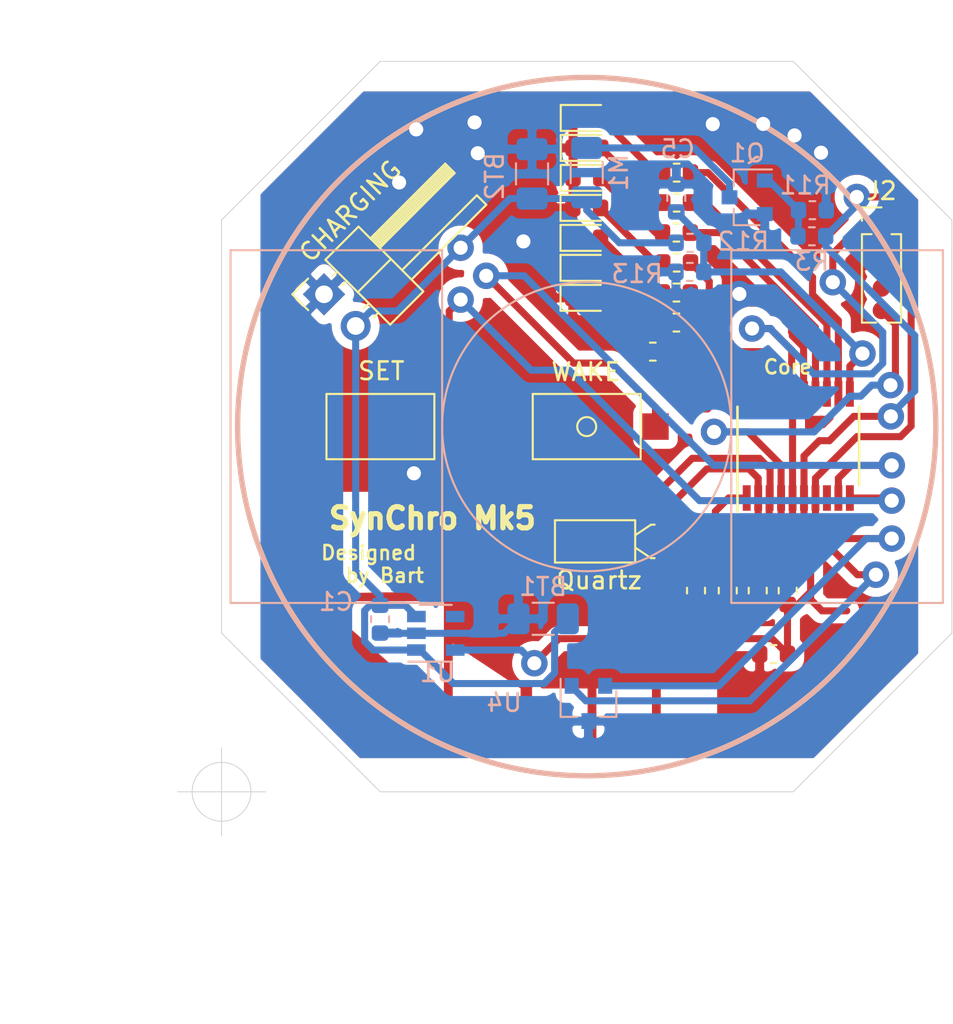
<source format=kicad_pcb>
(kicad_pcb (version 20171130) (host pcbnew 5.1.8-1.fc33)

  (general
    (thickness 1.6)
    (drawings 33)
    (tracks 287)
    (zones 0)
    (modules 37)
    (nets 29)
  )

  (page A4)
  (layers
    (0 F.Cu signal)
    (31 B.Cu signal)
    (32 B.Adhes user hide)
    (33 F.Adhes user hide)
    (34 B.Paste user)
    (35 F.Paste user)
    (36 B.SilkS user)
    (37 F.SilkS user)
    (38 B.Mask user)
    (39 F.Mask user)
    (40 Dwgs.User user hide)
    (41 Cmts.User user)
    (42 Eco1.User user)
    (43 Eco2.User user)
    (44 Edge.Cuts user)
    (45 Margin user)
    (46 B.CrtYd user)
    (47 F.CrtYd user)
    (48 B.Fab user)
    (49 F.Fab user hide)
  )

  (setup
    (last_trace_width 0.25)
    (user_trace_width 0.4)
    (trace_clearance 0.2)
    (zone_clearance 0.508)
    (zone_45_only no)
    (trace_min 0.2)
    (via_size 0.8)
    (via_drill 0.4)
    (via_min_size 0.4)
    (via_min_drill 0.3)
    (user_via 1.5 0.8)
    (user_via 1.8 0.3)
    (user_via 2 0.3)
    (user_via 3 0.8)
    (uvia_size 0.3)
    (uvia_drill 0.1)
    (uvias_allowed no)
    (uvia_min_size 0.2)
    (uvia_min_drill 0.1)
    (edge_width 0.05)
    (segment_width 0.2)
    (pcb_text_width 0.3)
    (pcb_text_size 1.5 1.5)
    (mod_edge_width 0.12)
    (mod_text_size 1 1)
    (mod_text_width 0.15)
    (pad_size 2 2)
    (pad_drill 0)
    (pad_to_mask_clearance 0.051)
    (solder_mask_min_width 0.25)
    (aux_axis_origin 0 0)
    (visible_elements 7FFFFFFF)
    (pcbplotparams
      (layerselection 0x010fc_ffffffff)
      (usegerberextensions false)
      (usegerberattributes false)
      (usegerberadvancedattributes false)
      (creategerberjobfile false)
      (excludeedgelayer true)
      (linewidth 0.100000)
      (plotframeref false)
      (viasonmask false)
      (mode 1)
      (useauxorigin false)
      (hpglpennumber 1)
      (hpglpenspeed 20)
      (hpglpendiameter 15.000000)
      (psnegative false)
      (psa4output false)
      (plotreference true)
      (plotvalue true)
      (plotinvisibletext false)
      (padsonsilk false)
      (subtractmaskfromsilk false)
      (outputformat 1)
      (mirror false)
      (drillshape 0)
      (scaleselection 1)
      (outputdirectory "output/v0.5"))
  )

  (net 0 "")
  (net 1 GND)
  (net 2 +5V)
  (net 3 Vcc)
  (net 4 "Net-(C3-Pad1)")
  (net 5 "Net-(C4-Pad1)")
  (net 6 "Net-(D1-Pad2)")
  (net 7 "Net-(D2-Pad2)")
  (net 8 "Net-(D3-Pad2)")
  (net 9 "Net-(D4-Pad2)")
  (net 10 "Net-(D5-Pad2)")
  (net 11 "Net-(D6-Pad2)")
  (net 12 "Net-(D7-Pad2)")
  (net 13 "Net-(M1-Pad2)")
  (net 14 CLK)
  (net 15 RST)
  (net 16 DIO)
  (net 17 "Net-(Q1-Pad1)")
  (net 18 VBAT)
  (net 19 "Net-(Core1-Pad20)")
  (net 20 "Net-(Core1-Pad19)")
  (net 21 "Net-(Core1-Pad18)")
  (net 22 "Net-(Core1-Pad17)")
  (net 23 "Net-(Core1-Pad14)")
  (net 24 "Net-(Core1-Pad13)")
  (net 25 "Net-(Core1-Pad12)")
  (net 26 "Net-(Core1-Pad10)")
  (net 27 "Net-(Core1-Pad9)")
  (net 28 "Net-(Core1-Pad1)")

  (net_class Default "To jest domyślna klasa połączeń."
    (clearance 0.2)
    (trace_width 0.25)
    (via_dia 0.8)
    (via_drill 0.4)
    (uvia_dia 0.3)
    (uvia_drill 0.1)
    (add_net +5V)
    (add_net CLK)
    (add_net DIO)
    (add_net GND)
    (add_net "Net-(C3-Pad1)")
    (add_net "Net-(C4-Pad1)")
    (add_net "Net-(Core1-Pad1)")
    (add_net "Net-(Core1-Pad10)")
    (add_net "Net-(Core1-Pad12)")
    (add_net "Net-(Core1-Pad13)")
    (add_net "Net-(Core1-Pad14)")
    (add_net "Net-(Core1-Pad17)")
    (add_net "Net-(Core1-Pad18)")
    (add_net "Net-(Core1-Pad19)")
    (add_net "Net-(Core1-Pad20)")
    (add_net "Net-(Core1-Pad9)")
    (add_net "Net-(D1-Pad2)")
    (add_net "Net-(D2-Pad2)")
    (add_net "Net-(D3-Pad2)")
    (add_net "Net-(D4-Pad2)")
    (add_net "Net-(D5-Pad2)")
    (add_net "Net-(D6-Pad2)")
    (add_net "Net-(D7-Pad2)")
    (add_net "Net-(M1-Pad2)")
    (add_net "Net-(Q1-Pad1)")
    (add_net RST)
    (add_net VBAT)
    (add_net Vcc)
  )

  (module Connector_PinHeader_1.27mm:PinHeader_1x05_P1.27mm_Vertical (layer F.Cu) (tedit 5F20300E) (tstamp 5F20380D)
    (at 235.82 104.63)
    (descr "Through hole straight pin header, 1x05, 1.27mm pitch, single row")
    (tags "Through hole pin header THT 1x05 1.27mm single row")
    (path /5F22F900)
    (fp_text reference J2 (at 0 -1.695) (layer F.SilkS)
      (effects (font (size 1 1) (thickness 0.15)))
    )
    (fp_text value programming (at 0 6.775) (layer F.Fab)
      (effects (font (size 1 1) (thickness 0.15)))
    )
    (fp_line (start 1.55 -1.15) (end -1.55 -1.15) (layer F.CrtYd) (width 0.05))
    (fp_line (start 1.55 6.25) (end 1.55 -1.15) (layer F.CrtYd) (width 0.05))
    (fp_line (start -1.55 6.25) (end 1.55 6.25) (layer F.CrtYd) (width 0.05))
    (fp_line (start -1.55 -1.15) (end -1.55 6.25) (layer F.CrtYd) (width 0.05))
    (fp_line (start -1.11 -0.76) (end 0 -0.76) (layer F.SilkS) (width 0.12))
    (fp_line (start -1.11 0) (end -1.11 -0.76) (layer F.SilkS) (width 0.12))
    (fp_line (start 0.563471 0.76) (end 1.11 0.76) (layer F.SilkS) (width 0.12))
    (fp_line (start -1.11 0.76) (end -0.563471 0.76) (layer F.SilkS) (width 0.12))
    (fp_line (start 1.11 0.76) (end 1.11 5.775) (layer F.SilkS) (width 0.12))
    (fp_line (start -1.11 0.76) (end -1.11 5.775) (layer F.SilkS) (width 0.12))
    (fp_line (start 0.30753 5.775) (end 1.11 5.775) (layer F.SilkS) (width 0.12))
    (fp_line (start -1.11 5.775) (end -0.30753 5.775) (layer F.SilkS) (width 0.12))
    (fp_line (start -1.05 -0.11) (end -0.525 -0.635) (layer F.Fab) (width 0.1))
    (fp_line (start -1.05 5.715) (end -1.05 -0.11) (layer F.Fab) (width 0.1))
    (fp_line (start 1.05 5.715) (end -1.05 5.715) (layer F.Fab) (width 0.1))
    (fp_line (start 1.05 -0.635) (end 1.05 5.715) (layer F.Fab) (width 0.1))
    (fp_line (start -0.525 -0.635) (end 1.05 -0.635) (layer F.Fab) (width 0.1))
    (fp_text user %R (at 0 2.54 90) (layer F.Fab)
      (effects (font (size 1 1) (thickness 0.15)))
    )
    (pad 1 smd rect (at 0 0) (size 1 1) (layers F.Cu F.Paste F.Mask)
      (net 3 Vcc))
    (pad 2 smd oval (at 0 1.27) (size 1 1) (layers F.Cu F.Paste F.Mask)
      (net 14 CLK))
    (pad 3 smd oval (at 0 2.54) (size 1 1) (layers F.Cu F.Paste F.Mask)
      (net 1 GND))
    (pad 4 smd oval (at 0 3.81) (size 1 1) (layers F.Cu F.Paste F.Mask)
      (net 16 DIO))
    (pad 5 smd oval (at 0 5.08) (size 1 1) (layers F.Cu F.Paste F.Mask)
      (net 15 RST))
    (model ${KISYS3DMOD}/Connector_PinHeader_1.27mm.3dshapes/PinHeader_1x05_P1.27mm_Vertical.wrl
      (at (xyz 0 0 0))
      (scale (xyz 1 1 1))
      (rotate (xyz 0 0 0))
    )
  )

  (module Crystal:Crystal_DS26_D2.0mm_L6.0mm_Horizontal (layer F.Cu) (tedit 5D72BBFA) (tstamp 5D72A3A2)
    (at 223.65 121.86 270)
    (descr "Crystal THT DS26 6.0mm length 2.0mm diameter http://www.microcrystal.com/images/_Product-Documentation/03_TF_metal_Packages/01_Datasheet/DS-Series.pdf")
    (tags ['DS26'])
    (path /5D5DC690)
    (fp_text reference Quartz (at 3.15 3.85) (layer F.SilkS)
      (effects (font (size 1 1) (thickness 0.15)))
    )
    (fp_text value 32.768 (at 3.47 1.625) (layer F.Fab)
      (effects (font (size 1 1) (thickness 0.15)))
    )
    (fp_line (start 2.7 -0.8) (end -0.8 -0.8) (layer F.CrtYd) (width 0.05))
    (fp_line (start 2.7 6.731) (end 2.7 -0.8) (layer F.CrtYd) (width 0.05))
    (fp_line (start -0.8 6.731) (end 2.7 6.731) (layer F.CrtYd) (width 0.05))
    (fp_line (start -0.8 -0.8) (end -0.8 6.731) (layer F.CrtYd) (width 0.05))
    (fp_line (start 1.9 0.9) (end 1.9 0.7) (layer F.SilkS) (width 0.12))
    (fp_line (start 1.3 1.8) (end 1.9 0.9) (layer F.SilkS) (width 0.12))
    (fp_line (start 0 0.9) (end 0 0.7) (layer F.SilkS) (width 0.12))
    (fp_line (start 0.6 1.8) (end 0 0.9) (layer F.SilkS) (width 0.12))
    (fp_line (start 2.15 1.8) (end -0.25 1.8) (layer F.SilkS) (width 0.12))
    (fp_line (start 2.15 6.35) (end 2.15 1.8) (layer F.SilkS) (width 0.12))
    (fp_line (start -0.25 6.35) (end 2.15 6.35) (layer F.SilkS) (width 0.12))
    (fp_line (start -0.25 1.8) (end -0.25 6.35) (layer F.SilkS) (width 0.12))
    (fp_line (start 1.9 1) (end 1.9 0) (layer F.Fab) (width 0.1))
    (fp_line (start 1.3 2) (end 1.9 1) (layer F.Fab) (width 0.1))
    (fp_line (start 0 1) (end 0 0) (layer F.Fab) (width 0.1))
    (fp_line (start 0.6 2) (end 0 1) (layer F.Fab) (width 0.1))
    (fp_line (start 1.95 2) (end -0.05 2) (layer F.Fab) (width 0.1))
    (fp_line (start 1.95 6.096) (end 1.95 2) (layer F.Fab) (width 0.1))
    (fp_line (start -0.05 6.096) (end 1.95 6.096) (layer F.Fab) (width 0.1))
    (fp_line (start -0.05 2) (end -0.05 6.096) (layer F.Fab) (width 0.1))
    (fp_text user %R (at 1 4.75) (layer F.Fab)
      (effects (font (size 0.7 0.7) (thickness 0.105)))
    )
    (pad 1 smd rect (at 0 0 270) (size 1 1) (layers F.Cu F.Paste F.Mask)
      (net 4 "Net-(C3-Pad1)"))
    (pad 2 smd rect (at 1.9 0 270) (size 1 1) (layers F.Cu F.Paste F.Mask)
      (net 5 "Net-(C4-Pad1)"))
    (model ${KISYS3DMOD}/Crystal.3dshapes/Crystal_DS26_D2.0mm_L6.0mm_Horizontal.wrl
      (at (xyz 0 0 0))
      (scale (xyz 1 1 1))
      (rotate (xyz 0 0 0))
    )
  )

  (module Button_Switch_SMD:SW_SPST_CK_RS282G05A3 (layer F.Cu) (tedit 5A7A67D2) (tstamp 5D719E0A)
    (at 219.1 116.3 180)
    (descr https://www.mouser.com/ds/2/60/RS-282G05A-SM_RT-1159762.pdf)
    (tags "SPST button tactile switch")
    (path /5D5F14F3)
    (attr smd)
    (fp_text reference WAKE (at 0.05 3.1) (layer F.SilkS)
      (effects (font (size 1 1) (thickness 0.15)))
    )
    (fp_text value WAKE (at 0 3) (layer F.Fab)
      (effects (font (size 1 1) (thickness 0.15)))
    )
    (fp_line (start -4.9 2.05) (end -4.9 -2.05) (layer F.CrtYd) (width 0.05))
    (fp_line (start 4.9 2.05) (end -4.9 2.05) (layer F.CrtYd) (width 0.05))
    (fp_line (start 4.9 -2.05) (end 4.9 2.05) (layer F.CrtYd) (width 0.05))
    (fp_line (start -4.9 -2.05) (end 4.9 -2.05) (layer F.CrtYd) (width 0.05))
    (fp_line (start -1.75 -1) (end 1.75 -1) (layer F.Fab) (width 0.1))
    (fp_line (start 1.75 -1) (end 1.75 1) (layer F.Fab) (width 0.1))
    (fp_line (start 1.75 1) (end -1.75 1) (layer F.Fab) (width 0.1))
    (fp_line (start -1.75 1) (end -1.75 -1) (layer F.Fab) (width 0.1))
    (fp_line (start -3.06 -1.85) (end 3.06 -1.85) (layer F.SilkS) (width 0.12))
    (fp_line (start 3.06 -1.85) (end 3.06 1.85) (layer F.SilkS) (width 0.12))
    (fp_line (start 3.06 1.85) (end -3.06 1.85) (layer F.SilkS) (width 0.12))
    (fp_line (start -3.06 1.85) (end -3.06 -1.85) (layer F.SilkS) (width 0.12))
    (fp_line (start -1.5 0.8) (end 1.5 0.8) (layer F.Fab) (width 0.1))
    (fp_line (start -1.5 -0.8) (end 1.5 -0.8) (layer F.Fab) (width 0.1))
    (fp_line (start 1.5 -0.8) (end 1.5 0.8) (layer F.Fab) (width 0.1))
    (fp_line (start -1.5 -0.8) (end -1.5 0.8) (layer F.Fab) (width 0.1))
    (fp_line (start -3 1.8) (end 3 1.8) (layer F.Fab) (width 0.1))
    (fp_line (start -3 -1.8) (end 3 -1.8) (layer F.Fab) (width 0.1))
    (fp_line (start -3 -1.8) (end -3 1.8) (layer F.Fab) (width 0.1))
    (fp_line (start 3 -1.8) (end 3 1.8) (layer F.Fab) (width 0.1))
    (fp_text user %R (at 0 -2.6) (layer F.Fab)
      (effects (font (size 1 1) (thickness 0.15)))
    )
    (pad 2 smd rect (at 3.9 0 180) (size 1.5 1.5) (layers F.Cu F.Paste F.Mask)
      (net 1 GND))
    (pad 1 smd rect (at -3.9 0 180) (size 1.5 1.5) (layers F.Cu F.Paste F.Mask)
      (net 27 "Net-(Core1-Pad9)"))
    (model ${KISYS3DMOD}/Button_Switch_SMD.3dshapes/SW_SPST_CK_RS282G05A3.wrl
      (at (xyz 0 0 0))
      (scale (xyz 1 1 1))
      (rotate (xyz 0 0 0))
    )
  )

  (module LED_SMD:LED_0603_1608Metric (layer F.Cu) (tedit 5B301BBE) (tstamp 5D719DF8)
    (at 219.1 103.9)
    (descr "LED SMD 0603 (1608 Metric), square (rectangular) end terminal, IPC_7351 nominal, (Body size source: http://www.tortai-tech.com/upload/download/2011102023233369053.pdf), generated with kicad-footprint-generator")
    (tags diode)
    (path /5D60484A)
    (attr smd)
    (fp_text reference D4 (at -3.4125 0.1) (layer F.SilkS) hide
      (effects (font (size 1 1) (thickness 0.15)))
    )
    (fp_text value LED3 (at -4.7375 2.725) (layer F.Fab)
      (effects (font (size 1 1) (thickness 0.15)))
    )
    (fp_line (start 1.48 0.73) (end -1.48 0.73) (layer F.CrtYd) (width 0.05))
    (fp_line (start 1.48 -0.73) (end 1.48 0.73) (layer F.CrtYd) (width 0.05))
    (fp_line (start -1.48 -0.73) (end 1.48 -0.73) (layer F.CrtYd) (width 0.05))
    (fp_line (start -1.48 0.73) (end -1.48 -0.73) (layer F.CrtYd) (width 0.05))
    (fp_line (start -1.485 0.735) (end 0.8 0.735) (layer F.SilkS) (width 0.12))
    (fp_line (start -1.485 -0.735) (end -1.485 0.735) (layer F.SilkS) (width 0.12))
    (fp_line (start 0.8 -0.735) (end -1.485 -0.735) (layer F.SilkS) (width 0.12))
    (fp_line (start 0.8 0.4) (end 0.8 -0.4) (layer F.Fab) (width 0.1))
    (fp_line (start -0.8 0.4) (end 0.8 0.4) (layer F.Fab) (width 0.1))
    (fp_line (start -0.8 -0.1) (end -0.8 0.4) (layer F.Fab) (width 0.1))
    (fp_line (start -0.5 -0.4) (end -0.8 -0.1) (layer F.Fab) (width 0.1))
    (fp_line (start 0.8 -0.4) (end -0.5 -0.4) (layer F.Fab) (width 0.1))
    (fp_text user %R (at 0 0) (layer F.Fab)
      (effects (font (size 0.4 0.4) (thickness 0.06)))
    )
    (pad 1 smd roundrect (at -0.7875 0) (size 0.875 0.95) (layers F.Cu F.Paste F.Mask) (roundrect_rratio 0.25)
      (net 1 GND))
    (pad 2 smd roundrect (at 0.7875 0) (size 0.875 0.95) (layers F.Cu F.Paste F.Mask) (roundrect_rratio 0.25)
      (net 9 "Net-(D4-Pad2)"))
    (model ${KISYS3DMOD}/LED_SMD.3dshapes/LED_0603_1608Metric.wrl
      (at (xyz 0 0 0))
      (scale (xyz 1 1 1))
      (rotate (xyz 0 0 0))
    )
  )

  (module Resistor_SMD:R_0603_1608Metric (layer F.Cu) (tedit 5B301BBD) (tstamp 5D719DE7)
    (at 224.2 107)
    (descr "Resistor SMD 0603 (1608 Metric), square (rectangular) end terminal, IPC_7351 nominal, (Body size source: http://www.tortai-tech.com/upload/download/2011102023233369053.pdf), generated with kicad-footprint-generator")
    (tags resistor)
    (path /5D61B052)
    (attr smd)
    (fp_text reference R7 (at 3.1125 0) (layer F.SilkS) hide
      (effects (font (size 1 1) (thickness 0.15)))
    )
    (fp_text value 1k (at 0.6125 -19.2) (layer F.Fab)
      (effects (font (size 1 1) (thickness 0.15)))
    )
    (fp_line (start 1.48 0.73) (end -1.48 0.73) (layer F.CrtYd) (width 0.05))
    (fp_line (start 1.48 -0.73) (end 1.48 0.73) (layer F.CrtYd) (width 0.05))
    (fp_line (start -1.48 -0.73) (end 1.48 -0.73) (layer F.CrtYd) (width 0.05))
    (fp_line (start -1.48 0.73) (end -1.48 -0.73) (layer F.CrtYd) (width 0.05))
    (fp_line (start -0.162779 0.51) (end 0.162779 0.51) (layer F.SilkS) (width 0.12))
    (fp_line (start -0.162779 -0.51) (end 0.162779 -0.51) (layer F.SilkS) (width 0.12))
    (fp_line (start 0.8 0.4) (end -0.8 0.4) (layer F.Fab) (width 0.1))
    (fp_line (start 0.8 -0.4) (end 0.8 0.4) (layer F.Fab) (width 0.1))
    (fp_line (start -0.8 -0.4) (end 0.8 -0.4) (layer F.Fab) (width 0.1))
    (fp_line (start -0.8 0.4) (end -0.8 -0.4) (layer F.Fab) (width 0.1))
    (fp_text user %R (at 0 0) (layer F.Fab)
      (effects (font (size 0.4 0.4) (thickness 0.06)))
    )
    (pad 1 smd roundrect (at -0.7875 0) (size 0.875 0.95) (layers F.Cu F.Paste F.Mask) (roundrect_rratio 0.25)
      (net 9 "Net-(D4-Pad2)"))
    (pad 2 smd roundrect (at 0.7875 0) (size 0.875 0.95) (layers F.Cu F.Paste F.Mask) (roundrect_rratio 0.25)
      (net 22 "Net-(Core1-Pad17)"))
    (model ${KISYS3DMOD}/Resistor_SMD.3dshapes/R_0603_1608Metric.wrl
      (at (xyz 0 0 0))
      (scale (xyz 1 1 1))
      (rotate (xyz 0 0 0))
    )
  )

  (module Resistor_SMD:R_0603_1608Metric (layer F.Cu) (tedit 5B301BBD) (tstamp 5D719DD7)
    (at 224.2 101.9)
    (descr "Resistor SMD 0603 (1608 Metric), square (rectangular) end terminal, IPC_7351 nominal, (Body size source: http://www.tortai-tech.com/upload/download/2011102023233369053.pdf), generated with kicad-footprint-generator")
    (tags resistor)
    (path /5D61728B)
    (attr smd)
    (fp_text reference R4 (at 3.0125 0.9) (layer F.SilkS) hide
      (effects (font (size 1 1) (thickness 0.15)))
    )
    (fp_text value 1k (at -4.9875 -11.1) (layer F.Fab)
      (effects (font (size 1 1) (thickness 0.15)))
    )
    (fp_line (start -0.8 0.4) (end -0.8 -0.4) (layer F.Fab) (width 0.1))
    (fp_line (start -0.8 -0.4) (end 0.8 -0.4) (layer F.Fab) (width 0.1))
    (fp_line (start 0.8 -0.4) (end 0.8 0.4) (layer F.Fab) (width 0.1))
    (fp_line (start 0.8 0.4) (end -0.8 0.4) (layer F.Fab) (width 0.1))
    (fp_line (start -0.162779 -0.51) (end 0.162779 -0.51) (layer F.SilkS) (width 0.12))
    (fp_line (start -0.162779 0.51) (end 0.162779 0.51) (layer F.SilkS) (width 0.12))
    (fp_line (start -1.48 0.73) (end -1.48 -0.73) (layer F.CrtYd) (width 0.05))
    (fp_line (start -1.48 -0.73) (end 1.48 -0.73) (layer F.CrtYd) (width 0.05))
    (fp_line (start 1.48 -0.73) (end 1.48 0.73) (layer F.CrtYd) (width 0.05))
    (fp_line (start 1.48 0.73) (end -1.48 0.73) (layer F.CrtYd) (width 0.05))
    (fp_text user %R (at 0 0) (layer F.Fab)
      (effects (font (size 0.4 0.4) (thickness 0.06)))
    )
    (pad 2 smd roundrect (at 0.7875 0) (size 0.875 0.95) (layers F.Cu F.Paste F.Mask) (roundrect_rratio 0.25)
      (net 25 "Net-(Core1-Pad12)"))
    (pad 1 smd roundrect (at -0.7875 0) (size 0.875 0.95) (layers F.Cu F.Paste F.Mask) (roundrect_rratio 0.25)
      (net 6 "Net-(D1-Pad2)"))
    (model ${KISYS3DMOD}/Resistor_SMD.3dshapes/R_0603_1608Metric.wrl
      (at (xyz 0 0 0))
      (scale (xyz 1 1 1))
      (rotate (xyz 0 0 0))
    )
  )

  (module Resistor_SMD:R_0603_1608Metric (layer F.Cu) (tedit 5B301BBD) (tstamp 5D719DC6)
    (at 224.1875 110.4)
    (descr "Resistor SMD 0603 (1608 Metric), square (rectangular) end terminal, IPC_7351 nominal, (Body size source: http://www.tortai-tech.com/upload/download/2011102023233369053.pdf), generated with kicad-footprint-generator")
    (tags resistor)
    (path /5D61C420)
    (attr smd)
    (fp_text reference R9 (at 2.9125 0.2) (layer F.SilkS) hide
      (effects (font (size 1 1) (thickness 0.15)))
    )
    (fp_text value 1k (at 0.3875 -18) (layer F.Fab)
      (effects (font (size 1 1) (thickness 0.15)))
    )
    (fp_line (start -0.8 0.4) (end -0.8 -0.4) (layer F.Fab) (width 0.1))
    (fp_line (start -0.8 -0.4) (end 0.8 -0.4) (layer F.Fab) (width 0.1))
    (fp_line (start 0.8 -0.4) (end 0.8 0.4) (layer F.Fab) (width 0.1))
    (fp_line (start 0.8 0.4) (end -0.8 0.4) (layer F.Fab) (width 0.1))
    (fp_line (start -0.162779 -0.51) (end 0.162779 -0.51) (layer F.SilkS) (width 0.12))
    (fp_line (start -0.162779 0.51) (end 0.162779 0.51) (layer F.SilkS) (width 0.12))
    (fp_line (start -1.48 0.73) (end -1.48 -0.73) (layer F.CrtYd) (width 0.05))
    (fp_line (start -1.48 -0.73) (end 1.48 -0.73) (layer F.CrtYd) (width 0.05))
    (fp_line (start 1.48 -0.73) (end 1.48 0.73) (layer F.CrtYd) (width 0.05))
    (fp_line (start 1.48 0.73) (end -1.48 0.73) (layer F.CrtYd) (width 0.05))
    (fp_text user %R (at 0 0) (layer F.Fab)
      (effects (font (size 0.4 0.4) (thickness 0.06)))
    )
    (pad 2 smd roundrect (at 0.7875 0) (size 0.875 0.95) (layers F.Cu F.Paste F.Mask) (roundrect_rratio 0.25)
      (net 20 "Net-(Core1-Pad19)"))
    (pad 1 smd roundrect (at -0.7875 0) (size 0.875 0.95) (layers F.Cu F.Paste F.Mask) (roundrect_rratio 0.25)
      (net 11 "Net-(D6-Pad2)"))
    (model ${KISYS3DMOD}/Resistor_SMD.3dshapes/R_0603_1608Metric.wrl
      (at (xyz 0 0 0))
      (scale (xyz 1 1 1))
      (rotate (xyz 0 0 0))
    )
  )

  (module LED_SMD:LED_0603_1608Metric (layer F.Cu) (tedit 5B301BBE) (tstamp 5D719DB4)
    (at 219.1 107.3)
    (descr "LED SMD 0603 (1608 Metric), square (rectangular) end terminal, IPC_7351 nominal, (Body size source: http://www.tortai-tech.com/upload/download/2011102023233369053.pdf), generated with kicad-footprint-generator")
    (tags diode)
    (path /5D604DB4)
    (attr smd)
    (fp_text reference D6 (at -3.6125 0.1) (layer F.SilkS) hide
      (effects (font (size 1 1) (thickness 0.15)))
    )
    (fp_text value LED5 (at -4.7875 3.975) (layer F.Fab)
      (effects (font (size 1 1) (thickness 0.15)))
    )
    (fp_line (start 1.48 0.73) (end -1.48 0.73) (layer F.CrtYd) (width 0.05))
    (fp_line (start 1.48 -0.73) (end 1.48 0.73) (layer F.CrtYd) (width 0.05))
    (fp_line (start -1.48 -0.73) (end 1.48 -0.73) (layer F.CrtYd) (width 0.05))
    (fp_line (start -1.48 0.73) (end -1.48 -0.73) (layer F.CrtYd) (width 0.05))
    (fp_line (start -1.485 0.735) (end 0.8 0.735) (layer F.SilkS) (width 0.12))
    (fp_line (start -1.485 -0.735) (end -1.485 0.735) (layer F.SilkS) (width 0.12))
    (fp_line (start 0.8 -0.735) (end -1.485 -0.735) (layer F.SilkS) (width 0.12))
    (fp_line (start 0.8 0.4) (end 0.8 -0.4) (layer F.Fab) (width 0.1))
    (fp_line (start -0.8 0.4) (end 0.8 0.4) (layer F.Fab) (width 0.1))
    (fp_line (start -0.8 -0.1) (end -0.8 0.4) (layer F.Fab) (width 0.1))
    (fp_line (start -0.5 -0.4) (end -0.8 -0.1) (layer F.Fab) (width 0.1))
    (fp_line (start 0.8 -0.4) (end -0.5 -0.4) (layer F.Fab) (width 0.1))
    (fp_text user %R (at 0 0) (layer F.Fab)
      (effects (font (size 0.4 0.4) (thickness 0.06)))
    )
    (pad 1 smd roundrect (at -0.7875 0) (size 0.875 0.95) (layers F.Cu F.Paste F.Mask) (roundrect_rratio 0.25)
      (net 1 GND))
    (pad 2 smd roundrect (at 0.7875 0) (size 0.875 0.95) (layers F.Cu F.Paste F.Mask) (roundrect_rratio 0.25)
      (net 11 "Net-(D6-Pad2)"))
    (model ${KISYS3DMOD}/LED_SMD.3dshapes/LED_0603_1608Metric.wrl
      (at (xyz 0 0 0))
      (scale (xyz 1 1 1))
      (rotate (xyz 0 0 0))
    )
  )

  (module Resistor_SMD:R_0603_1608Metric (layer F.Cu) (tedit 5B301BBD) (tstamp 5D719DA4)
    (at 230.5 125.6 90)
    (descr "Resistor SMD 0603 (1608 Metric), square (rectangular) end terminal, IPC_7351 nominal, (Body size source: http://www.tortai-tech.com/upload/download/2011102023233369053.pdf), generated with kicad-footprint-generator")
    (tags resistor)
    (path /5D5E07D5)
    (attr smd)
    (fp_text reference R1 (at -2.25 0.5 180) (layer F.SilkS) hide
      (effects (font (size 1 1) (thickness 0.15)))
    )
    (fp_text value 10k (at 0 1.43 90) (layer F.Fab)
      (effects (font (size 1 1) (thickness 0.15)))
    )
    (fp_line (start 1.48 0.73) (end -1.48 0.73) (layer F.CrtYd) (width 0.05))
    (fp_line (start 1.48 -0.73) (end 1.48 0.73) (layer F.CrtYd) (width 0.05))
    (fp_line (start -1.48 -0.73) (end 1.48 -0.73) (layer F.CrtYd) (width 0.05))
    (fp_line (start -1.48 0.73) (end -1.48 -0.73) (layer F.CrtYd) (width 0.05))
    (fp_line (start -0.162779 0.51) (end 0.162779 0.51) (layer F.SilkS) (width 0.12))
    (fp_line (start -0.162779 -0.51) (end 0.162779 -0.51) (layer F.SilkS) (width 0.12))
    (fp_line (start 0.8 0.4) (end -0.8 0.4) (layer F.Fab) (width 0.1))
    (fp_line (start 0.8 -0.4) (end 0.8 0.4) (layer F.Fab) (width 0.1))
    (fp_line (start -0.8 -0.4) (end 0.8 -0.4) (layer F.Fab) (width 0.1))
    (fp_line (start -0.8 0.4) (end -0.8 -0.4) (layer F.Fab) (width 0.1))
    (fp_text user %R (at 0 0 90) (layer F.Fab)
      (effects (font (size 0.4 0.4) (thickness 0.06)))
    )
    (pad 1 smd roundrect (at -0.7875 0 90) (size 0.875 0.95) (layers F.Cu F.Paste F.Mask) (roundrect_rratio 0.25)
      (net 3 Vcc))
    (pad 2 smd roundrect (at 0.7875 0 90) (size 0.875 0.95) (layers F.Cu F.Paste F.Mask) (roundrect_rratio 0.25)
      (net 15 RST))
    (model ${KISYS3DMOD}/Resistor_SMD.3dshapes/R_0603_1608Metric.wrl
      (at (xyz 0 0 0))
      (scale (xyz 1 1 1))
      (rotate (xyz 0 0 0))
    )
  )

  (module Resistor_SMD:R_0603_1608Metric (layer F.Cu) (tedit 5B301BBD) (tstamp 5D71F76B)
    (at 224.1875 105.3)
    (descr "Resistor SMD 0603 (1608 Metric), square (rectangular) end terminal, IPC_7351 nominal, (Body size source: http://www.tortai-tech.com/upload/download/2011102023233369053.pdf), generated with kicad-footprint-generator")
    (tags resistor)
    (path /5D61A6B6)
    (attr smd)
    (fp_text reference R6 (at 3.1125 0.2) (layer F.SilkS) hide
      (effects (font (size 1 1) (thickness 0.15)))
    )
    (fp_text value 1k (at -5.4125 -9.8) (layer F.Fab)
      (effects (font (size 1 1) (thickness 0.15)))
    )
    (fp_line (start -0.8 0.4) (end -0.8 -0.4) (layer F.Fab) (width 0.1))
    (fp_line (start -0.8 -0.4) (end 0.8 -0.4) (layer F.Fab) (width 0.1))
    (fp_line (start 0.8 -0.4) (end 0.8 0.4) (layer F.Fab) (width 0.1))
    (fp_line (start 0.8 0.4) (end -0.8 0.4) (layer F.Fab) (width 0.1))
    (fp_line (start -0.162779 -0.51) (end 0.162779 -0.51) (layer F.SilkS) (width 0.12))
    (fp_line (start -0.162779 0.51) (end 0.162779 0.51) (layer F.SilkS) (width 0.12))
    (fp_line (start -1.48 0.73) (end -1.48 -0.73) (layer F.CrtYd) (width 0.05))
    (fp_line (start -1.48 -0.73) (end 1.48 -0.73) (layer F.CrtYd) (width 0.05))
    (fp_line (start 1.48 -0.73) (end 1.48 0.73) (layer F.CrtYd) (width 0.05))
    (fp_line (start 1.48 0.73) (end -1.48 0.73) (layer F.CrtYd) (width 0.05))
    (fp_text user %R (at 0 0) (layer F.Fab)
      (effects (font (size 0.4 0.4) (thickness 0.06)))
    )
    (pad 2 smd roundrect (at 0.7875 0) (size 0.875 0.95) (layers F.Cu F.Paste F.Mask) (roundrect_rratio 0.25)
      (net 23 "Net-(Core1-Pad14)"))
    (pad 1 smd roundrect (at -0.7875 0) (size 0.875 0.95) (layers F.Cu F.Paste F.Mask) (roundrect_rratio 0.25)
      (net 8 "Net-(D3-Pad2)"))
    (model ${KISYS3DMOD}/Resistor_SMD.3dshapes/R_0603_1608Metric.wrl
      (at (xyz 0 0 0))
      (scale (xyz 1 1 1))
      (rotate (xyz 0 0 0))
    )
  )

  (module LED_SMD:LED_0603_1608Metric (layer F.Cu) (tedit 5B301BBE) (tstamp 5D719D82)
    (at 219.1125 102.2)
    (descr "LED SMD 0603 (1608 Metric), square (rectangular) end terminal, IPC_7351 nominal, (Body size source: http://www.tortai-tech.com/upload/download/2011102023233369053.pdf), generated with kicad-footprint-generator")
    (tags diode)
    (path /5D6042BF)
    (attr smd)
    (fp_text reference D3 (at -3.4125 0) (layer F.SilkS) hide
      (effects (font (size 1 1) (thickness 0.15)))
    )
    (fp_text value LED2 (at -4.5625 1.85) (layer F.Fab)
      (effects (font (size 1 1) (thickness 0.15)))
    )
    (fp_line (start 0.8 -0.4) (end -0.5 -0.4) (layer F.Fab) (width 0.1))
    (fp_line (start -0.5 -0.4) (end -0.8 -0.1) (layer F.Fab) (width 0.1))
    (fp_line (start -0.8 -0.1) (end -0.8 0.4) (layer F.Fab) (width 0.1))
    (fp_line (start -0.8 0.4) (end 0.8 0.4) (layer F.Fab) (width 0.1))
    (fp_line (start 0.8 0.4) (end 0.8 -0.4) (layer F.Fab) (width 0.1))
    (fp_line (start 0.8 -0.735) (end -1.485 -0.735) (layer F.SilkS) (width 0.12))
    (fp_line (start -1.485 -0.735) (end -1.485 0.735) (layer F.SilkS) (width 0.12))
    (fp_line (start -1.485 0.735) (end 0.8 0.735) (layer F.SilkS) (width 0.12))
    (fp_line (start -1.48 0.73) (end -1.48 -0.73) (layer F.CrtYd) (width 0.05))
    (fp_line (start -1.48 -0.73) (end 1.48 -0.73) (layer F.CrtYd) (width 0.05))
    (fp_line (start 1.48 -0.73) (end 1.48 0.73) (layer F.CrtYd) (width 0.05))
    (fp_line (start 1.48 0.73) (end -1.48 0.73) (layer F.CrtYd) (width 0.05))
    (fp_text user %R (at 0 0) (layer F.Fab)
      (effects (font (size 0.4 0.4) (thickness 0.06)))
    )
    (pad 2 smd roundrect (at 0.7875 0) (size 0.875 0.95) (layers F.Cu F.Paste F.Mask) (roundrect_rratio 0.25)
      (net 8 "Net-(D3-Pad2)"))
    (pad 1 smd roundrect (at -0.7875 0) (size 0.875 0.95) (layers F.Cu F.Paste F.Mask) (roundrect_rratio 0.25)
      (net 1 GND))
    (model ${KISYS3DMOD}/LED_SMD.3dshapes/LED_0603_1608Metric.wrl
      (at (xyz 0 0 0))
      (scale (xyz 1 1 1))
      (rotate (xyz 0 0 0))
    )
  )

  (module LED_SMD:LED_0603_1608Metric (layer F.Cu) (tedit 5B301BBE) (tstamp 5D719D58)
    (at 219.1 105.6)
    (descr "LED SMD 0603 (1608 Metric), square (rectangular) end terminal, IPC_7351 nominal, (Body size source: http://www.tortai-tech.com/upload/download/2011102023233369053.pdf), generated with kicad-footprint-generator")
    (tags diode)
    (path /5D604BF8)
    (attr smd)
    (fp_text reference D5 (at -3.6125 0.1) (layer F.SilkS) hide
      (effects (font (size 1 1) (thickness 0.15)))
    )
    (fp_text value LED4 (at -4.55 3.45) (layer F.Fab)
      (effects (font (size 1 1) (thickness 0.15)))
    )
    (fp_line (start 0.8 -0.4) (end -0.5 -0.4) (layer F.Fab) (width 0.1))
    (fp_line (start -0.5 -0.4) (end -0.8 -0.1) (layer F.Fab) (width 0.1))
    (fp_line (start -0.8 -0.1) (end -0.8 0.4) (layer F.Fab) (width 0.1))
    (fp_line (start -0.8 0.4) (end 0.8 0.4) (layer F.Fab) (width 0.1))
    (fp_line (start 0.8 0.4) (end 0.8 -0.4) (layer F.Fab) (width 0.1))
    (fp_line (start 0.8 -0.735) (end -1.485 -0.735) (layer F.SilkS) (width 0.12))
    (fp_line (start -1.485 -0.735) (end -1.485 0.735) (layer F.SilkS) (width 0.12))
    (fp_line (start -1.485 0.735) (end 0.8 0.735) (layer F.SilkS) (width 0.12))
    (fp_line (start -1.48 0.73) (end -1.48 -0.73) (layer F.CrtYd) (width 0.05))
    (fp_line (start -1.48 -0.73) (end 1.48 -0.73) (layer F.CrtYd) (width 0.05))
    (fp_line (start 1.48 -0.73) (end 1.48 0.73) (layer F.CrtYd) (width 0.05))
    (fp_line (start 1.48 0.73) (end -1.48 0.73) (layer F.CrtYd) (width 0.05))
    (fp_text user %R (at 0 0) (layer F.Fab)
      (effects (font (size 0.4 0.4) (thickness 0.06)))
    )
    (pad 2 smd roundrect (at 0.7875 0) (size 0.875 0.95) (layers F.Cu F.Paste F.Mask) (roundrect_rratio 0.25)
      (net 10 "Net-(D5-Pad2)"))
    (pad 1 smd roundrect (at -0.7875 0) (size 0.875 0.95) (layers F.Cu F.Paste F.Mask) (roundrect_rratio 0.25)
      (net 1 GND))
    (model ${KISYS3DMOD}/LED_SMD.3dshapes/LED_0603_1608Metric.wrl
      (at (xyz 0 0 0))
      (scale (xyz 1 1 1))
      (rotate (xyz 0 0 0))
    )
  )

  (module Resistor_SMD:R_0603_1608Metric (layer F.Cu) (tedit 5B301BBD) (tstamp 5D719D38)
    (at 224.2 103.6)
    (descr "Resistor SMD 0603 (1608 Metric), square (rectangular) end terminal, IPC_7351 nominal, (Body size source: http://www.tortai-tech.com/upload/download/2011102023233369053.pdf), generated with kicad-footprint-generator")
    (tags resistor)
    (path /5D619D31)
    (attr smd)
    (fp_text reference R5 (at 3.0125 0.8) (layer F.SilkS) hide
      (effects (font (size 1 1) (thickness 0.15)))
    )
    (fp_text value 1k (at -5.2125 -10.7) (layer F.Fab)
      (effects (font (size 1 1) (thickness 0.15)))
    )
    (fp_line (start 1.48 0.73) (end -1.48 0.73) (layer F.CrtYd) (width 0.05))
    (fp_line (start 1.48 -0.73) (end 1.48 0.73) (layer F.CrtYd) (width 0.05))
    (fp_line (start -1.48 -0.73) (end 1.48 -0.73) (layer F.CrtYd) (width 0.05))
    (fp_line (start -1.48 0.73) (end -1.48 -0.73) (layer F.CrtYd) (width 0.05))
    (fp_line (start -0.162779 0.51) (end 0.162779 0.51) (layer F.SilkS) (width 0.12))
    (fp_line (start -0.162779 -0.51) (end 0.162779 -0.51) (layer F.SilkS) (width 0.12))
    (fp_line (start 0.8 0.4) (end -0.8 0.4) (layer F.Fab) (width 0.1))
    (fp_line (start 0.8 -0.4) (end 0.8 0.4) (layer F.Fab) (width 0.1))
    (fp_line (start -0.8 -0.4) (end 0.8 -0.4) (layer F.Fab) (width 0.1))
    (fp_line (start -0.8 0.4) (end -0.8 -0.4) (layer F.Fab) (width 0.1))
    (fp_text user %R (at 0 0) (layer F.Fab)
      (effects (font (size 0.4 0.4) (thickness 0.06)))
    )
    (pad 1 smd roundrect (at -0.7875 0) (size 0.875 0.95) (layers F.Cu F.Paste F.Mask) (roundrect_rratio 0.25)
      (net 7 "Net-(D2-Pad2)"))
    (pad 2 smd roundrect (at 0.7875 0) (size 0.875 0.95) (layers F.Cu F.Paste F.Mask) (roundrect_rratio 0.25)
      (net 24 "Net-(Core1-Pad13)"))
    (model ${KISYS3DMOD}/Resistor_SMD.3dshapes/R_0603_1608Metric.wrl
      (at (xyz 0 0 0))
      (scale (xyz 1 1 1))
      (rotate (xyz 0 0 0))
    )
  )

  (module LED_SMD:LED_0603_1608Metric (layer F.Cu) (tedit 5B301BBE) (tstamp 5D719D25)
    (at 219.1125 100.5)
    (descr "LED SMD 0603 (1608 Metric), square (rectangular) end terminal, IPC_7351 nominal, (Body size source: http://www.tortai-tech.com/upload/download/2011102023233369053.pdf), generated with kicad-footprint-generator")
    (tags diode)
    (path /5D603E47)
    (attr smd)
    (fp_text reference D2 (at -3.5125 0) (layer F.SilkS) hide
      (effects (font (size 1 1) (thickness 0.15)))
    )
    (fp_text value LED1 (at -4.8125 0.85) (layer F.Fab)
      (effects (font (size 1 1) (thickness 0.15)))
    )
    (fp_line (start 1.48 0.73) (end -1.48 0.73) (layer F.CrtYd) (width 0.05))
    (fp_line (start 1.48 -0.73) (end 1.48 0.73) (layer F.CrtYd) (width 0.05))
    (fp_line (start -1.48 -0.73) (end 1.48 -0.73) (layer F.CrtYd) (width 0.05))
    (fp_line (start -1.48 0.73) (end -1.48 -0.73) (layer F.CrtYd) (width 0.05))
    (fp_line (start -1.485 0.735) (end 0.8 0.735) (layer F.SilkS) (width 0.12))
    (fp_line (start -1.485 -0.735) (end -1.485 0.735) (layer F.SilkS) (width 0.12))
    (fp_line (start 0.8 -0.735) (end -1.485 -0.735) (layer F.SilkS) (width 0.12))
    (fp_line (start 0.8 0.4) (end 0.8 -0.4) (layer F.Fab) (width 0.1))
    (fp_line (start -0.8 0.4) (end 0.8 0.4) (layer F.Fab) (width 0.1))
    (fp_line (start -0.8 -0.1) (end -0.8 0.4) (layer F.Fab) (width 0.1))
    (fp_line (start -0.5 -0.4) (end -0.8 -0.1) (layer F.Fab) (width 0.1))
    (fp_line (start 0.8 -0.4) (end -0.5 -0.4) (layer F.Fab) (width 0.1))
    (fp_text user %R (at 0 0) (layer F.Fab)
      (effects (font (size 0.4 0.4) (thickness 0.06)))
    )
    (pad 1 smd roundrect (at -0.7875 0) (size 0.875 0.95) (layers F.Cu F.Paste F.Mask) (roundrect_rratio 0.25)
      (net 1 GND))
    (pad 2 smd roundrect (at 0.7875 0) (size 0.875 0.95) (layers F.Cu F.Paste F.Mask) (roundrect_rratio 0.25)
      (net 7 "Net-(D2-Pad2)"))
    (model ${KISYS3DMOD}/LED_SMD.3dshapes/LED_0603_1608Metric.wrl
      (at (xyz 0 0 0))
      (scale (xyz 1 1 1))
      (rotate (xyz 0 0 0))
    )
  )

  (module Resistor_SMD:R_0603_1608Metric (layer F.Cu) (tedit 5B301BBD) (tstamp 5D72AA2D)
    (at 225.3 125.6 270)
    (descr "Resistor SMD 0603 (1608 Metric), square (rectangular) end terminal, IPC_7351 nominal, (Body size source: http://www.tortai-tech.com/upload/download/2011102023233369053.pdf), generated with kicad-footprint-generator")
    (tags resistor)
    (path /5D5E0BFF)
    (attr smd)
    (fp_text reference R2 (at 2.45 0.8 180) (layer F.SilkS) hide
      (effects (font (size 1 1) (thickness 0.15)))
    )
    (fp_text value 10k (at 4.3625 0.1 180) (layer F.Fab)
      (effects (font (size 1 1) (thickness 0.15)))
    )
    (fp_line (start -0.8 0.4) (end -0.8 -0.4) (layer F.Fab) (width 0.1))
    (fp_line (start -0.8 -0.4) (end 0.8 -0.4) (layer F.Fab) (width 0.1))
    (fp_line (start 0.8 -0.4) (end 0.8 0.4) (layer F.Fab) (width 0.1))
    (fp_line (start 0.8 0.4) (end -0.8 0.4) (layer F.Fab) (width 0.1))
    (fp_line (start -0.162779 -0.51) (end 0.162779 -0.51) (layer F.SilkS) (width 0.12))
    (fp_line (start -0.162779 0.51) (end 0.162779 0.51) (layer F.SilkS) (width 0.12))
    (fp_line (start -1.48 0.73) (end -1.48 -0.73) (layer F.CrtYd) (width 0.05))
    (fp_line (start -1.48 -0.73) (end 1.48 -0.73) (layer F.CrtYd) (width 0.05))
    (fp_line (start 1.48 -0.73) (end 1.48 0.73) (layer F.CrtYd) (width 0.05))
    (fp_line (start 1.48 0.73) (end -1.48 0.73) (layer F.CrtYd) (width 0.05))
    (fp_text user %R (at 0 0 90) (layer F.Fab)
      (effects (font (size 0.4 0.4) (thickness 0.06)))
    )
    (pad 2 smd roundrect (at 0.7875 0 270) (size 0.875 0.95) (layers F.Cu F.Paste F.Mask) (roundrect_rratio 0.25)
      (net 1 GND))
    (pad 1 smd roundrect (at -0.7875 0 270) (size 0.875 0.95) (layers F.Cu F.Paste F.Mask) (roundrect_rratio 0.25)
      (net 28 "Net-(Core1-Pad1)"))
    (model ${KISYS3DMOD}/Resistor_SMD.3dshapes/R_0603_1608Metric.wrl
      (at (xyz 0 0 0))
      (scale (xyz 1 1 1))
      (rotate (xyz 0 0 0))
    )
  )

  (module Package_TO_SOT_SMD:SOT-23 (layer B.Cu) (tedit 5A02FF57) (tstamp 5D719D00)
    (at 228.2 103.3 180)
    (descr "SOT-23, Standard")
    (tags SOT-23)
    (path /5D6E790C)
    (attr smd)
    (fp_text reference Q1 (at 0 2.5) (layer B.SilkS)
      (effects (font (size 1 1) (thickness 0.15)) (justify mirror))
    )
    (fp_text value IRLML0030TR (at 0 -2.5) (layer B.Fab)
      (effects (font (size 1 1) (thickness 0.15)) (justify mirror))
    )
    (fp_line (start -0.7 0.95) (end -0.7 -1.5) (layer B.Fab) (width 0.1))
    (fp_line (start -0.15 1.52) (end 0.7 1.52) (layer B.Fab) (width 0.1))
    (fp_line (start -0.7 0.95) (end -0.15 1.52) (layer B.Fab) (width 0.1))
    (fp_line (start 0.7 1.52) (end 0.7 -1.52) (layer B.Fab) (width 0.1))
    (fp_line (start -0.7 -1.52) (end 0.7 -1.52) (layer B.Fab) (width 0.1))
    (fp_line (start 0.76 -1.58) (end 0.76 -0.65) (layer B.SilkS) (width 0.12))
    (fp_line (start 0.76 1.58) (end 0.76 0.65) (layer B.SilkS) (width 0.12))
    (fp_line (start -1.7 1.75) (end 1.7 1.75) (layer B.CrtYd) (width 0.05))
    (fp_line (start 1.7 1.75) (end 1.7 -1.75) (layer B.CrtYd) (width 0.05))
    (fp_line (start 1.7 -1.75) (end -1.7 -1.75) (layer B.CrtYd) (width 0.05))
    (fp_line (start -1.7 -1.75) (end -1.7 1.75) (layer B.CrtYd) (width 0.05))
    (fp_line (start 0.76 1.58) (end -1.4 1.58) (layer B.SilkS) (width 0.12))
    (fp_line (start 0.76 -1.58) (end -0.7 -1.58) (layer B.SilkS) (width 0.12))
    (fp_text user %R (at 0 0 270) (layer B.Fab)
      (effects (font (size 0.5 0.5) (thickness 0.075)) (justify mirror))
    )
    (pad 3 smd rect (at 1 0 180) (size 0.9 0.8) (layers B.Cu B.Paste B.Mask)
      (net 13 "Net-(M1-Pad2)"))
    (pad 2 smd rect (at -1 -0.95 180) (size 0.9 0.8) (layers B.Cu B.Paste B.Mask)
      (net 1 GND))
    (pad 1 smd rect (at -1 0.95 180) (size 0.9 0.8) (layers B.Cu B.Paste B.Mask)
      (net 17 "Net-(Q1-Pad1)"))
    (model ${KISYS3DMOD}/Package_TO_SOT_SMD.3dshapes/SOT-23.wrl
      (at (xyz 0 0 0))
      (scale (xyz 1 1 1))
      (rotate (xyz 0 0 0))
    )
  )

  (module Package_TO_SOT_SMD:SOT-23-5 (layer B.Cu) (tedit 5A02FF57) (tstamp 5D719CDE)
    (at 210.54 128.02)
    (descr "5-pin SOT23 package")
    (tags SOT-23-5)
    (path /5D6B1217)
    (attr smd)
    (fp_text reference U1 (at 0.1 2.25) (layer B.SilkS)
      (effects (font (size 1 1) (thickness 0.15)) (justify mirror))
    )
    (fp_text value TC1185-3.3VCT8 (at 0 -2.9) (layer B.Fab)
      (effects (font (size 1 1) (thickness 0.15)) (justify mirror))
    )
    (fp_line (start -0.9 -1.61) (end 0.9 -1.61) (layer B.SilkS) (width 0.12))
    (fp_line (start 0.9 1.61) (end -1.55 1.61) (layer B.SilkS) (width 0.12))
    (fp_line (start -1.9 1.8) (end 1.9 1.8) (layer B.CrtYd) (width 0.05))
    (fp_line (start 1.9 1.8) (end 1.9 -1.8) (layer B.CrtYd) (width 0.05))
    (fp_line (start 1.9 -1.8) (end -1.9 -1.8) (layer B.CrtYd) (width 0.05))
    (fp_line (start -1.9 -1.8) (end -1.9 1.8) (layer B.CrtYd) (width 0.05))
    (fp_line (start -0.9 0.9) (end -0.25 1.55) (layer B.Fab) (width 0.1))
    (fp_line (start 0.9 1.55) (end -0.25 1.55) (layer B.Fab) (width 0.1))
    (fp_line (start -0.9 0.9) (end -0.9 -1.55) (layer B.Fab) (width 0.1))
    (fp_line (start 0.9 -1.55) (end -0.9 -1.55) (layer B.Fab) (width 0.1))
    (fp_line (start 0.9 1.55) (end 0.9 -1.55) (layer B.Fab) (width 0.1))
    (fp_text user %R (at 0 0 -90) (layer B.Fab)
      (effects (font (size 0.5 0.5) (thickness 0.075)) (justify mirror))
    )
    (pad 5 smd rect (at 1.1 0.95) (size 1.06 0.65) (layers B.Cu B.Paste B.Mask)
      (net 3 Vcc))
    (pad 4 smd rect (at 1.1 -0.95) (size 1.06 0.65) (layers B.Cu B.Paste B.Mask))
    (pad 3 smd rect (at -1.1 -0.95) (size 1.06 0.65) (layers B.Cu B.Paste B.Mask)
      (net 2 +5V))
    (pad 2 smd rect (at -1.1 0) (size 1.06 0.65) (layers B.Cu B.Paste B.Mask)
      (net 1 GND))
    (pad 1 smd rect (at -1.1 0.95) (size 1.06 0.65) (layers B.Cu B.Paste B.Mask)
      (net 2 +5V))
    (model ${KISYS3DMOD}/Package_TO_SOT_SMD.3dshapes/SOT-23-5.wrl
      (at (xyz 0 0 0))
      (scale (xyz 1 1 1))
      (rotate (xyz 0 0 0))
    )
  )

  (module Resistor_SMD:R_0603_1608Metric (layer F.Cu) (tedit 5B301BBD) (tstamp 5D719CCE)
    (at 222.85 112.05)
    (descr "Resistor SMD 0603 (1608 Metric), square (rectangular) end terminal, IPC_7351 nominal, (Body size source: http://www.tortai-tech.com/upload/download/2011102023233369053.pdf), generated with kicad-footprint-generator")
    (tags resistor)
    (path /5D61CE91)
    (attr smd)
    (fp_text reference R10 (at -1.2875 1.6) (layer F.SilkS) hide
      (effects (font (size 1 1) (thickness 0.15)))
    )
    (fp_text value 1k (at 0.4125 -17.5) (layer F.Fab)
      (effects (font (size 1 1) (thickness 0.15)))
    )
    (fp_line (start 1.48 0.73) (end -1.48 0.73) (layer F.CrtYd) (width 0.05))
    (fp_line (start 1.48 -0.73) (end 1.48 0.73) (layer F.CrtYd) (width 0.05))
    (fp_line (start -1.48 -0.73) (end 1.48 -0.73) (layer F.CrtYd) (width 0.05))
    (fp_line (start -1.48 0.73) (end -1.48 -0.73) (layer F.CrtYd) (width 0.05))
    (fp_line (start -0.162779 0.51) (end 0.162779 0.51) (layer F.SilkS) (width 0.12))
    (fp_line (start -0.162779 -0.51) (end 0.162779 -0.51) (layer F.SilkS) (width 0.12))
    (fp_line (start 0.8 0.4) (end -0.8 0.4) (layer F.Fab) (width 0.1))
    (fp_line (start 0.8 -0.4) (end 0.8 0.4) (layer F.Fab) (width 0.1))
    (fp_line (start -0.8 -0.4) (end 0.8 -0.4) (layer F.Fab) (width 0.1))
    (fp_line (start -0.8 0.4) (end -0.8 -0.4) (layer F.Fab) (width 0.1))
    (fp_text user %R (at 0 0) (layer F.Fab)
      (effects (font (size 0.4 0.4) (thickness 0.06)))
    )
    (pad 1 smd roundrect (at -0.7875 0) (size 0.875 0.95) (layers F.Cu F.Paste F.Mask) (roundrect_rratio 0.25)
      (net 12 "Net-(D7-Pad2)"))
    (pad 2 smd roundrect (at 0.7875 0) (size 0.875 0.95) (layers F.Cu F.Paste F.Mask) (roundrect_rratio 0.25)
      (net 19 "Net-(Core1-Pad20)"))
    (model ${KISYS3DMOD}/Resistor_SMD.3dshapes/R_0603_1608Metric.wrl
      (at (xyz 0 0 0))
      (scale (xyz 1 1 1))
      (rotate (xyz 0 0 0))
    )
  )

  (module Connector_PinHeader_2.54mm:PinHeader_1x02_P2.54mm_Horizontal (layer F.Cu) (tedit 59FED5CB) (tstamp 5D719C85)
    (at 204.2 108.8 45)
    (descr "Through hole angled pin header, 1x02, 2.54mm pitch, 6mm pin length, single row")
    (tags "Through hole angled pin header THT 1x02 2.54mm single row")
    (path /5D6C8721)
    (fp_text reference CHARGING (at 4.385 -2.27 45) (layer F.SilkS)
      (effects (font (size 1 1) (thickness 0.15)))
    )
    (fp_text value "Charging port" (at 4.385 4.81 45) (layer F.Fab)
      (effects (font (size 1 1) (thickness 0.15)))
    )
    (fp_line (start 2.135 -1.27) (end 4.04 -1.27) (layer F.Fab) (width 0.1))
    (fp_line (start 4.04 -1.27) (end 4.04 3.81) (layer F.Fab) (width 0.1))
    (fp_line (start 4.04 3.81) (end 1.5 3.81) (layer F.Fab) (width 0.1))
    (fp_line (start 1.5 3.81) (end 1.5 -0.635) (layer F.Fab) (width 0.1))
    (fp_line (start 1.5 -0.635) (end 2.135 -1.27) (layer F.Fab) (width 0.1))
    (fp_line (start -0.32 -0.32) (end 1.5 -0.32) (layer F.Fab) (width 0.1))
    (fp_line (start -0.32 -0.32) (end -0.32 0.32) (layer F.Fab) (width 0.1))
    (fp_line (start -0.32 0.32) (end 1.5 0.32) (layer F.Fab) (width 0.1))
    (fp_line (start 4.04 -0.32) (end 10.04 -0.32) (layer F.Fab) (width 0.1))
    (fp_line (start 10.04 -0.32) (end 10.04 0.32) (layer F.Fab) (width 0.1))
    (fp_line (start 4.04 0.32) (end 10.04 0.32) (layer F.Fab) (width 0.1))
    (fp_line (start -0.32 2.22) (end 1.5 2.22) (layer F.Fab) (width 0.1))
    (fp_line (start -0.32 2.22) (end -0.32 2.86) (layer F.Fab) (width 0.1))
    (fp_line (start -0.32 2.86) (end 1.5 2.86) (layer F.Fab) (width 0.1))
    (fp_line (start 4.04 2.22) (end 10.04 2.22) (layer F.Fab) (width 0.1))
    (fp_line (start 10.04 2.22) (end 10.04 2.86) (layer F.Fab) (width 0.1))
    (fp_line (start 4.04 2.86) (end 10.04 2.86) (layer F.Fab) (width 0.1))
    (fp_line (start 1.44 -1.33) (end 1.44 3.87) (layer F.SilkS) (width 0.12))
    (fp_line (start 1.44 3.87) (end 4.1 3.87) (layer F.SilkS) (width 0.12))
    (fp_line (start 4.1 3.87) (end 4.1 -1.33) (layer F.SilkS) (width 0.12))
    (fp_line (start 4.1 -1.33) (end 1.44 -1.33) (layer F.SilkS) (width 0.12))
    (fp_line (start 4.1 -0.38) (end 10.1 -0.38) (layer F.SilkS) (width 0.12))
    (fp_line (start 10.1 -0.38) (end 10.1 0.38) (layer F.SilkS) (width 0.12))
    (fp_line (start 10.1 0.38) (end 4.1 0.38) (layer F.SilkS) (width 0.12))
    (fp_line (start 4.1 -0.32) (end 10.1 -0.32) (layer F.SilkS) (width 0.12))
    (fp_line (start 4.1 -0.2) (end 10.1 -0.2) (layer F.SilkS) (width 0.12))
    (fp_line (start 4.1 -0.08) (end 10.1 -0.08) (layer F.SilkS) (width 0.12))
    (fp_line (start 4.1 0.04) (end 10.1 0.04) (layer F.SilkS) (width 0.12))
    (fp_line (start 4.1 0.16) (end 10.1 0.16) (layer F.SilkS) (width 0.12))
    (fp_line (start 4.1 0.28) (end 10.1 0.28) (layer F.SilkS) (width 0.12))
    (fp_line (start 1.11 -0.38) (end 1.44 -0.38) (layer F.SilkS) (width 0.12))
    (fp_line (start 1.11 0.38) (end 1.44 0.38) (layer F.SilkS) (width 0.12))
    (fp_line (start 1.44 1.27) (end 4.1 1.27) (layer F.SilkS) (width 0.12))
    (fp_line (start 4.1 2.16) (end 10.1 2.16) (layer F.SilkS) (width 0.12))
    (fp_line (start 10.1 2.16) (end 10.1 2.92) (layer F.SilkS) (width 0.12))
    (fp_line (start 10.1 2.92) (end 4.1 2.92) (layer F.SilkS) (width 0.12))
    (fp_line (start 1.042929 2.16) (end 1.44 2.16) (layer F.SilkS) (width 0.12))
    (fp_line (start 1.042929 2.92) (end 1.44 2.92) (layer F.SilkS) (width 0.12))
    (fp_line (start -1.27 0) (end -1.27 -1.27) (layer F.SilkS) (width 0.12))
    (fp_line (start -1.27 -1.27) (end 0 -1.27) (layer F.SilkS) (width 0.12))
    (fp_line (start -1.8 -1.8) (end -1.8 4.35) (layer F.CrtYd) (width 0.05))
    (fp_line (start -1.8 4.35) (end 10.55 4.35) (layer F.CrtYd) (width 0.05))
    (fp_line (start 10.55 4.35) (end 10.55 -1.8) (layer F.CrtYd) (width 0.05))
    (fp_line (start 10.55 -1.8) (end -1.8 -1.8) (layer F.CrtYd) (width 0.05))
    (fp_text user %R (at 2.77 1.27 135) (layer F.Fab)
      (effects (font (size 1 1) (thickness 0.15)))
    )
    (pad 2 thru_hole oval (at 0 2.54 45) (size 1.7 1.7) (drill 1) (layers *.Cu *.Mask)
      (net 2 +5V))
    (pad 1 thru_hole rect (at 0 0 45) (size 1.7 1.7) (drill 1) (layers *.Cu *.Mask)
      (net 1 GND))
    (model ${KISYS3DMOD}/Connector_PinHeader_2.54mm.3dshapes/PinHeader_1x02_P2.54mm_Horizontal.wrl
      (at (xyz 0 0 0))
      (scale (xyz 1 1 1))
      (rotate (xyz 0 0 0))
    )
  )

  (module Resistor_SMD:R_0603_1608Metric (layer F.Cu) (tedit 5B301BBD) (tstamp 5D719C3D)
    (at 224.1875 108.7)
    (descr "Resistor SMD 0603 (1608 Metric), square (rectangular) end terminal, IPC_7351 nominal, (Body size source: http://www.tortai-tech.com/upload/download/2011102023233369053.pdf), generated with kicad-footprint-generator")
    (tags resistor)
    (path /5D61B9DA)
    (attr smd)
    (fp_text reference R8 (at 3.0125 0.3) (layer F.SilkS) hide
      (effects (font (size 1 1) (thickness 0.15)))
    )
    (fp_text value 1k (at 0.4875 -18.6) (layer F.Fab)
      (effects (font (size 1 1) (thickness 0.15)))
    )
    (fp_line (start -0.8 0.4) (end -0.8 -0.4) (layer F.Fab) (width 0.1))
    (fp_line (start -0.8 -0.4) (end 0.8 -0.4) (layer F.Fab) (width 0.1))
    (fp_line (start 0.8 -0.4) (end 0.8 0.4) (layer F.Fab) (width 0.1))
    (fp_line (start 0.8 0.4) (end -0.8 0.4) (layer F.Fab) (width 0.1))
    (fp_line (start -0.162779 -0.51) (end 0.162779 -0.51) (layer F.SilkS) (width 0.12))
    (fp_line (start -0.162779 0.51) (end 0.162779 0.51) (layer F.SilkS) (width 0.12))
    (fp_line (start -1.48 0.73) (end -1.48 -0.73) (layer F.CrtYd) (width 0.05))
    (fp_line (start -1.48 -0.73) (end 1.48 -0.73) (layer F.CrtYd) (width 0.05))
    (fp_line (start 1.48 -0.73) (end 1.48 0.73) (layer F.CrtYd) (width 0.05))
    (fp_line (start 1.48 0.73) (end -1.48 0.73) (layer F.CrtYd) (width 0.05))
    (fp_text user %R (at 0 0) (layer F.Fab)
      (effects (font (size 0.4 0.4) (thickness 0.06)))
    )
    (pad 2 smd roundrect (at 0.7875 0) (size 0.875 0.95) (layers F.Cu F.Paste F.Mask) (roundrect_rratio 0.25)
      (net 21 "Net-(Core1-Pad18)"))
    (pad 1 smd roundrect (at -0.7875 0) (size 0.875 0.95) (layers F.Cu F.Paste F.Mask) (roundrect_rratio 0.25)
      (net 10 "Net-(D5-Pad2)"))
    (model ${KISYS3DMOD}/Resistor_SMD.3dshapes/R_0603_1608Metric.wrl
      (at (xyz 0 0 0))
      (scale (xyz 1 1 1))
      (rotate (xyz 0 0 0))
    )
  )

  (module Package_SO:TSSOP-20_4.4x6.5mm_P0.65mm (layer F.Cu) (tedit 5A02F25C) (tstamp 5D719BC6)
    (at 231.1 117.4 90)
    (descr "20-Lead Plastic Thin Shrink Small Outline (ST)-4.4 mm Body [TSSOP] (see Microchip Packaging Specification 00000049BS.pdf)")
    (tags "SSOP 0.65")
    (path /5D5DBD75)
    (attr smd)
    (fp_text reference Core (at 4.48 -0.6 180) (layer F.SilkS)
      (effects (font (size 0.8 0.8) (thickness 0.15)))
    )
    (fp_text value STM32F041F6Px (at 0 4.3 90) (layer F.Fab)
      (effects (font (size 1 1) (thickness 0.15)))
    )
    (fp_line (start -1.2 -3.25) (end 2.2 -3.25) (layer F.Fab) (width 0.15))
    (fp_line (start 2.2 -3.25) (end 2.2 3.25) (layer F.Fab) (width 0.15))
    (fp_line (start 2.2 3.25) (end -2.2 3.25) (layer F.Fab) (width 0.15))
    (fp_line (start -2.2 3.25) (end -2.2 -2.25) (layer F.Fab) (width 0.15))
    (fp_line (start -2.2 -2.25) (end -1.2 -3.25) (layer F.Fab) (width 0.15))
    (fp_line (start -3.95 -3.55) (end -3.95 3.55) (layer F.CrtYd) (width 0.05))
    (fp_line (start 3.95 -3.55) (end 3.95 3.55) (layer F.CrtYd) (width 0.05))
    (fp_line (start -3.95 -3.55) (end 3.95 -3.55) (layer F.CrtYd) (width 0.05))
    (fp_line (start -3.95 3.55) (end 3.95 3.55) (layer F.CrtYd) (width 0.05))
    (fp_line (start -2.225 3.45) (end 2.225 3.45) (layer F.SilkS) (width 0.15))
    (fp_line (start -3.75 -3.45) (end 2.225 -3.45) (layer F.SilkS) (width 0.15))
    (fp_text user %R (at 0 0 90) (layer F.Fab)
      (effects (font (size 0.8 0.8) (thickness 0.15)))
    )
    (pad 20 smd rect (at 2.95 -2.925 90) (size 1.45 0.45) (layers F.Cu F.Paste F.Mask)
      (net 19 "Net-(Core1-Pad20)"))
    (pad 19 smd rect (at 2.95 -2.275 90) (size 1.45 0.45) (layers F.Cu F.Paste F.Mask)
      (net 20 "Net-(Core1-Pad19)"))
    (pad 18 smd rect (at 2.95 -1.625 90) (size 1.45 0.45) (layers F.Cu F.Paste F.Mask)
      (net 21 "Net-(Core1-Pad18)"))
    (pad 17 smd rect (at 2.95 -0.975 90) (size 1.45 0.45) (layers F.Cu F.Paste F.Mask)
      (net 22 "Net-(Core1-Pad17)"))
    (pad 16 smd rect (at 2.95 -0.325 90) (size 1.45 0.45) (layers F.Cu F.Paste F.Mask)
      (net 3 Vcc))
    (pad 15 smd rect (at 2.95 0.325 90) (size 1.45 0.45) (layers F.Cu F.Paste F.Mask)
      (net 1 GND))
    (pad 14 smd rect (at 2.95 0.975 90) (size 1.45 0.45) (layers F.Cu F.Paste F.Mask)
      (net 23 "Net-(Core1-Pad14)"))
    (pad 13 smd rect (at 2.95 1.625 90) (size 1.45 0.45) (layers F.Cu F.Paste F.Mask)
      (net 24 "Net-(Core1-Pad13)"))
    (pad 12 smd rect (at 2.95 2.275 90) (size 1.45 0.45) (layers F.Cu F.Paste F.Mask)
      (net 25 "Net-(Core1-Pad12)"))
    (pad 11 smd rect (at 2.95 2.925 90) (size 1.45 0.45) (layers F.Cu F.Paste F.Mask)
      (net 18 VBAT))
    (pad 10 smd rect (at -2.95 2.925 90) (size 1.45 0.45) (layers F.Cu F.Paste F.Mask)
      (net 26 "Net-(Core1-Pad10)"))
    (pad 9 smd rect (at -2.95 2.275 90) (size 1.45 0.45) (layers F.Cu F.Paste F.Mask)
      (net 27 "Net-(Core1-Pad9)"))
    (pad 8 smd rect (at -2.95 1.625 90) (size 1.45 0.45) (layers F.Cu F.Paste F.Mask))
    (pad 7 smd rect (at -2.95 0.975 90) (size 1.45 0.45) (layers F.Cu F.Paste F.Mask)
      (net 16 DIO))
    (pad 6 smd rect (at -2.95 0.325 90) (size 1.45 0.45) (layers F.Cu F.Paste F.Mask)
      (net 14 CLK))
    (pad 5 smd rect (at -2.95 -0.325 90) (size 1.45 0.45) (layers F.Cu F.Paste F.Mask)
      (net 3 Vcc))
    (pad 4 smd rect (at -2.95 -0.975 90) (size 1.45 0.45) (layers F.Cu F.Paste F.Mask)
      (net 15 RST))
    (pad 3 smd rect (at -2.95 -1.625 90) (size 1.45 0.45) (layers F.Cu F.Paste F.Mask)
      (net 5 "Net-(C4-Pad1)"))
    (pad 2 smd rect (at -2.95 -2.275 90) (size 1.45 0.45) (layers F.Cu F.Paste F.Mask)
      (net 4 "Net-(C3-Pad1)"))
    (pad 1 smd rect (at -2.95 -2.925 90) (size 1.45 0.45) (layers F.Cu F.Paste F.Mask)
      (net 28 "Net-(Core1-Pad1)"))
    (model ${KISYS3DMOD}/Package_SO.3dshapes/TSSOP-20_4.4x6.5mm_P0.65mm.wrl
      (at (xyz 0 0 0))
      (scale (xyz 1 1 1))
      (rotate (xyz 0 0 0))
    )
  )

  (module Resistor_SMD:R_0603_1608Metric (layer B.Cu) (tedit 5B301BBD) (tstamp 5D719BB5)
    (at 231.9 104.03)
    (descr "Resistor SMD 0603 (1608 Metric), square (rectangular) end terminal, IPC_7351 nominal, (Body size source: http://www.tortai-tech.com/upload/download/2011102023233369053.pdf), generated with kicad-footprint-generator")
    (tags resistor)
    (path /5D6EACFF)
    (attr smd)
    (fp_text reference R11 (at -0.41 -1.41) (layer B.SilkS)
      (effects (font (size 1 1) (thickness 0.15)) (justify mirror))
    )
    (fp_text value 15k (at -4.05 2.4 270) (layer B.Fab)
      (effects (font (size 1 1) (thickness 0.15)) (justify mirror))
    )
    (fp_line (start -0.8 -0.4) (end -0.8 0.4) (layer B.Fab) (width 0.1))
    (fp_line (start -0.8 0.4) (end 0.8 0.4) (layer B.Fab) (width 0.1))
    (fp_line (start 0.8 0.4) (end 0.8 -0.4) (layer B.Fab) (width 0.1))
    (fp_line (start 0.8 -0.4) (end -0.8 -0.4) (layer B.Fab) (width 0.1))
    (fp_line (start -0.162779 0.51) (end 0.162779 0.51) (layer B.SilkS) (width 0.12))
    (fp_line (start -0.162779 -0.51) (end 0.162779 -0.51) (layer B.SilkS) (width 0.12))
    (fp_line (start -1.48 -0.73) (end -1.48 0.73) (layer B.CrtYd) (width 0.05))
    (fp_line (start -1.48 0.73) (end 1.48 0.73) (layer B.CrtYd) (width 0.05))
    (fp_line (start 1.48 0.73) (end 1.48 -0.73) (layer B.CrtYd) (width 0.05))
    (fp_line (start 1.48 -0.73) (end -1.48 -0.73) (layer B.CrtYd) (width 0.05))
    (fp_text user %R (at 0 0) (layer B.Fab)
      (effects (font (size 0.4 0.4) (thickness 0.06)) (justify mirror))
    )
    (pad 2 smd roundrect (at 0.7875 0) (size 0.875 0.95) (layers B.Cu B.Paste B.Mask) (roundrect_rratio 0.25)
      (net 1 GND))
    (pad 1 smd roundrect (at -0.7875 0) (size 0.875 0.95) (layers B.Cu B.Paste B.Mask) (roundrect_rratio 0.25)
      (net 17 "Net-(Q1-Pad1)"))
    (model ${KISYS3DMOD}/Resistor_SMD.3dshapes/R_0603_1608Metric.wrl
      (at (xyz 0 0 0))
      (scale (xyz 1 1 1))
      (rotate (xyz 0 0 0))
    )
  )

  (module LED_SMD:LED_0603_1608Metric (layer F.Cu) (tedit 5B301BBE) (tstamp 5D719BA3)
    (at 219.1 109)
    (descr "LED SMD 0603 (1608 Metric), square (rectangular) end terminal, IPC_7351 nominal, (Body size source: http://www.tortai-tech.com/upload/download/2011102023233369053.pdf), generated with kicad-footprint-generator")
    (tags diode)
    (path /5D604F84)
    (attr smd)
    (fp_text reference D7 (at -3.6125 0.1) (layer F.SilkS) hide
      (effects (font (size 1 1) (thickness 0.15)))
    )
    (fp_text value LED6 (at -4.5125 4.3) (layer F.Fab)
      (effects (font (size 1 1) (thickness 0.15)))
    )
    (fp_line (start 0.8 -0.4) (end -0.5 -0.4) (layer F.Fab) (width 0.1))
    (fp_line (start -0.5 -0.4) (end -0.8 -0.1) (layer F.Fab) (width 0.1))
    (fp_line (start -0.8 -0.1) (end -0.8 0.4) (layer F.Fab) (width 0.1))
    (fp_line (start -0.8 0.4) (end 0.8 0.4) (layer F.Fab) (width 0.1))
    (fp_line (start 0.8 0.4) (end 0.8 -0.4) (layer F.Fab) (width 0.1))
    (fp_line (start 0.8 -0.735) (end -1.485 -0.735) (layer F.SilkS) (width 0.12))
    (fp_line (start -1.485 -0.735) (end -1.485 0.735) (layer F.SilkS) (width 0.12))
    (fp_line (start -1.485 0.735) (end 0.8 0.735) (layer F.SilkS) (width 0.12))
    (fp_line (start -1.48 0.73) (end -1.48 -0.73) (layer F.CrtYd) (width 0.05))
    (fp_line (start -1.48 -0.73) (end 1.48 -0.73) (layer F.CrtYd) (width 0.05))
    (fp_line (start 1.48 -0.73) (end 1.48 0.73) (layer F.CrtYd) (width 0.05))
    (fp_line (start 1.48 0.73) (end -1.48 0.73) (layer F.CrtYd) (width 0.05))
    (fp_text user %R (at 0 0) (layer F.Fab)
      (effects (font (size 0.4 0.4) (thickness 0.06)))
    )
    (pad 2 smd roundrect (at 0.7875 0) (size 0.875 0.95) (layers F.Cu F.Paste F.Mask) (roundrect_rratio 0.25)
      (net 12 "Net-(D7-Pad2)"))
    (pad 1 smd roundrect (at -0.7875 0) (size 0.875 0.95) (layers F.Cu F.Paste F.Mask) (roundrect_rratio 0.25)
      (net 1 GND))
    (model ${KISYS3DMOD}/LED_SMD.3dshapes/LED_0603_1608Metric.wrl
      (at (xyz 0 0 0))
      (scale (xyz 1 1 1))
      (rotate (xyz 0 0 0))
    )
  )

  (module Button_Switch_SMD:SW_SPST_CK_RS282G05A3 (layer F.Cu) (tedit 5A7A67D2) (tstamp 5D719B89)
    (at 207.4 116.3 180)
    (descr https://www.mouser.com/ds/2/60/RS-282G05A-SM_RT-1159762.pdf)
    (tags "SPST button tactile switch")
    (path /5D5F190F)
    (attr smd)
    (fp_text reference SET (at -0.05 3.15) (layer F.SilkS)
      (effects (font (size 1 1) (thickness 0.15)))
    )
    (fp_text value SET (at 0 3) (layer F.Fab)
      (effects (font (size 1 1) (thickness 0.15)))
    )
    (fp_line (start 3 -1.8) (end 3 1.8) (layer F.Fab) (width 0.1))
    (fp_line (start -3 -1.8) (end -3 1.8) (layer F.Fab) (width 0.1))
    (fp_line (start -3 -1.8) (end 3 -1.8) (layer F.Fab) (width 0.1))
    (fp_line (start -3 1.8) (end 3 1.8) (layer F.Fab) (width 0.1))
    (fp_line (start -1.5 -0.8) (end -1.5 0.8) (layer F.Fab) (width 0.1))
    (fp_line (start 1.5 -0.8) (end 1.5 0.8) (layer F.Fab) (width 0.1))
    (fp_line (start -1.5 -0.8) (end 1.5 -0.8) (layer F.Fab) (width 0.1))
    (fp_line (start -1.5 0.8) (end 1.5 0.8) (layer F.Fab) (width 0.1))
    (fp_line (start -3.06 1.85) (end -3.06 -1.85) (layer F.SilkS) (width 0.12))
    (fp_line (start 3.06 1.85) (end -3.06 1.85) (layer F.SilkS) (width 0.12))
    (fp_line (start 3.06 -1.85) (end 3.06 1.85) (layer F.SilkS) (width 0.12))
    (fp_line (start -3.06 -1.85) (end 3.06 -1.85) (layer F.SilkS) (width 0.12))
    (fp_line (start -1.75 1) (end -1.75 -1) (layer F.Fab) (width 0.1))
    (fp_line (start 1.75 1) (end -1.75 1) (layer F.Fab) (width 0.1))
    (fp_line (start 1.75 -1) (end 1.75 1) (layer F.Fab) (width 0.1))
    (fp_line (start -1.75 -1) (end 1.75 -1) (layer F.Fab) (width 0.1))
    (fp_line (start -4.9 -2.05) (end 4.9 -2.05) (layer F.CrtYd) (width 0.05))
    (fp_line (start 4.9 -2.05) (end 4.9 2.05) (layer F.CrtYd) (width 0.05))
    (fp_line (start 4.9 2.05) (end -4.9 2.05) (layer F.CrtYd) (width 0.05))
    (fp_line (start -4.9 2.05) (end -4.9 -2.05) (layer F.CrtYd) (width 0.05))
    (fp_text user %R (at 0 -2.6) (layer F.Fab)
      (effects (font (size 1 1) (thickness 0.15)))
    )
    (pad 1 smd rect (at -3.9 0 180) (size 1.5 1.5) (layers F.Cu F.Paste F.Mask)
      (net 26 "Net-(Core1-Pad10)"))
    (pad 2 smd rect (at 3.9 0 180) (size 1.5 1.5) (layers F.Cu F.Paste F.Mask)
      (net 1 GND))
    (model ${KISYS3DMOD}/Button_Switch_SMD.3dshapes/SW_SPST_CK_RS282G05A3.wrl
      (at (xyz 0 0 0))
      (scale (xyz 1 1 1))
      (rotate (xyz 0 0 0))
    )
  )

  (module Capacitor_SMD:C_0603_1608Metric (layer B.Cu) (tedit 5B301BBE) (tstamp 5D719B40)
    (at 207.38 127.22 270)
    (descr "Capacitor SMD 0603 (1608 Metric), square (rectangular) end terminal, IPC_7351 nominal, (Body size source: http://www.tortai-tech.com/upload/download/2011102023233369053.pdf), generated with kicad-footprint-generator")
    (tags capacitor)
    (path /5D6DA98F)
    (attr smd)
    (fp_text reference C1 (at -0.9875 2.5 180) (layer B.SilkS)
      (effects (font (size 1 1) (thickness 0.15)) (justify mirror))
    )
    (fp_text value 100n (at 0 -1.43 90) (layer B.Fab)
      (effects (font (size 1 1) (thickness 0.15)) (justify mirror))
    )
    (fp_line (start -0.8 -0.4) (end -0.8 0.4) (layer B.Fab) (width 0.1))
    (fp_line (start -0.8 0.4) (end 0.8 0.4) (layer B.Fab) (width 0.1))
    (fp_line (start 0.8 0.4) (end 0.8 -0.4) (layer B.Fab) (width 0.1))
    (fp_line (start 0.8 -0.4) (end -0.8 -0.4) (layer B.Fab) (width 0.1))
    (fp_line (start -0.162779 0.51) (end 0.162779 0.51) (layer B.SilkS) (width 0.12))
    (fp_line (start -0.162779 -0.51) (end 0.162779 -0.51) (layer B.SilkS) (width 0.12))
    (fp_line (start -1.48 -0.73) (end -1.48 0.73) (layer B.CrtYd) (width 0.05))
    (fp_line (start -1.48 0.73) (end 1.48 0.73) (layer B.CrtYd) (width 0.05))
    (fp_line (start 1.48 0.73) (end 1.48 -0.73) (layer B.CrtYd) (width 0.05))
    (fp_line (start 1.48 -0.73) (end -1.48 -0.73) (layer B.CrtYd) (width 0.05))
    (fp_text user %R (at 0 0 90) (layer B.Fab)
      (effects (font (size 0.4 0.4) (thickness 0.06)) (justify mirror))
    )
    (pad 2 smd roundrect (at 0.7875 0 270) (size 0.875 0.95) (layers B.Cu B.Paste B.Mask) (roundrect_rratio 0.25)
      (net 1 GND))
    (pad 1 smd roundrect (at -0.7875 0 270) (size 0.875 0.95) (layers B.Cu B.Paste B.Mask) (roundrect_rratio 0.25)
      (net 2 +5V))
    (model ${KISYS3DMOD}/Capacitor_SMD.3dshapes/C_0603_1608Metric.wrl
      (at (xyz 0 0 0))
      (scale (xyz 1 1 1))
      (rotate (xyz 0 0 0))
    )
  )

  (module Capacitor_SMD:C_0603_1608Metric (layer F.Cu) (tedit 5B301BBE) (tstamp 5D719B30)
    (at 229.7 129.2 180)
    (descr "Capacitor SMD 0603 (1608 Metric), square (rectangular) end terminal, IPC_7351 nominal, (Body size source: http://www.tortai-tech.com/upload/download/2011102023233369053.pdf), generated with kicad-footprint-generator")
    (tags capacitor)
    (path /5D6E34A0)
    (attr smd)
    (fp_text reference C2 (at -0.1 -1.55) (layer F.SilkS) hide
      (effects (font (size 1 1) (thickness 0.15)))
    )
    (fp_text value 100n (at 0 1.43) (layer F.Fab)
      (effects (font (size 1 1) (thickness 0.15)))
    )
    (fp_line (start 1.48 0.73) (end -1.48 0.73) (layer F.CrtYd) (width 0.05))
    (fp_line (start 1.48 -0.73) (end 1.48 0.73) (layer F.CrtYd) (width 0.05))
    (fp_line (start -1.48 -0.73) (end 1.48 -0.73) (layer F.CrtYd) (width 0.05))
    (fp_line (start -1.48 0.73) (end -1.48 -0.73) (layer F.CrtYd) (width 0.05))
    (fp_line (start -0.162779 0.51) (end 0.162779 0.51) (layer F.SilkS) (width 0.12))
    (fp_line (start -0.162779 -0.51) (end 0.162779 -0.51) (layer F.SilkS) (width 0.12))
    (fp_line (start 0.8 0.4) (end -0.8 0.4) (layer F.Fab) (width 0.1))
    (fp_line (start 0.8 -0.4) (end 0.8 0.4) (layer F.Fab) (width 0.1))
    (fp_line (start -0.8 -0.4) (end 0.8 -0.4) (layer F.Fab) (width 0.1))
    (fp_line (start -0.8 0.4) (end -0.8 -0.4) (layer F.Fab) (width 0.1))
    (fp_text user %R (at 0 0) (layer F.Fab)
      (effects (font (size 0.4 0.4) (thickness 0.06)))
    )
    (pad 1 smd roundrect (at -0.7875 0 180) (size 0.875 0.95) (layers F.Cu F.Paste F.Mask) (roundrect_rratio 0.25)
      (net 3 Vcc))
    (pad 2 smd roundrect (at 0.7875 0 180) (size 0.875 0.95) (layers F.Cu F.Paste F.Mask) (roundrect_rratio 0.25)
      (net 1 GND))
    (model ${KISYS3DMOD}/Capacitor_SMD.3dshapes/C_0603_1608Metric.wrl
      (at (xyz 0 0 0))
      (scale (xyz 1 1 1))
      (rotate (xyz 0 0 0))
    )
  )

  (module Capacitor_SMD:C_0603_1608Metric (layer F.Cu) (tedit 5B301BBE) (tstamp 5D72A9C7)
    (at 227.1 125.6 270)
    (descr "Capacitor SMD 0603 (1608 Metric), square (rectangular) end terminal, IPC_7351 nominal, (Body size source: http://www.tortai-tech.com/upload/download/2011102023233369053.pdf), generated with kicad-footprint-generator")
    (tags capacitor)
    (path /5D5DD4B0)
    (attr smd)
    (fp_text reference C3 (at 2.4 0.35 180) (layer F.SilkS) hide
      (effects (font (size 1 1) (thickness 0.15)))
    )
    (fp_text value 10p (at 4.3 -0.75 180) (layer F.Fab)
      (effects (font (size 1 1) (thickness 0.15)))
    )
    (fp_line (start 1.48 0.73) (end -1.48 0.73) (layer F.CrtYd) (width 0.05))
    (fp_line (start 1.48 -0.73) (end 1.48 0.73) (layer F.CrtYd) (width 0.05))
    (fp_line (start -1.48 -0.73) (end 1.48 -0.73) (layer F.CrtYd) (width 0.05))
    (fp_line (start -1.48 0.73) (end -1.48 -0.73) (layer F.CrtYd) (width 0.05))
    (fp_line (start -0.162779 0.51) (end 0.162779 0.51) (layer F.SilkS) (width 0.12))
    (fp_line (start -0.162779 -0.51) (end 0.162779 -0.51) (layer F.SilkS) (width 0.12))
    (fp_line (start 0.8 0.4) (end -0.8 0.4) (layer F.Fab) (width 0.1))
    (fp_line (start 0.8 -0.4) (end 0.8 0.4) (layer F.Fab) (width 0.1))
    (fp_line (start -0.8 -0.4) (end 0.8 -0.4) (layer F.Fab) (width 0.1))
    (fp_line (start -0.8 0.4) (end -0.8 -0.4) (layer F.Fab) (width 0.1))
    (fp_text user %R (at 0 0 90) (layer F.Fab)
      (effects (font (size 0.4 0.4) (thickness 0.06)))
    )
    (pad 1 smd roundrect (at -0.7875 0 270) (size 0.875 0.95) (layers F.Cu F.Paste F.Mask) (roundrect_rratio 0.25)
      (net 4 "Net-(C3-Pad1)"))
    (pad 2 smd roundrect (at 0.7875 0 270) (size 0.875 0.95) (layers F.Cu F.Paste F.Mask) (roundrect_rratio 0.25)
      (net 1 GND))
    (model ${KISYS3DMOD}/Capacitor_SMD.3dshapes/C_0603_1608Metric.wrl
      (at (xyz 0 0 0))
      (scale (xyz 1 1 1))
      (rotate (xyz 0 0 0))
    )
  )

  (module LED_SMD:LED_0603_1608Metric (layer F.Cu) (tedit 5B301BBE) (tstamp 5D719B0E)
    (at 219.1125 98.8)
    (descr "LED SMD 0603 (1608 Metric), square (rectangular) end terminal, IPC_7351 nominal, (Body size source: http://www.tortai-tech.com/upload/download/2011102023233369053.pdf), generated with kicad-footprint-generator")
    (tags diode)
    (path /5D603600)
    (attr smd)
    (fp_text reference D1 (at -3.5125 0) (layer F.SilkS) hide
      (effects (font (size 1 1) (thickness 0.15)))
    )
    (fp_text value LED0 (at -4.85 -0.35) (layer F.Fab)
      (effects (font (size 1 1) (thickness 0.15)))
    )
    (fp_line (start 0.8 -0.4) (end -0.5 -0.4) (layer F.Fab) (width 0.1))
    (fp_line (start -0.5 -0.4) (end -0.8 -0.1) (layer F.Fab) (width 0.1))
    (fp_line (start -0.8 -0.1) (end -0.8 0.4) (layer F.Fab) (width 0.1))
    (fp_line (start -0.8 0.4) (end 0.8 0.4) (layer F.Fab) (width 0.1))
    (fp_line (start 0.8 0.4) (end 0.8 -0.4) (layer F.Fab) (width 0.1))
    (fp_line (start 0.8 -0.735) (end -1.485 -0.735) (layer F.SilkS) (width 0.12))
    (fp_line (start -1.485 -0.735) (end -1.485 0.735) (layer F.SilkS) (width 0.12))
    (fp_line (start -1.485 0.735) (end 0.8 0.735) (layer F.SilkS) (width 0.12))
    (fp_line (start -1.48 0.73) (end -1.48 -0.73) (layer F.CrtYd) (width 0.05))
    (fp_line (start -1.48 -0.73) (end 1.48 -0.73) (layer F.CrtYd) (width 0.05))
    (fp_line (start 1.48 -0.73) (end 1.48 0.73) (layer F.CrtYd) (width 0.05))
    (fp_line (start 1.48 0.73) (end -1.48 0.73) (layer F.CrtYd) (width 0.05))
    (fp_text user %R (at 0 0) (layer F.Fab)
      (effects (font (size 0.4 0.4) (thickness 0.06)))
    )
    (pad 2 smd roundrect (at 0.7875 0) (size 0.875 0.95) (layers F.Cu F.Paste F.Mask) (roundrect_rratio 0.25)
      (net 6 "Net-(D1-Pad2)"))
    (pad 1 smd roundrect (at -0.7875 0) (size 0.875 0.95) (layers F.Cu F.Paste F.Mask) (roundrect_rratio 0.25)
      (net 1 GND))
    (model ${KISYS3DMOD}/LED_SMD.3dshapes/LED_0603_1608Metric.wrl
      (at (xyz 0 0 0))
      (scale (xyz 1 1 1))
      (rotate (xyz 0 0 0))
    )
  )

  (module Capacitor_SMD:C_0603_1608Metric (layer F.Cu) (tedit 5B301BBE) (tstamp 5D72A9F7)
    (at 228.8 125.6 270)
    (descr "Capacitor SMD 0603 (1608 Metric), square (rectangular) end terminal, IPC_7351 nominal, (Body size source: http://www.tortai-tech.com/upload/download/2011102023233369053.pdf), generated with kicad-footprint-generator")
    (tags capacitor)
    (path /5D5DD8E7)
    (attr smd)
    (fp_text reference C4 (at 2.35 -0.05 180) (layer F.SilkS) hide
      (effects (font (size 1 1) (thickness 0.15)))
    )
    (fp_text value 10p (at 3.9875 -1.8 180) (layer F.Fab)
      (effects (font (size 1 1) (thickness 0.15)))
    )
    (fp_line (start -0.8 0.4) (end -0.8 -0.4) (layer F.Fab) (width 0.1))
    (fp_line (start -0.8 -0.4) (end 0.8 -0.4) (layer F.Fab) (width 0.1))
    (fp_line (start 0.8 -0.4) (end 0.8 0.4) (layer F.Fab) (width 0.1))
    (fp_line (start 0.8 0.4) (end -0.8 0.4) (layer F.Fab) (width 0.1))
    (fp_line (start -0.162779 -0.51) (end 0.162779 -0.51) (layer F.SilkS) (width 0.12))
    (fp_line (start -0.162779 0.51) (end 0.162779 0.51) (layer F.SilkS) (width 0.12))
    (fp_line (start -1.48 0.73) (end -1.48 -0.73) (layer F.CrtYd) (width 0.05))
    (fp_line (start -1.48 -0.73) (end 1.48 -0.73) (layer F.CrtYd) (width 0.05))
    (fp_line (start 1.48 -0.73) (end 1.48 0.73) (layer F.CrtYd) (width 0.05))
    (fp_line (start 1.48 0.73) (end -1.48 0.73) (layer F.CrtYd) (width 0.05))
    (fp_text user %R (at 0 0 90) (layer F.Fab)
      (effects (font (size 0.4 0.4) (thickness 0.06)))
    )
    (pad 2 smd roundrect (at 0.7875 0 270) (size 0.875 0.95) (layers F.Cu F.Paste F.Mask) (roundrect_rratio 0.25)
      (net 1 GND))
    (pad 1 smd roundrect (at -0.7875 0 270) (size 0.875 0.95) (layers F.Cu F.Paste F.Mask) (roundrect_rratio 0.25)
      (net 5 "Net-(C4-Pad1)"))
    (model ${KISYS3DMOD}/Capacitor_SMD.3dshapes/C_0603_1608Metric.wrl
      (at (xyz 0 0 0))
      (scale (xyz 1 1 1))
      (rotate (xyz 0 0 0))
    )
  )

  (module Package_TO_SOT_SMD:SOT-23 (layer B.Cu) (tedit 5A02FF57) (tstamp 5D846C1C)
    (at 219.2 132 270)
    (descr "SOT-23, Standard")
    (tags SOT-23)
    (path /5D84C99C)
    (attr smd)
    (fp_text reference U4 (at -0.04 4.78) (layer B.SilkS)
      (effects (font (size 1 1) (thickness 0.15)) (justify mirror))
    )
    (fp_text value SS311PT (at 0 -2.5 270) (layer B.Fab)
      (effects (font (size 1 1) (thickness 0.15)) (justify mirror))
    )
    (fp_line (start 0.76 -1.58) (end -0.7 -1.58) (layer B.SilkS) (width 0.12))
    (fp_line (start 0.76 1.58) (end -1.4 1.58) (layer B.SilkS) (width 0.12))
    (fp_line (start -1.7 -1.75) (end -1.7 1.75) (layer B.CrtYd) (width 0.05))
    (fp_line (start 1.7 -1.75) (end -1.7 -1.75) (layer B.CrtYd) (width 0.05))
    (fp_line (start 1.7 1.75) (end 1.7 -1.75) (layer B.CrtYd) (width 0.05))
    (fp_line (start -1.7 1.75) (end 1.7 1.75) (layer B.CrtYd) (width 0.05))
    (fp_line (start 0.76 1.58) (end 0.76 0.65) (layer B.SilkS) (width 0.12))
    (fp_line (start 0.76 -1.58) (end 0.76 -0.65) (layer B.SilkS) (width 0.12))
    (fp_line (start -0.7 -1.52) (end 0.7 -1.52) (layer B.Fab) (width 0.1))
    (fp_line (start 0.7 1.52) (end 0.7 -1.52) (layer B.Fab) (width 0.1))
    (fp_line (start -0.7 0.95) (end -0.15 1.52) (layer B.Fab) (width 0.1))
    (fp_line (start -0.15 1.52) (end 0.7 1.52) (layer B.Fab) (width 0.1))
    (fp_line (start -0.7 0.95) (end -0.7 -1.5) (layer B.Fab) (width 0.1))
    (fp_text user %R (at 0 0) (layer B.Fab)
      (effects (font (size 0.5 0.5) (thickness 0.075)) (justify mirror))
    )
    (pad 1 smd rect (at -1 0.95 270) (size 0.9 0.8) (layers B.Cu B.Paste B.Mask)
      (net 14 CLK))
    (pad 2 smd rect (at -1 -0.95 270) (size 0.9 0.8) (layers B.Cu B.Paste B.Mask)
      (net 16 DIO))
    (pad 3 smd rect (at 1 0 270) (size 0.9 0.8) (layers B.Cu B.Paste B.Mask)
      (net 1 GND))
    (model ${KISYS3DMOD}/Package_TO_SOT_SMD.3dshapes/SOT-23.wrl
      (at (xyz 0 0 0))
      (scale (xyz 1 1 1))
      (rotate (xyz 0 0 0))
    )
  )

  (module Resistor_SMD:R_0603_1608Metric (layer B.Cu) (tedit 5B301BBD) (tstamp 5D8472B8)
    (at 231.87 105.51)
    (descr "Resistor SMD 0603 (1608 Metric), square (rectangular) end terminal, IPC_7351 nominal, (Body size source: http://www.tortai-tech.com/upload/download/2011102023233369053.pdf), generated with kicad-footprint-generator")
    (tags resistor)
    (path /5D86D800)
    (attr smd)
    (fp_text reference R3 (at 0 1.43) (layer B.SilkS)
      (effects (font (size 1 1) (thickness 0.15)) (justify mirror))
    )
    (fp_text value 220R (at 0 -1.43) (layer B.Fab)
      (effects (font (size 1 1) (thickness 0.15)) (justify mirror))
    )
    (fp_line (start 1.48 -0.73) (end -1.48 -0.73) (layer B.CrtYd) (width 0.05))
    (fp_line (start 1.48 0.73) (end 1.48 -0.73) (layer B.CrtYd) (width 0.05))
    (fp_line (start -1.48 0.73) (end 1.48 0.73) (layer B.CrtYd) (width 0.05))
    (fp_line (start -1.48 -0.73) (end -1.48 0.73) (layer B.CrtYd) (width 0.05))
    (fp_line (start -0.162779 -0.51) (end 0.162779 -0.51) (layer B.SilkS) (width 0.12))
    (fp_line (start -0.162779 0.51) (end 0.162779 0.51) (layer B.SilkS) (width 0.12))
    (fp_line (start 0.8 -0.4) (end -0.8 -0.4) (layer B.Fab) (width 0.1))
    (fp_line (start 0.8 0.4) (end 0.8 -0.4) (layer B.Fab) (width 0.1))
    (fp_line (start -0.8 0.4) (end 0.8 0.4) (layer B.Fab) (width 0.1))
    (fp_line (start -0.8 -0.4) (end -0.8 0.4) (layer B.Fab) (width 0.1))
    (fp_text user %R (at 0 0) (layer B.Fab)
      (effects (font (size 0.4 0.4) (thickness 0.06)) (justify mirror))
    )
    (pad 1 smd roundrect (at -0.7875 0) (size 0.875 0.95) (layers B.Cu B.Paste B.Mask) (roundrect_rratio 0.25)
      (net 17 "Net-(Q1-Pad1)"))
    (pad 2 smd roundrect (at 0.7875 0) (size 0.875 0.95) (layers B.Cu B.Paste B.Mask) (roundrect_rratio 0.25)
      (net 14 CLK))
    (model ${KISYS3DMOD}/Resistor_SMD.3dshapes/R_0603_1608Metric.wrl
      (at (xyz 0 0 0))
      (scale (xyz 1 1 1))
      (rotate (xyz 0 0 0))
    )
  )

  (module Capacitor_SMD:C_0603_1608Metric (layer B.Cu) (tedit 5B301BBE) (tstamp 5D8822CB)
    (at 224.18 103.34 90)
    (descr "Capacitor SMD 0603 (1608 Metric), square (rectangular) end terminal, IPC_7351 nominal, (Body size source: http://www.tortai-tech.com/upload/download/2011102023233369053.pdf), generated with kicad-footprint-generator")
    (tags capacitor)
    (path /5D887AC4)
    (attr smd)
    (fp_text reference C5 (at 2.78 0.08 180) (layer B.SilkS)
      (effects (font (size 1 1) (thickness 0.15)) (justify mirror))
    )
    (fp_text value 2.2u (at 0 -1.43 90) (layer B.Fab)
      (effects (font (size 1 1) (thickness 0.15)) (justify mirror))
    )
    (fp_line (start 1.48 -0.73) (end -1.48 -0.73) (layer B.CrtYd) (width 0.05))
    (fp_line (start 1.48 0.73) (end 1.48 -0.73) (layer B.CrtYd) (width 0.05))
    (fp_line (start -1.48 0.73) (end 1.48 0.73) (layer B.CrtYd) (width 0.05))
    (fp_line (start -1.48 -0.73) (end -1.48 0.73) (layer B.CrtYd) (width 0.05))
    (fp_line (start -0.162779 -0.51) (end 0.162779 -0.51) (layer B.SilkS) (width 0.12))
    (fp_line (start -0.162779 0.51) (end 0.162779 0.51) (layer B.SilkS) (width 0.12))
    (fp_line (start 0.8 -0.4) (end -0.8 -0.4) (layer B.Fab) (width 0.1))
    (fp_line (start 0.8 0.4) (end 0.8 -0.4) (layer B.Fab) (width 0.1))
    (fp_line (start -0.8 0.4) (end 0.8 0.4) (layer B.Fab) (width 0.1))
    (fp_line (start -0.8 -0.4) (end -0.8 0.4) (layer B.Fab) (width 0.1))
    (fp_text user %R (at 0 0 90) (layer B.Fab)
      (effects (font (size 0.4 0.4) (thickness 0.06)) (justify mirror))
    )
    (pad 1 smd roundrect (at -0.7875 0 90) (size 0.875 0.95) (layers B.Cu B.Paste B.Mask) (roundrect_rratio 0.25)
      (net 18 VBAT))
    (pad 2 smd roundrect (at 0.7875 0 90) (size 0.875 0.95) (layers B.Cu B.Paste B.Mask) (roundrect_rratio 0.25)
      (net 1 GND))
    (model ${KISYS3DMOD}/Capacitor_SMD.3dshapes/C_0603_1608Metric.wrl
      (at (xyz 0 0 0))
      (scale (xyz 1 1 1))
      (rotate (xyz 0 0 0))
    )
  )

  (module Resistor_SMD:R_0603_1608Metric (layer B.Cu) (tedit 5B301BBD) (tstamp 5D88229B)
    (at 224.96 105.88)
    (descr "Resistor SMD 0603 (1608 Metric), square (rectangular) end terminal, IPC_7351 nominal, (Body size source: http://www.tortai-tech.com/upload/download/2011102023233369053.pdf), generated with kicad-footprint-generator")
    (tags resistor)
    (path /5D886213)
    (attr smd)
    (fp_text reference R12 (at 3.03 -0.08) (layer B.SilkS)
      (effects (font (size 1 1) (thickness 0.15)) (justify mirror))
    )
    (fp_text value 47k (at 0 -1.43) (layer B.Fab)
      (effects (font (size 1 1) (thickness 0.15)) (justify mirror))
    )
    (fp_line (start 1.48 -0.73) (end -1.48 -0.73) (layer B.CrtYd) (width 0.05))
    (fp_line (start 1.48 0.73) (end 1.48 -0.73) (layer B.CrtYd) (width 0.05))
    (fp_line (start -1.48 0.73) (end 1.48 0.73) (layer B.CrtYd) (width 0.05))
    (fp_line (start -1.48 -0.73) (end -1.48 0.73) (layer B.CrtYd) (width 0.05))
    (fp_line (start -0.162779 -0.51) (end 0.162779 -0.51) (layer B.SilkS) (width 0.12))
    (fp_line (start -0.162779 0.51) (end 0.162779 0.51) (layer B.SilkS) (width 0.12))
    (fp_line (start 0.8 -0.4) (end -0.8 -0.4) (layer B.Fab) (width 0.1))
    (fp_line (start 0.8 0.4) (end 0.8 -0.4) (layer B.Fab) (width 0.1))
    (fp_line (start -0.8 0.4) (end 0.8 0.4) (layer B.Fab) (width 0.1))
    (fp_line (start -0.8 -0.4) (end -0.8 0.4) (layer B.Fab) (width 0.1))
    (fp_text user %R (at 0 0) (layer B.Fab)
      (effects (font (size 0.4 0.4) (thickness 0.06)) (justify mirror))
    )
    (pad 1 smd roundrect (at -0.7875 0) (size 0.875 0.95) (layers B.Cu B.Paste B.Mask) (roundrect_rratio 0.25)
      (net 2 +5V))
    (pad 2 smd roundrect (at 0.7875 0) (size 0.875 0.95) (layers B.Cu B.Paste B.Mask) (roundrect_rratio 0.25)
      (net 18 VBAT))
    (model ${KISYS3DMOD}/Resistor_SMD.3dshapes/R_0603_1608Metric.wrl
      (at (xyz 0 0 0))
      (scale (xyz 1 1 1))
      (rotate (xyz 0 0 0))
    )
  )

  (module Resistor_SMD:R_0603_1608Metric (layer B.Cu) (tedit 5B301BBD) (tstamp 5D8822FB)
    (at 224.95 107.53 180)
    (descr "Resistor SMD 0603 (1608 Metric), square (rectangular) end terminal, IPC_7351 nominal, (Body size source: http://www.tortai-tech.com/upload/download/2011102023233369053.pdf), generated with kicad-footprint-generator")
    (tags resistor)
    (path /5D8864F7)
    (attr smd)
    (fp_text reference R13 (at 2.99 -0.11) (layer B.SilkS)
      (effects (font (size 1 1) (thickness 0.15)) (justify mirror))
    )
    (fp_text value 47k (at 0 -1.43) (layer B.Fab)
      (effects (font (size 1 1) (thickness 0.15)) (justify mirror))
    )
    (fp_line (start -0.8 -0.4) (end -0.8 0.4) (layer B.Fab) (width 0.1))
    (fp_line (start -0.8 0.4) (end 0.8 0.4) (layer B.Fab) (width 0.1))
    (fp_line (start 0.8 0.4) (end 0.8 -0.4) (layer B.Fab) (width 0.1))
    (fp_line (start 0.8 -0.4) (end -0.8 -0.4) (layer B.Fab) (width 0.1))
    (fp_line (start -0.162779 0.51) (end 0.162779 0.51) (layer B.SilkS) (width 0.12))
    (fp_line (start -0.162779 -0.51) (end 0.162779 -0.51) (layer B.SilkS) (width 0.12))
    (fp_line (start -1.48 -0.73) (end -1.48 0.73) (layer B.CrtYd) (width 0.05))
    (fp_line (start -1.48 0.73) (end 1.48 0.73) (layer B.CrtYd) (width 0.05))
    (fp_line (start 1.48 0.73) (end 1.48 -0.73) (layer B.CrtYd) (width 0.05))
    (fp_line (start 1.48 -0.73) (end -1.48 -0.73) (layer B.CrtYd) (width 0.05))
    (fp_text user %R (at 0 0) (layer B.Fab)
      (effects (font (size 0.4 0.4) (thickness 0.06)) (justify mirror))
    )
    (pad 2 smd roundrect (at 0.7875 0 180) (size 0.875 0.95) (layers B.Cu B.Paste B.Mask) (roundrect_rratio 0.25)
      (net 1 GND))
    (pad 1 smd roundrect (at -0.7875 0 180) (size 0.875 0.95) (layers B.Cu B.Paste B.Mask) (roundrect_rratio 0.25)
      (net 18 VBAT))
    (model ${KISYS3DMOD}/Resistor_SMD.3dshapes/R_0603_1608Metric.wrl
      (at (xyz 0 0 0))
      (scale (xyz 1 1 1))
      (rotate (xyz 0 0 0))
    )
  )

  (module Resistor_SMD:R_1206_3216Metric (layer B.Cu) (tedit 5B301BBD) (tstamp 5F202F32)
    (at 216.63 127.2 180)
    (descr "Resistor SMD 1206 (3216 Metric), square (rectangular) end terminal, IPC_7351 nominal, (Body size source: http://www.tortai-tech.com/upload/download/2011102023233369053.pdf), generated with kicad-footprint-generator")
    (tags resistor)
    (path /5D63567B)
    (attr smd)
    (fp_text reference BT1 (at 0 1.82 180) (layer B.SilkS)
      (effects (font (size 1 1) (thickness 0.15)) (justify mirror))
    )
    (fp_text value Battery_Cell (at 0 -1.82 180) (layer B.Fab)
      (effects (font (size 1 1) (thickness 0.15)) (justify mirror))
    )
    (fp_line (start 2.28 -1.12) (end -2.28 -1.12) (layer B.CrtYd) (width 0.05))
    (fp_line (start 2.28 1.12) (end 2.28 -1.12) (layer B.CrtYd) (width 0.05))
    (fp_line (start -2.28 1.12) (end 2.28 1.12) (layer B.CrtYd) (width 0.05))
    (fp_line (start -2.28 -1.12) (end -2.28 1.12) (layer B.CrtYd) (width 0.05))
    (fp_line (start -0.602064 -0.91) (end 0.602064 -0.91) (layer B.SilkS) (width 0.12))
    (fp_line (start -0.602064 0.91) (end 0.602064 0.91) (layer B.SilkS) (width 0.12))
    (fp_line (start 1.6 -0.8) (end -1.6 -0.8) (layer B.Fab) (width 0.1))
    (fp_line (start 1.6 0.8) (end 1.6 -0.8) (layer B.Fab) (width 0.1))
    (fp_line (start -1.6 0.8) (end 1.6 0.8) (layer B.Fab) (width 0.1))
    (fp_line (start -1.6 -0.8) (end -1.6 0.8) (layer B.Fab) (width 0.1))
    (fp_text user %R (at 0 0 180) (layer B.Fab)
      (effects (font (size 0.8 0.8) (thickness 0.12)) (justify mirror))
    )
    (pad 1 smd roundrect (at -1.4 0 180) (size 1.25 1.75) (layers B.Cu B.Paste B.Mask) (roundrect_rratio 0.2)
      (net 2 +5V))
    (pad 2 smd roundrect (at 1.4 0 180) (size 1.25 1.75) (layers B.Cu B.Paste B.Mask) (roundrect_rratio 0.2)
      (net 1 GND))
    (model ${KISYS3DMOD}/Resistor_SMD.3dshapes/R_1206_3216Metric.wrl
      (at (xyz 0 0 0))
      (scale (xyz 1 1 1))
      (rotate (xyz 0 0 0))
    )
  )

  (module Resistor_SMD:R_1206_3216Metric (layer B.Cu) (tedit 5B301BBD) (tstamp 5F202F43)
    (at 216 101.97 90)
    (descr "Resistor SMD 1206 (3216 Metric), square (rectangular) end terminal, IPC_7351 nominal, (Body size source: http://www.tortai-tech.com/upload/download/2011102023233369053.pdf), generated with kicad-footprint-generator")
    (tags resistor)
    (path /5F2187A1)
    (attr smd)
    (fp_text reference BT2 (at -0.14 -2.12 270) (layer B.SilkS)
      (effects (font (size 1 1) (thickness 0.15)) (justify mirror))
    )
    (fp_text value Battery_Cell (at 0 -1.82 270) (layer B.Fab)
      (effects (font (size 1 1) (thickness 0.15)) (justify mirror))
    )
    (fp_line (start 2.28 -1.12) (end -2.28 -1.12) (layer B.CrtYd) (width 0.05))
    (fp_line (start 2.28 1.12) (end 2.28 -1.12) (layer B.CrtYd) (width 0.05))
    (fp_line (start -2.28 1.12) (end 2.28 1.12) (layer B.CrtYd) (width 0.05))
    (fp_line (start -2.28 -1.12) (end -2.28 1.12) (layer B.CrtYd) (width 0.05))
    (fp_line (start -0.602064 -0.91) (end 0.602064 -0.91) (layer B.SilkS) (width 0.12))
    (fp_line (start -0.602064 0.91) (end 0.602064 0.91) (layer B.SilkS) (width 0.12))
    (fp_line (start 1.6 -0.8) (end -1.6 -0.8) (layer B.Fab) (width 0.1))
    (fp_line (start 1.6 0.8) (end 1.6 -0.8) (layer B.Fab) (width 0.1))
    (fp_line (start -1.6 0.8) (end 1.6 0.8) (layer B.Fab) (width 0.1))
    (fp_line (start -1.6 -0.8) (end -1.6 0.8) (layer B.Fab) (width 0.1))
    (fp_text user %R (at 0 0 270) (layer B.Fab)
      (effects (font (size 0.8 0.8) (thickness 0.12)) (justify mirror))
    )
    (pad 1 smd roundrect (at -1.4 0 90) (size 1.25 1.75) (layers B.Cu B.Paste B.Mask) (roundrect_rratio 0.2)
      (net 2 +5V))
    (pad 2 smd roundrect (at 1.4 0 90) (size 1.25 1.75) (layers B.Cu B.Paste B.Mask) (roundrect_rratio 0.2)
      (net 1 GND))
    (model ${KISYS3DMOD}/Resistor_SMD.3dshapes/R_1206_3216Metric.wrl
      (at (xyz 0 0 0))
      (scale (xyz 1 1 1))
      (rotate (xyz 0 0 0))
    )
  )

  (module Resistor_SMD:R_1206_3216Metric (layer B.Cu) (tedit 5B301BBD) (tstamp 5F202F44)
    (at 219.1 101.9 90)
    (descr "Resistor SMD 1206 (3216 Metric), square (rectangular) end terminal, IPC_7351 nominal, (Body size source: http://www.tortai-tech.com/upload/download/2011102023233369053.pdf), generated with kicad-footprint-generator")
    (tags resistor)
    (path /5D70604F)
    (attr smd)
    (fp_text reference M1 (at 0 1.82 90) (layer B.SilkS)
      (effects (font (size 1 1) (thickness 0.15)) (justify mirror))
    )
    (fp_text value Motor_DC (at 0 -1.82 90) (layer B.Fab)
      (effects (font (size 1 1) (thickness 0.15)) (justify mirror))
    )
    (fp_line (start -1.6 -0.8) (end -1.6 0.8) (layer B.Fab) (width 0.1))
    (fp_line (start -1.6 0.8) (end 1.6 0.8) (layer B.Fab) (width 0.1))
    (fp_line (start 1.6 0.8) (end 1.6 -0.8) (layer B.Fab) (width 0.1))
    (fp_line (start 1.6 -0.8) (end -1.6 -0.8) (layer B.Fab) (width 0.1))
    (fp_line (start -0.602064 0.91) (end 0.602064 0.91) (layer B.SilkS) (width 0.12))
    (fp_line (start -0.602064 -0.91) (end 0.602064 -0.91) (layer B.SilkS) (width 0.12))
    (fp_line (start -2.28 -1.12) (end -2.28 1.12) (layer B.CrtYd) (width 0.05))
    (fp_line (start -2.28 1.12) (end 2.28 1.12) (layer B.CrtYd) (width 0.05))
    (fp_line (start 2.28 1.12) (end 2.28 -1.12) (layer B.CrtYd) (width 0.05))
    (fp_line (start 2.28 -1.12) (end -2.28 -1.12) (layer B.CrtYd) (width 0.05))
    (fp_text user %R (at 0 0 90) (layer B.Fab)
      (effects (font (size 0.8 0.8) (thickness 0.12)) (justify mirror))
    )
    (pad 2 smd roundrect (at 1.4 0 90) (size 1.25 1.75) (layers B.Cu B.Paste B.Mask) (roundrect_rratio 0.2)
      (net 13 "Net-(M1-Pad2)"))
    (pad 1 smd roundrect (at -1.4 0 90) (size 1.25 1.75) (layers B.Cu B.Paste B.Mask) (roundrect_rratio 0.2)
      (net 2 +5V))
    (model ${KISYS3DMOD}/Resistor_SMD.3dshapes/R_1206_3216Metric.wrl
      (at (xyz 0 0 0))
      (scale (xyz 1 1 1))
      (rotate (xyz 0 0 0))
    )
  )

  (dimension 47.569068 (width 0.15) (layer Cmts.User)
    (gr_text "47,569 mm" (at 206.252852 139.039194 -29.48044801) (layer Cmts.User)
      (effects (font (size 1 1) (thickness 0.15)))
    )
    (feature1 (pts (xy 198.4 104.6) (xy 185.899023 126.713006)))
    (feature2 (pts (xy 239.81 128.01) (xy 227.309023 150.123006)))
    (crossbar (pts (xy 227.597616 149.612513) (xy 186.187616 126.202513)))
    (arrow1a (pts (xy 186.187616 126.202513) (xy 187.456857 126.246402)))
    (arrow1b (pts (xy 186.187616 126.202513) (xy 186.879671 127.267389)))
    (arrow2a (pts (xy 227.597616 149.612513) (xy 226.905561 148.547637)))
    (arrow2b (pts (xy 227.597616 149.612513) (xy 226.328375 149.568624)))
  )
  (gr_text "Designed\n   by Bart" (at 206.73 124.1) (layer F.SilkS)
    (effects (font (size 0.8 0.8) (thickness 0.15)))
  )
  (gr_line (start 239.81 104.59) (end 230.81 95.59) (layer Edge.Cuts) (width 0.05) (tstamp 5E035B13))
  (gr_line (start 198.39 128.01) (end 207.39 137.01) (layer Edge.Cuts) (width 0.05) (tstamp 5E035B13))
  (gr_line (start 230.81 137.01) (end 239.81 128.01) (layer Edge.Cuts) (width 0.05) (tstamp 5E035B13))
  (gr_line (start 207.39 95.59) (end 198.39 104.59) (layer Edge.Cuts) (width 0.05))
  (dimension 9 (width 0.15) (layer Cmts.User)
    (gr_text "9,000 mm" (at 202.89 92.81) (layer Cmts.User)
      (effects (font (size 1 1) (thickness 0.15)))
    )
    (feature1 (pts (xy 207.39 95.59) (xy 207.39 93.523579)))
    (feature2 (pts (xy 198.39 95.59) (xy 198.39 93.523579)))
    (crossbar (pts (xy 198.39 94.11) (xy 207.39 94.11)))
    (arrow1a (pts (xy 207.39 94.11) (xy 206.263496 94.696421)))
    (arrow1b (pts (xy 207.39 94.11) (xy 206.263496 93.523579)))
    (arrow2a (pts (xy 198.39 94.11) (xy 199.516504 94.696421)))
    (arrow2b (pts (xy 198.39 94.11) (xy 199.516504 93.523579)))
  )
  (dimension 9 (width 0.15) (layer Cmts.User)
    (gr_text "9,000 mm" (at 196.1 100.09 270) (layer Cmts.User)
      (effects (font (size 1 1) (thickness 0.15)))
    )
    (feature1 (pts (xy 198.39 104.59) (xy 196.813579 104.59)))
    (feature2 (pts (xy 198.39 95.59) (xy 196.813579 95.59)))
    (crossbar (pts (xy 197.4 95.59) (xy 197.4 104.59)))
    (arrow1a (pts (xy 197.4 104.59) (xy 196.813579 103.463496)))
    (arrow1b (pts (xy 197.4 104.59) (xy 197.986421 103.463496)))
    (arrow2a (pts (xy 197.4 95.59) (xy 196.813579 96.716504)))
    (arrow2b (pts (xy 197.4 95.59) (xy 197.986421 96.716504)))
  )
  (target plus (at 198.39 137.01) (size 5) (width 0.05) (layer Edge.Cuts))
  (gr_line (start 230.81 137.01) (end 207.39 137.01) (layer Edge.Cuts) (width 0.05) (tstamp 5D9775D4))
  (gr_line (start 198.39 116.3) (end 198.39 128.01) (layer Edge.Cuts) (width 0.05) (tstamp 5D9775D3))
  (gr_line (start 239.81 116.3) (end 239.81 128.01) (layer Edge.Cuts) (width 0.05) (tstamp 5D9775D2))
  (gr_line (start 207.39 95.59) (end 230.81 95.59) (layer Edge.Cuts) (width 0.05))
  (gr_circle (center 219.1 116.3) (end 238.9 116.3) (layer B.SilkS) (width 0.3) (tstamp 5D977472))
  (gr_line (start 198.39 116.3) (end 198.39 104.59) (layer Edge.Cuts) (width 0.05))
  (gr_line (start 239.81 116.3) (end 239.81 104.59) (layer Edge.Cuts) (width 0.05))
  (gr_circle (center 219.1 116.3) (end 238.9 116.3) (layer F.SilkS) (width 0.3))
  (gr_line (start 227.3 126.3) (end 227.3 106.3) (layer B.SilkS) (width 0.12) (tstamp 5D740534))
  (gr_line (start 239.3 126.3) (end 227.3 126.3) (layer B.SilkS) (width 0.12) (tstamp 5D740533))
  (gr_line (start 227.3 106.3) (end 239.3 106.3) (layer B.SilkS) (width 0.12) (tstamp 5D740532))
  (gr_line (start 239.3 106.3) (end 239.3 126.3) (layer B.SilkS) (width 0.12) (tstamp 5D740531))
  (gr_line (start 210.9 106.3) (end 210.9 126.3) (layer B.SilkS) (width 0.12) (tstamp 5D740534))
  (gr_line (start 198.9 106.3) (end 210.9 106.3) (layer B.SilkS) (width 0.12) (tstamp 5D740533))
  (gr_line (start 210.9 126.3) (end 198.9 126.3) (layer B.SilkS) (width 0.12) (tstamp 5D740532))
  (gr_line (start 198.9 126.3) (end 198.9 106.3) (layer B.SilkS) (width 0.12) (tstamp 5D740531))
  (gr_poly (pts (xy 223.65 131.5) (xy 226.1 131.5) (xy 226.1 133.65) (xy 223.65 133.65)) (layer F.Mask) (width 0.1))
  (gr_poly (pts (xy 220 131.5) (xy 222.45 131.5) (xy 222.45 133.65) (xy 220 133.65)) (layer F.Mask) (width 0.1))
  (gr_poly (pts (xy 216.35 131.5) (xy 218.8 131.5) (xy 218.8 133.65) (xy 216.35 133.65)) (layer F.Mask) (width 0.1))
  (gr_poly (pts (xy 211.85 129.4) (xy 211.85 132.4) (xy 215.05 133.55) (xy 215.05 131.55)) (layer F.Mask) (width 0.1))
  (gr_poly (pts (xy 205.2 126.6) (xy 210.45 126.6) (xy 210.45 131.25)) (layer F.Mask) (width 0.1))
  (gr_text "SynChro Mk5" (at 210.35 121.5) (layer F.SilkS)
    (effects (font (size 1.2 1.2) (thickness 0.3)))
  )
  (gr_circle (center 219.1 116.3) (end 210.9 116.3) (layer B.SilkS) (width 0.12) (tstamp 5D719D37))
  (gr_circle (center 219.1 116.3) (end 219.6 116.5) (layer F.SilkS) (width 0.12) (tstamp 5D719B69))

  (segment (start 231.425 115.575) (end 232.15 116.3) (width 0.4) (layer F.Cu) (net 1))
  (segment (start 231.425 114.45) (end 231.425 115.575) (width 0.4) (layer F.Cu) (net 1) (status 10))
  (segment (start 209.3275 127.9075) (end 209.44 128.02) (width 0.4) (layer B.Cu) (net 1) (status 30))
  (via (at 209.3 118.95) (size 1.5) (drill 0.8) (layers F.Cu B.Cu) (net 1))
  (via (at 226.25 99.15) (size 1.5) (drill 0.8) (layers F.Cu B.Cu) (net 1))
  (segment (start 207.3925 128.02) (end 207.38 128.0075) (width 0.4) (layer B.Cu) (net 1) (status 30))
  (segment (start 209.44 128.02) (end 207.3925 128.02) (width 0.4) (layer B.Cu) (net 1) (status 30))
  (via (at 232.39 100.77) (size 1.5) (drill 0.8) (layers F.Cu B.Cu) (net 1))
  (via (at 230.89 99.79) (size 1.5) (drill 0.8) (layers F.Cu B.Cu) (net 1))
  (via (at 229.11 99.14) (size 1.5) (drill 0.8) (layers F.Cu B.Cu) (net 1))
  (via (at 227.76 108.78) (size 1.5) (drill 0.8) (layers F.Cu B.Cu) (net 1))
  (segment (start 231.400001 111.791459) (end 231.400001 114.425001) (width 0.4) (layer F.Cu) (net 1))
  (segment (start 231.400001 114.425001) (end 231.425 114.45) (width 0.4) (layer F.Cu) (net 1))
  (segment (start 230.77 111.06) (end 230.77 111.161458) (width 0.4) (layer F.Cu) (net 1))
  (segment (start 229.762002 109.3) (end 230.720001 110.257999) (width 0.4) (layer F.Cu) (net 1))
  (segment (start 230.75 110.97) (end 230.75 111.04) (width 0.4) (layer F.Cu) (net 1))
  (segment (start 228.42 109.3) (end 229.762002 109.3) (width 0.4) (layer F.Cu) (net 1))
  (segment (start 230.720001 110.940001) (end 230.75 110.97) (width 0.4) (layer F.Cu) (net 1))
  (segment (start 230.720001 110.257999) (end 230.720001 110.940001) (width 0.4) (layer F.Cu) (net 1))
  (segment (start 230.77 111.161458) (end 231.400001 111.791459) (width 0.4) (layer F.Cu) (net 1))
  (segment (start 230.75 111.04) (end 230.77 111.06) (width 0.4) (layer F.Cu) (net 1))
  (via (at 215.51 105.8) (size 1.5) (drill 0.8) (layers F.Cu B.Cu) (net 1))
  (via (at 212.74 99.05) (size 1.5) (drill 0.8) (layers F.Cu B.Cu) (net 1))
  (via (at 212.92 100.8) (size 1.5) (drill 0.8) (layers F.Cu B.Cu) (net 1))
  (via (at 209.43 99.45) (size 1.5) (drill 0.8) (layers F.Cu B.Cu) (net 1))
  (via (at 208.46 102.46) (size 1.5) (drill 0.8) (layers F.Cu B.Cu) (net 1))
  (segment (start 227.9 108.78) (end 228.42 109.3) (width 0.4) (layer F.Cu) (net 1))
  (segment (start 227.76 108.78) (end 227.9 108.78) (width 0.4) (layer F.Cu) (net 1))
  (segment (start 214.41 128.02) (end 215.23 127.2) (width 0.4) (layer B.Cu) (net 1))
  (segment (start 209.44 128.02) (end 214.41 128.02) (width 0.4) (layer B.Cu) (net 1))
  (via (at 211.95 106.16) (size 1.5) (drill 0.8) (layers F.Cu B.Cu) (net 2))
  (segment (start 216.682001 130.870001) (end 211.545001 130.870001) (width 0.4) (layer B.Cu) (net 2))
  (segment (start 217.280001 130.272001) (end 216.682001 130.870001) (width 0.4) (layer B.Cu) (net 2))
  (segment (start 209.645 128.97) (end 209.44 128.97) (width 0.4) (layer B.Cu) (net 2) (status 30))
  (segment (start 211.545001 130.870001) (end 209.645 128.97) (width 0.4) (layer B.Cu) (net 2) (status 20))
  (segment (start 208.8025 126.4325) (end 209.44 127.07) (width 0.4) (layer B.Cu) (net 2) (status 20))
  (segment (start 207.38 126.4325) (end 208.8025 126.4325) (width 0.4) (layer B.Cu) (net 2) (status 10))
  (segment (start 207.38 125.895) (end 205.996051 124.511051) (width 0.4) (layer B.Cu) (net 2))
  (segment (start 205.996051 124.511051) (end 205.996051 120.006051) (width 0.4) (layer B.Cu) (net 2))
  (segment (start 207.38 126.4325) (end 207.38 125.895) (width 0.4) (layer B.Cu) (net 2) (status 10))
  (segment (start 205.996051 110.596051) (end 205.996051 120.006051) (width 0.4) (layer B.Cu) (net 2) (status 10))
  (segment (start 205.996051 120.006051) (end 205.996051 120.353949) (width 0.4) (layer B.Cu) (net 2))
  (segment (start 206.99244 128.97) (end 208.51 128.97) (width 0.4) (layer B.Cu) (net 2))
  (segment (start 206.50499 128.48255) (end 206.99244 128.97) (width 0.4) (layer B.Cu) (net 2))
  (segment (start 208.51 128.97) (end 209.44 128.97) (width 0.4) (layer B.Cu) (net 2) (status 20))
  (segment (start 206.50499 126.73251) (end 206.50499 128.48255) (width 0.4) (layer B.Cu) (net 2))
  (segment (start 206.805 126.4325) (end 206.50499 126.73251) (width 0.4) (layer B.Cu) (net 2))
  (segment (start 207.38 126.4325) (end 206.805 126.4325) (width 0.4) (layer B.Cu) (net 2) (status 10))
  (segment (start 219.1 104.025) (end 220.955 105.88) (width 0.4) (layer B.Cu) (net 2))
  (segment (start 219.1 103.3) (end 219.1 104.025) (width 0.4) (layer B.Cu) (net 2) (status 10))
  (segment (start 224.1725 105.88) (end 222.23 105.88) (width 0.4) (layer B.Cu) (net 2) (status 10))
  (segment (start 220.955 105.88) (end 222.23 105.88) (width 0.4) (layer B.Cu) (net 2))
  (segment (start 214.74 103.37) (end 216 103.37) (width 0.4) (layer B.Cu) (net 2) (status 20))
  (segment (start 211.95 106.16) (end 214.74 103.37) (width 0.4) (layer B.Cu) (net 2))
  (segment (start 219.03 103.37) (end 219.1 103.3) (width 0.4) (layer B.Cu) (net 2) (status 30))
  (segment (start 216 103.37) (end 219.03 103.37) (width 0.4) (layer B.Cu) (net 2) (status 30))
  (segment (start 211.95 106.16) (end 210.153949 107.956051) (width 0.4) (layer B.Cu) (net 2))
  (segment (start 208.363948 109.746052) (end 210.153949 107.956051) (width 0.4) (layer B.Cu) (net 2))
  (segment (start 206.84605 109.746052) (end 208.363948 109.746052) (width 0.4) (layer B.Cu) (net 2))
  (segment (start 205.996051 110.596051) (end 206.84605 109.746052) (width 0.4) (layer B.Cu) (net 2) (status 10))
  (segment (start 217.280001 127.949999) (end 218.03 127.2) (width 0.4) (layer B.Cu) (net 2))
  (segment (start 217.280001 130.272001) (end 217.280001 127.949999) (width 0.4) (layer B.Cu) (net 2))
  (segment (start 230.775 120.35) (end 230.775 114.45) (width 0.4) (layer F.Cu) (net 3) (status 30))
  (segment (start 230.775 120.35) (end 230.775 122.675) (width 0.4) (layer F.Cu) (net 3) (status 10))
  (segment (start 230.775 122.675) (end 231.8 123.7) (width 0.4) (layer F.Cu) (net 3))
  (segment (start 231.8 123.7) (end 231.8 125.0875) (width 0.4) (layer F.Cu) (net 3))
  (segment (start 231.8 125.6625) (end 231.8 125.0875) (width 0.4) (layer F.Cu) (net 3))
  (segment (start 231.075 126.3875) (end 231.8 125.6625) (width 0.4) (layer F.Cu) (net 3))
  (segment (start 230.5 126.3875) (end 231.075 126.3875) (width 0.4) (layer F.Cu) (net 3) (status 10))
  (segment (start 230.4875 126.4) (end 230.5 126.3875) (width 0.4) (layer F.Cu) (net 3) (status 30))
  (via (at 216.13 129.72) (size 1.5) (drill 0.8) (layers F.Cu B.Cu) (net 3))
  (segment (start 230.4875 129.2) (end 230.4875 126.4) (width 0.4) (layer F.Cu) (net 3) (status 30))
  (segment (start 232.45 126.75) (end 233.85 126.75) (width 0.4) (layer F.Cu) (net 3))
  (segment (start 231.8 126.1) (end 232.45 126.75) (width 0.4) (layer F.Cu) (net 3))
  (segment (start 231.8 125.6625) (end 231.8 126.1) (width 0.4) (layer F.Cu) (net 3))
  (segment (start 215.380001 128.970001) (end 216.13 129.72) (width 0.4) (layer B.Cu) (net 3))
  (segment (start 211.64 128.97) (end 215.380001 128.970001) (width 0.4) (layer B.Cu) (net 3) (status 10))
  (segment (start 230.4875 129.2) (end 229.61249 128.32499) (width 0.4) (layer F.Cu) (net 3) (status 10))
  (segment (start 217.52501 128.32499) (end 216.13 129.72) (width 0.4) (layer F.Cu) (net 3))
  (segment (start 229.61249 128.32499) (end 217.52501 128.32499) (width 0.4) (layer F.Cu) (net 3))
  (segment (start 233.058077 106.491923) (end 233.058077 108.111923) (width 0.4) (layer F.Cu) (net 3))
  (segment (start 235.82 104.63) (end 234.92 104.63) (width 0.4) (layer F.Cu) (net 3))
  (via (at 233.058077 108.111923) (size 1.5) (drill 0.8) (layers F.Cu B.Cu) (net 3))
  (segment (start 234.92 104.63) (end 233.058077 106.491923) (width 0.4) (layer F.Cu) (net 3))
  (segment (start 235.292001 113.310001) (end 231.980001 113.310001) (width 0.4) (layer B.Cu) (net 3))
  (segment (start 235.890001 112.712001) (end 235.292001 113.310001) (width 0.4) (layer B.Cu) (net 3))
  (segment (start 233.058077 108.111923) (end 235.890001 110.943847) (width 0.4) (layer B.Cu) (net 3))
  (segment (start 235.890001 110.943847) (end 235.890001 112.712001) (width 0.4) (layer B.Cu) (net 3))
  (via (at 228.48 110.74) (size 1.5) (drill 0.8) (layers F.Cu B.Cu) (net 3))
  (segment (start 229.57 110.81) (end 231.365 112.605) (width 0.4) (layer B.Cu) (net 3))
  (segment (start 231.365 112.605) (end 231.365 112.695) (width 0.4) (layer B.Cu) (net 3))
  (segment (start 231.365 112.695) (end 231.980001 113.310001) (width 0.4) (layer B.Cu) (net 3))
  (segment (start 229.54066 110.74) (end 228.48 110.74) (width 0.4) (layer F.Cu) (net 3))
  (segment (start 230.775 113.465) (end 230.72501 113.41501) (width 0.4) (layer F.Cu) (net 3))
  (segment (start 230.72501 113.41501) (end 230.72501 111.96501) (width 0.4) (layer F.Cu) (net 3))
  (segment (start 230.72501 111.96501) (end 229.57 110.81) (width 0.4) (layer F.Cu) (net 3))
  (segment (start 229.57 110.81) (end 229.57 110.76934) (width 0.4) (layer F.Cu) (net 3))
  (segment (start 230.775 114.45) (end 230.775 113.465) (width 0.4) (layer F.Cu) (net 3))
  (segment (start 229.57 110.76934) (end 229.54066 110.74) (width 0.4) (layer F.Cu) (net 3))
  (segment (start 229.54066 110.74) (end 229.57 110.76934) (width 0.4) (layer B.Cu) (net 3))
  (segment (start 229.57 110.76934) (end 229.57 110.81) (width 0.4) (layer B.Cu) (net 3))
  (segment (start 228.48 110.74) (end 229.54066 110.74) (width 0.4) (layer B.Cu) (net 3))
  (segment (start 228.825 119.225) (end 228.825 120.35) (width 0.4) (layer F.Cu) (net 4) (status 20))
  (segment (start 228.3 118.7) (end 228.825 119.225) (width 0.4) (layer F.Cu) (net 4))
  (segment (start 227.1 124.8125) (end 227.1 122.8) (width 0.4) (layer F.Cu) (net 4) (status 10))
  (segment (start 227.1 122.8) (end 227.5 122.4) (width 0.4) (layer F.Cu) (net 4))
  (segment (start 228.825 121.475) (end 228.825 120.35) (width 0.4) (layer F.Cu) (net 4) (status 20))
  (segment (start 227.9 122.4) (end 228.825 121.475) (width 0.4) (layer F.Cu) (net 4))
  (segment (start 227.5 122.4) (end 227.9 122.4) (width 0.4) (layer F.Cu) (net 4))
  (segment (start 226.1 118.7) (end 226.7 118.7) (width 0.4) (layer F.Cu) (net 4))
  (segment (start 226.2 118.7) (end 226.7 118.7) (width 0.4) (layer F.Cu) (net 4))
  (segment (start 226.7 118.7) (end 228.3 118.7) (width 0.4) (layer F.Cu) (net 4))
  (segment (start 223.65 120.96) (end 225.91 118.7) (width 0.4) (layer F.Cu) (net 4))
  (segment (start 225.91 118.7) (end 226.2 118.7) (width 0.4) (layer F.Cu) (net 4))
  (segment (start 223.65 121.86) (end 223.65 120.96) (width 0.4) (layer F.Cu) (net 4))
  (segment (start 229.450001 121.698541) (end 229.450001 120.374999) (width 0.4) (layer F.Cu) (net 5) (status 20))
  (segment (start 229.450001 120.374999) (end 229.475 120.35) (width 0.4) (layer F.Cu) (net 5) (status 30))
  (segment (start 228.8 124.8125) (end 228.8 122.348542) (width 0.4) (layer F.Cu) (net 5) (status 10))
  (segment (start 228.8 122.348542) (end 229.450001 121.698541) (width 0.4) (layer F.Cu) (net 5))
  (segment (start 229.475 120.35) (end 229.499999 120.325001) (width 0.4) (layer F.Cu) (net 5) (status 30))
  (segment (start 229.499999 120.325001) (end 229.499999 118.699999) (width 0.4) (layer F.Cu) (net 5) (status 10))
  (segment (start 229.499999 118.699999) (end 228.89999 118.09999) (width 0.4) (layer F.Cu) (net 5))
  (segment (start 228.89999 118.09999) (end 225.080008 118.09999) (width 0.4) (layer F.Cu) (net 5))
  (segment (start 222.749999 122.680001) (end 222.749999 120.429999) (width 0.4) (layer F.Cu) (net 5))
  (segment (start 222.749999 120.429999) (end 223.214999 119.964999) (width 0.4) (layer F.Cu) (net 5))
  (segment (start 223.829997 123.759999) (end 222.749999 122.680001) (width 0.4) (layer F.Cu) (net 5))
  (segment (start 223.65 123.76) (end 223.829997 123.759999) (width 0.4) (layer F.Cu) (net 5))
  (segment (start 222.95 120.229998) (end 223.214999 119.964999) (width 0.4) (layer F.Cu) (net 5))
  (segment (start 223.214999 119.964999) (end 225.080008 118.09999) (width 0.4) (layer F.Cu) (net 5))
  (segment (start 223 101.9) (end 223.4125 101.9) (width 0.4) (layer F.Cu) (net 6) (status 30))
  (segment (start 219.9 98.8) (end 223 101.9) (width 0.4) (layer F.Cu) (net 6) (status 30))
  (segment (start 223 103.6) (end 223.4125 103.6) (width 0.4) (layer F.Cu) (net 7) (status 30))
  (segment (start 219.9 100.5) (end 223 103.6) (width 0.4) (layer F.Cu) (net 7) (status 30))
  (segment (start 223 105.3) (end 223.4 105.3) (width 0.4) (layer F.Cu) (net 8) (status 30))
  (segment (start 219.9 102.2) (end 223 105.3) (width 0.4) (layer F.Cu) (net 8) (status 30))
  (segment (start 222.9875 107) (end 223.4125 107) (width 0.4) (layer F.Cu) (net 9) (status 30))
  (segment (start 219.8875 103.9) (end 222.9875 107) (width 0.4) (layer F.Cu) (net 9) (status 30))
  (segment (start 222.9875 108.7) (end 223.4 108.7) (width 0.4) (layer F.Cu) (net 10) (status 30))
  (segment (start 219.8875 105.6) (end 222.9875 108.7) (width 0.4) (layer F.Cu) (net 10) (status 30))
  (segment (start 222.9875 110.4) (end 223.4 110.4) (width 0.4) (layer F.Cu) (net 11) (status 30))
  (segment (start 219.8875 107.3) (end 222.9875 110.4) (width 0.4) (layer F.Cu) (net 11) (status 30))
  (segment (start 222.0625 111.175) (end 219.8875 109) (width 0.4) (layer F.Cu) (net 12) (status 20))
  (segment (start 222.0625 112.05) (end 222.0625 111.175) (width 0.4) (layer F.Cu) (net 12) (status 10))
  (segment (start 227.2 102.5) (end 227.2 103.3) (width 0.4) (layer B.Cu) (net 13) (status 20))
  (segment (start 225.2 100.5) (end 225.975 101.275) (width 0.4) (layer B.Cu) (net 13))
  (segment (start 219.1 100.5) (end 225.2 100.5) (width 0.4) (layer B.Cu) (net 13) (status 10))
  (segment (start 225.975 101.275) (end 227.2 102.5) (width 0.4) (layer B.Cu) (net 13))
  (via (at 236.35 115.72) (size 1.5) (drill 0.8) (layers F.Cu B.Cu) (net 14))
  (via (at 235.5 124.7) (size 1.5) (drill 0.8) (layers F.Cu B.Cu) (net 14))
  (segment (start 234.451458 124.7) (end 235.5 124.7) (width 0.4) (layer F.Cu) (net 14))
  (segment (start 231.425 120.35) (end 231.425 121.673542) (width 0.4) (layer F.Cu) (net 14) (status 10))
  (segment (start 231.425 121.673542) (end 234.451458 124.7) (width 0.4) (layer F.Cu) (net 14))
  (segment (start 218.25 131.05) (end 218.25 131) (width 0.4) (layer B.Cu) (net 14) (status 30))
  (segment (start 219.05 131.85) (end 218.25 131.05) (width 0.4) (layer B.Cu) (net 14) (status 20))
  (segment (start 228.349999 131.850001) (end 219.05 131.85) (width 0.4) (layer B.Cu) (net 14))
  (segment (start 235.5 124.7) (end 228.349999 131.850001) (width 0.4) (layer B.Cu) (net 14))
  (segment (start 232.6575 106.085) (end 232.6575 105.51) (width 0.4) (layer B.Cu) (net 14))
  (segment (start 237.70625 114.275752) (end 237.70625 111.13375) (width 0.4) (layer B.Cu) (net 14))
  (segment (start 236.35 115.632002) (end 237.70625 114.275752) (width 0.4) (layer B.Cu) (net 14))
  (segment (start 236.35 115.72) (end 236.35 115.632002) (width 0.4) (layer B.Cu) (net 14))
  (segment (start 237.70625 111.13375) (end 232.6575 106.085) (width 0.4) (layer B.Cu) (net 14))
  (segment (start 231.425 117.965) (end 231.425 120.35) (width 0.4) (layer F.Cu) (net 14))
  (segment (start 232.87 117.1) (end 232.29 117.1) (width 0.4) (layer F.Cu) (net 14))
  (segment (start 236.35 115.72) (end 234.25 115.72) (width 0.4) (layer F.Cu) (net 14))
  (segment (start 232.29 117.1) (end 231.425 117.965) (width 0.4) (layer F.Cu) (net 14))
  (segment (start 234.25 115.72) (end 232.87 117.1) (width 0.4) (layer F.Cu) (net 14))
  (via (at 234.42 103.28) (size 1.5) (drill 0.8) (layers F.Cu B.Cu) (net 14))
  (segment (start 236.190002 103.28) (end 234.42 103.28) (width 0.4) (layer F.Cu) (net 14))
  (segment (start 236.720001 103.809999) (end 236.190002 103.28) (width 0.4) (layer F.Cu) (net 14))
  (segment (start 235.82 105.9) (end 236.527106 105.9) (width 0.4) (layer F.Cu) (net 14))
  (segment (start 236.720001 105.707105) (end 236.720001 103.809999) (width 0.4) (layer F.Cu) (net 14))
  (segment (start 236.527106 105.9) (end 236.720001 105.707105) (width 0.4) (layer F.Cu) (net 14))
  (segment (start 234.42 103.7475) (end 232.6575 105.51) (width 0.4) (layer B.Cu) (net 14))
  (segment (start 234.42 103.28) (end 234.42 103.7475) (width 0.4) (layer B.Cu) (net 14))
  (segment (start 230.125 121.475) (end 230.125 120.35) (width 0.4) (layer F.Cu) (net 15) (status 20))
  (segment (start 230.125 123.9) (end 230.125 121.475) (width 0.4) (layer F.Cu) (net 15))
  (segment (start 230.5 124.275) (end 230.125 123.9) (width 0.4) (layer F.Cu) (net 15))
  (segment (start 230.5 124.8125) (end 230.5 124.275) (width 0.4) (layer F.Cu) (net 15) (status 10))
  (segment (start 230.125 120.35) (end 230.125 118.476458) (width 0.4) (layer F.Cu) (net 15) (status 10))
  (via (at 226.32 116.6) (size 1.5) (drill 0.8) (layers F.Cu B.Cu) (net 15))
  (segment (start 230.125 118.476458) (end 228.248542 116.6) (width 0.4) (layer F.Cu) (net 15))
  (segment (start 228.248542 116.6) (end 226.32 116.6) (width 0.4) (layer F.Cu) (net 15))
  (segment (start 226.32 116.6) (end 232.002002 116.6) (width 0.4) (layer B.Cu) (net 15))
  (segment (start 236.61 113.67) (end 236.33 113.95) (width 0.4) (layer F.Cu) (net 15))
  (via (at 236.33 113.95) (size 1.5) (drill 0.8) (layers F.Cu B.Cu) (net 15))
  (segment (start 235.82 109.71) (end 236.61 110.5) (width 0.4) (layer F.Cu) (net 15))
  (segment (start 236.61 110.5) (end 236.61 113.67) (width 0.4) (layer F.Cu) (net 15))
  (segment (start 234.643339 114.576001) (end 234.026001 114.576001) (width 0.4) (layer B.Cu) (net 15))
  (segment (start 235.26934 113.95) (end 234.643339 114.576001) (width 0.4) (layer B.Cu) (net 15))
  (segment (start 236.33 113.95) (end 235.26934 113.95) (width 0.4) (layer B.Cu) (net 15))
  (segment (start 232.002002 116.6) (end 234.026001 114.576001) (width 0.4) (layer B.Cu) (net 15))
  (segment (start 233.25 122.65) (end 236.4 122.65) (width 0.4) (layer F.Cu) (net 16))
  (via (at 236.4 122.65) (size 1.5) (drill 0.8) (layers F.Cu B.Cu) (net 16))
  (segment (start 232.075 120.35) (end 232.075 121.475) (width 0.4) (layer F.Cu) (net 16) (status 10))
  (segment (start 232.075 121.475) (end 233.25 122.65) (width 0.4) (layer F.Cu) (net 16))
  (segment (start 220.15 131) (end 226.6 131) (width 0.4) (layer B.Cu) (net 16) (status 10))
  (segment (start 234.95 122.65) (end 236.4 122.65) (width 0.4) (layer B.Cu) (net 16))
  (segment (start 226.6 131) (end 234.95 122.65) (width 0.4) (layer B.Cu) (net 16))
  (segment (start 236.527106 108.44) (end 235.82 108.44) (width 0.4) (layer F.Cu) (net 16))
  (segment (start 237.500001 109.412895) (end 236.527106 108.44) (width 0.4) (layer F.Cu) (net 16))
  (segment (start 237.500001 116.272001) (end 237.500001 109.412895) (width 0.4) (layer F.Cu) (net 16))
  (segment (start 234.429999 116.870001) (end 236.902001 116.870001) (width 0.4) (layer F.Cu) (net 16))
  (segment (start 232.075 119.225) (end 234.429999 116.870001) (width 0.4) (layer F.Cu) (net 16))
  (segment (start 236.902001 116.870001) (end 237.500001 116.272001) (width 0.4) (layer F.Cu) (net 16))
  (segment (start 232.075 120.35) (end 232.075 119.225) (width 0.4) (layer F.Cu) (net 16))
  (segment (start 231.1125 105.48) (end 231.0825 105.51) (width 0.4) (layer B.Cu) (net 17) (status 30))
  (segment (start 231.1125 104.03) (end 231.1125 105.48) (width 0.4) (layer B.Cu) (net 17) (status 30))
  (segment (start 229.4325 102.35) (end 231.1125 104.03) (width 0.4) (layer B.Cu) (net 17))
  (segment (start 229.2 102.35) (end 229.4325 102.35) (width 0.4) (layer B.Cu) (net 17))
  (via (at 234.74 112.16) (size 1.5) (drill 0.8) (layers F.Cu B.Cu) (net 18))
  (segment (start 234.025 112.875) (end 234.74 112.16) (width 0.4) (layer F.Cu) (net 18))
  (segment (start 234.025 114.45) (end 234.025 112.875) (width 0.4) (layer F.Cu) (net 18) (status 10))
  (segment (start 225.7375 105.89) (end 225.7475 105.88) (width 0.4) (layer B.Cu) (net 18) (status 30))
  (segment (start 225.7375 107.53) (end 225.7375 105.89) (width 0.4) (layer B.Cu) (net 18) (status 30))
  (segment (start 225.7575 105.87) (end 225.7475 105.88) (width 0.4) (layer B.Cu) (net 18) (status 30))
  (segment (start 225.7475 105.695) (end 224.18 104.1275) (width 0.4) (layer B.Cu) (net 18) (status 30))
  (segment (start 225.7475 105.88) (end 225.7475 105.695) (width 0.4) (layer B.Cu) (net 18) (status 30))
  (segment (start 230.11 107.53) (end 234.74 112.16) (width 0.4) (layer B.Cu) (net 18))
  (segment (start 225.7375 107.53) (end 230.11 107.53) (width 0.4) (layer B.Cu) (net 18))
  (segment (start 225.95 115.3) (end 225.95 115.25) (width 0.4) (layer F.Cu) (net 19))
  (segment (start 226.8 114.45) (end 225.95 115.3) (width 0.4) (layer F.Cu) (net 19))
  (segment (start 228.175 114.45) (end 226.8 114.45) (width 0.4) (layer F.Cu) (net 19) (status 10))
  (segment (start 224.55 115.3) (end 225.95 115.3) (width 0.4) (layer F.Cu) (net 19))
  (segment (start 223.6375 114.3875) (end 224.55 115.3) (width 0.4) (layer F.Cu) (net 19))
  (segment (start 223.6375 112.05) (end 223.6375 114.3875) (width 0.4) (layer F.Cu) (net 19) (status 10))
  (segment (start 224.975 111.995) (end 224.975 110.4) (width 0.4) (layer F.Cu) (net 20))
  (segment (start 226.23 113.25) (end 224.975 111.995) (width 0.4) (layer F.Cu) (net 20))
  (segment (start 228.645002 113.25) (end 226.23 113.25) (width 0.4) (layer F.Cu) (net 20))
  (segment (start 228.825 114.45) (end 228.825 113.429998) (width 0.4) (layer F.Cu) (net 20))
  (segment (start 228.825 113.429998) (end 228.645002 113.25) (width 0.4) (layer F.Cu) (net 20))
  (segment (start 229.475 114.45) (end 229.475 113.2) (width 0.4) (layer F.Cu) (net 21) (status 10))
  (segment (start 229.443544 113.2) (end 228.893534 112.64999) (width 0.4) (layer F.Cu) (net 21))
  (segment (start 229.475 113.2) (end 229.443544 113.2) (width 0.4) (layer F.Cu) (net 21))
  (segment (start 228.893534 112.64999) (end 226.78999 112.64999) (width 0.4) (layer F.Cu) (net 21))
  (segment (start 226.78999 112.64999) (end 226.04 111.9) (width 0.4) (layer F.Cu) (net 21))
  (segment (start 226.04 109.765) (end 224.975 108.7) (width 0.4) (layer F.Cu) (net 21))
  (segment (start 226.04 111.9) (end 226.04 109.765) (width 0.4) (layer F.Cu) (net 21))
  (segment (start 226.05 108.0625) (end 224.9875 107) (width 0.4) (layer F.Cu) (net 22))
  (segment (start 226.05 108.83) (end 226.05 108.0625) (width 0.4) (layer F.Cu) (net 22))
  (segment (start 227.089981 112.049981) (end 226.64001 111.60001) (width 0.4) (layer F.Cu) (net 22))
  (segment (start 230.07501 112.85501) (end 229.269981 112.049981) (width 0.4) (layer F.Cu) (net 22))
  (segment (start 229.269981 112.049981) (end 227.089981 112.049981) (width 0.4) (layer F.Cu) (net 22))
  (segment (start 226.64001 109.42001) (end 226.05 108.83) (width 0.4) (layer F.Cu) (net 22))
  (segment (start 226.64001 111.60001) (end 226.64001 109.42001) (width 0.4) (layer F.Cu) (net 22))
  (segment (start 230.125 113.325) (end 230.125 114.45) (width 0.4) (layer F.Cu) (net 22))
  (segment (start 230.125 112.995) (end 230.125 113.325) (width 0.4) (layer F.Cu) (net 22))
  (segment (start 230.07501 112.94501) (end 230.125 112.995) (width 0.4) (layer F.Cu) (net 22))
  (segment (start 230.07501 112.85501) (end 230.07501 112.94501) (width 0.4) (layer F.Cu) (net 22))
  (segment (start 225.838958 105.3) (end 224.975 105.3) (width 0.4) (layer F.Cu) (net 23))
  (segment (start 226.690416 105.3) (end 225.838958 105.3) (width 0.4) (layer F.Cu) (net 23))
  (segment (start 232.075 114.45) (end 232.075 110.684584) (width 0.4) (layer F.Cu) (net 23))
  (segment (start 232.075 110.684584) (end 226.690416 105.3) (width 0.4) (layer F.Cu) (net 23))
  (segment (start 225.838958 103.6) (end 224.9875 103.6) (width 0.4) (layer F.Cu) (net 24))
  (segment (start 232.725 114.45) (end 232.725 110.486042) (width 0.4) (layer F.Cu) (net 24))
  (segment (start 232.725 110.486042) (end 225.838958 103.6) (width 0.4) (layer F.Cu) (net 24))
  (segment (start 233.375 114.45) (end 233.375 110.2875) (width 0.4) (layer F.Cu) (net 25) (status 10))
  (segment (start 224.9875 101.9) (end 225.98 101.9) (width 0.4) (layer F.Cu) (net 25))
  (segment (start 231.908076 108.820576) (end 233.375 110.2875) (width 0.4) (layer F.Cu) (net 25))
  (segment (start 231.908076 107.828076) (end 231.908076 108.820576) (width 0.4) (layer F.Cu) (net 25))
  (segment (start 225.98 101.9) (end 231.908076 107.828076) (width 0.4) (layer F.Cu) (net 25))
  (segment (start 234.025 120.35) (end 236.15 120.35) (width 0.4) (layer F.Cu) (net 26) (status 10))
  (via (at 236.4 120.5) (size 1.5) (drill 0.8) (layers F.Cu B.Cu) (net 26))
  (segment (start 236.15 120.35) (end 236.3 120.5) (width 0.4) (layer F.Cu) (net 26))
  (via (at 211.95 109.1) (size 1.5) (drill 0.8) (layers F.Cu B.Cu) (net 26) (tstamp 5D72C05B))
  (segment (start 236.3 120.5) (end 225.5 120.5) (width 0.4) (layer B.Cu) (net 26))
  (segment (start 225.5 120.5) (end 218.1 113.1) (width 0.4) (layer B.Cu) (net 26))
  (segment (start 211.3 109.75) (end 211.95 109.1) (width 0.4) (layer F.Cu) (net 26))
  (segment (start 211.3 116.3) (end 211.3 109.75) (width 0.4) (layer F.Cu) (net 26) (status 10))
  (segment (start 215.95 113.1) (end 211.95 109.1) (width 0.4) (layer B.Cu) (net 26))
  (segment (start 218.1 113.1) (end 215.95 113.1) (width 0.4) (layer B.Cu) (net 26))
  (via (at 236.4 118.5) (size 1.5) (drill 0.8) (layers F.Cu B.Cu) (net 27))
  (segment (start 234.1 118.5) (end 236.4 118.5) (width 0.4) (layer F.Cu) (net 27))
  (segment (start 233.375 120.35) (end 233.375 119.225) (width 0.4) (layer F.Cu) (net 27) (status 10))
  (segment (start 233.375 119.225) (end 234.1 118.5) (width 0.4) (layer F.Cu) (net 27))
  (via (at 213.4 107.75) (size 1.5) (drill 0.8) (layers F.Cu B.Cu) (net 27))
  (segment (start 223 115.2) (end 223 116.3) (width 0.4) (layer F.Cu) (net 27) (status 20))
  (segment (start 220.5 112.7) (end 223 115.2) (width 0.4) (layer F.Cu) (net 27))
  (segment (start 215.55 107.75) (end 213.4 107.75) (width 0.4) (layer B.Cu) (net 27))
  (segment (start 236.4 118.5) (end 226.3 118.5) (width 0.4) (layer B.Cu) (net 27))
  (segment (start 226.3 118.5) (end 215.55 107.75) (width 0.4) (layer B.Cu) (net 27))
  (segment (start 218.35 112.7) (end 213.4 107.75) (width 0.4) (layer F.Cu) (net 27))
  (segment (start 220.5 112.7) (end 218.35 112.7) (width 0.4) (layer F.Cu) (net 27))
  (segment (start 226.4 121.1) (end 227.15 120.35) (width 0.4) (layer F.Cu) (net 28))
  (segment (start 227.15 120.35) (end 228.175 120.35) (width 0.4) (layer F.Cu) (net 28) (status 20))
  (segment (start 226.4 122.8) (end 226.4 121.1) (width 0.4) (layer F.Cu) (net 28))
  (segment (start 225.3 124.8125) (end 225.3 123.9) (width 0.4) (layer F.Cu) (net 28) (status 10))
  (segment (start 225.3 123.9) (end 226.4 122.8) (width 0.4) (layer F.Cu) (net 28))

  (zone (net 1) (net_name GND) (layer F.Cu) (tstamp 5F8C57CA) (hatch edge 0.508)
    (connect_pads (clearance 0.508))
    (min_thickness 0.254)
    (fill yes (arc_segments 32) (thermal_gap 0.508) (thermal_bridge_width 0.508))
    (polygon
      (pts
        (xy 205.2 126.6) (xy 210.45 126.6) (xy 210.45 131.25)
      )
    )
  )
  (zone (net 1) (net_name GND) (layer F.Cu) (tstamp 5F8C57C7) (hatch edge 0.508)
    (connect_pads (clearance 0.508))
    (min_thickness 0.254)
    (fill yes (arc_segments 32) (thermal_gap 0.508) (thermal_bridge_width 0.508))
    (polygon
      (pts
        (xy 211.85 129.4) (xy 211.85 132.4) (xy 215.05 133.55) (xy 215.05 131.55)
      )
    )
  )
  (zone (net 1) (net_name GND) (layer F.Cu) (tstamp 5F8C57C4) (hatch edge 0.508)
    (connect_pads (clearance 0.508))
    (min_thickness 0.254)
    (fill yes (arc_segments 32) (thermal_gap 0.508) (thermal_bridge_width 0.508))
    (polygon
      (pts
        (xy 216.35 131.5) (xy 218.8 131.5) (xy 218.8 133.65) (xy 216.35 133.65)
      )
    )
  )
  (zone (net 1) (net_name GND) (layer F.Cu) (tstamp 5F8C57C1) (hatch edge 0.508)
    (connect_pads (clearance 0.508))
    (min_thickness 0.254)
    (fill yes (arc_segments 32) (thermal_gap 0.508) (thermal_bridge_width 0.508))
    (polygon
      (pts
        (xy 220 131.5) (xy 222.45 131.5) (xy 222.45 133.65) (xy 220 133.65)
      )
    )
  )
  (zone (net 1) (net_name GND) (layer F.Cu) (tstamp 5F8C57BE) (hatch edge 0.508)
    (connect_pads (clearance 0.508))
    (min_thickness 0.254)
    (fill yes (arc_segments 32) (thermal_gap 0.508) (thermal_bridge_width 0.508))
    (polygon
      (pts
        (xy 223.65 131.5) (xy 226.1 131.5) (xy 226.1 133.65) (xy 223.65 133.65)
      )
    )
  )
  (zone (net 1) (net_name GND) (layer B.Cu) (tstamp 5F8C57BB) (hatch edge 0.508)
    (connect_pads (clearance 0.508))
    (min_thickness 0.254)
    (fill yes (arc_segments 32) (thermal_gap 0.508) (thermal_bridge_width 0.508))
    (polygon
      (pts
        (xy 205.8 97.3) (xy 232.44 97.3) (xy 237.9 102.76) (xy 237.9 129.81) (xy 232.61 135.1)
        (xy 205.55 135.1) (xy 200.6 130.15) (xy 200.6 102.5)
      )
    )
    (filled_polygon
      (pts
        (xy 237.773 103.486381) (xy 237.773 110.019631) (xy 233.709665 105.956297) (xy 233.716608 105.933408) (xy 233.733072 105.76625)
        (xy 233.733072 105.615295) (xy 234.714892 104.633476) (xy 234.823989 104.611775) (xy 235.076043 104.507371) (xy 235.302886 104.355799)
        (xy 235.495799 104.162886) (xy 235.647371 103.936043) (xy 235.751775 103.683989) (xy 235.805 103.416411) (xy 235.805 103.143589)
        (xy 235.751775 102.876011) (xy 235.647371 102.623957) (xy 235.495799 102.397114) (xy 235.302886 102.204201) (xy 235.076043 102.052629)
        (xy 234.823989 101.948225) (xy 234.556411 101.895) (xy 234.283589 101.895) (xy 234.016011 101.948225) (xy 233.763957 102.052629)
        (xy 233.537114 102.204201) (xy 233.344201 102.397114) (xy 233.192629 102.623957) (xy 233.088225 102.876011) (xy 233.079904 102.917841)
        (xy 232.97325 102.92) (xy 232.8145 103.07875) (xy 232.8145 103.903) (xy 232.8345 103.903) (xy 232.8345 104.152133)
        (xy 232.829633 104.157) (xy 232.8145 104.157) (xy 232.8145 104.172133) (xy 232.809633 104.177) (xy 232.5605 104.177)
        (xy 232.5605 104.157) (xy 232.5405 104.157) (xy 232.5405 103.903) (xy 232.5605 103.903) (xy 232.5605 103.07875)
        (xy 232.40175 102.92) (xy 232.25 102.916928) (xy 232.125518 102.929188) (xy 232.00582 102.965498) (xy 231.895506 103.024463)
        (xy 231.82893 103.0791) (xy 231.807275 103.061329) (xy 231.659142 102.98215) (xy 231.498408 102.933392) (xy 231.33125 102.916928)
        (xy 231.180296 102.916928) (xy 230.288072 102.024705) (xy 230.288072 101.95) (xy 230.275812 101.825518) (xy 230.239502 101.70582)
        (xy 230.180537 101.595506) (xy 230.101185 101.498815) (xy 230.004494 101.419463) (xy 229.89418 101.360498) (xy 229.774482 101.324188)
        (xy 229.65 101.311928) (xy 228.75 101.311928) (xy 228.625518 101.324188) (xy 228.50582 101.360498) (xy 228.395506 101.419463)
        (xy 228.298815 101.498815) (xy 228.219463 101.595506) (xy 228.160498 101.70582) (xy 228.124188 101.825518) (xy 228.111928 101.95)
        (xy 228.111928 102.461905) (xy 228.101185 102.448815) (xy 228.02809 102.388828) (xy 228.022918 102.336312) (xy 228.015088 102.310498)
        (xy 227.975172 102.178913) (xy 227.897636 102.033854) (xy 227.828819 101.95) (xy 227.819439 101.93857) (xy 227.819437 101.938568)
        (xy 227.793291 101.906709) (xy 227.761433 101.880564) (xy 226.594448 100.713581) (xy 226.594439 100.71357) (xy 225.819445 99.938578)
        (xy 225.793291 99.906709) (xy 225.666146 99.802364) (xy 225.521087 99.724828) (xy 225.363689 99.677082) (xy 225.241019 99.665)
        (xy 225.241018 99.665) (xy 225.2 99.66096) (xy 225.158982 99.665) (xy 220.48125 99.665) (xy 220.463405 99.631614)
        (xy 220.352962 99.497038) (xy 220.218386 99.386595) (xy 220.06485 99.304528) (xy 219.898254 99.253992) (xy 219.725 99.236928)
        (xy 218.475 99.236928) (xy 218.301746 99.253992) (xy 218.13515 99.304528) (xy 217.981614 99.386595) (xy 217.847038 99.497038)
        (xy 217.736595 99.631614) (xy 217.654528 99.78515) (xy 217.603992 99.951746) (xy 217.586928 100.125) (xy 217.586928 100.875)
        (xy 217.603992 101.048254) (xy 217.654528 101.21485) (xy 217.736595 101.368386) (xy 217.847038 101.502962) (xy 217.981614 101.613405)
        (xy 218.13515 101.695472) (xy 218.301746 101.746008) (xy 218.475 101.763072) (xy 219.725 101.763072) (xy 219.898254 101.746008)
        (xy 220.06485 101.695472) (xy 220.218386 101.613405) (xy 220.352962 101.502962) (xy 220.463405 101.368386) (xy 220.48125 101.335)
        (xy 224.854132 101.335) (xy 225.41357 101.894439) (xy 225.413581 101.894448) (xy 226.165533 102.646401) (xy 226.160498 102.65582)
        (xy 226.124188 102.775518) (xy 226.111928 102.9) (xy 226.111928 103.7) (xy 226.124188 103.824482) (xy 226.160498 103.94418)
        (xy 226.219463 104.054494) (xy 226.298815 104.151185) (xy 226.395506 104.230537) (xy 226.50582 104.289502) (xy 226.625518 104.325812)
        (xy 226.75 104.338072) (xy 227.65 104.338072) (xy 227.774482 104.325812) (xy 227.89418 104.289502) (xy 228.004494 104.230537)
        (xy 228.101185 104.151185) (xy 228.180537 104.054494) (xy 228.189143 104.038393) (xy 228.27375 104.123) (xy 229.073 104.123)
        (xy 229.073 104.103) (xy 229.327 104.103) (xy 229.327 104.123) (xy 229.347 104.123) (xy 229.347 104.377)
        (xy 229.327 104.377) (xy 229.327 105.12625) (xy 229.48575 105.285) (xy 229.65 105.288072) (xy 229.774482 105.275812)
        (xy 229.89418 105.239502) (xy 230.004494 105.180537) (xy 230.014987 105.171925) (xy 230.006928 105.25375) (xy 230.006928 105.76625)
        (xy 230.023392 105.933408) (xy 230.07215 106.094142) (xy 230.151329 106.242275) (xy 230.257885 106.372115) (xy 230.387725 106.478671)
        (xy 230.535858 106.55785) (xy 230.696592 106.606608) (xy 230.86375 106.623072) (xy 231.30125 106.623072) (xy 231.468408 106.606608)
        (xy 231.629142 106.55785) (xy 231.777275 106.478671) (xy 231.87 106.402574) (xy 231.888618 106.417853) (xy 231.959864 106.551145)
        (xy 232.064209 106.678291) (xy 232.096079 106.704446) (xy 232.326593 106.93496) (xy 232.175191 107.036124) (xy 231.982278 107.229037)
        (xy 231.830706 107.45588) (xy 231.726302 107.707934) (xy 231.68358 107.922712) (xy 230.729446 106.968579) (xy 230.703291 106.936709)
        (xy 230.576146 106.832364) (xy 230.431087 106.754828) (xy 230.273689 106.707082) (xy 230.151019 106.695) (xy 230.151018 106.695)
        (xy 230.11 106.69096) (xy 230.068982 106.695) (xy 226.610781 106.695) (xy 226.678671 106.612275) (xy 226.75785 106.464142)
        (xy 226.806608 106.303408) (xy 226.823072 106.13625) (xy 226.823072 105.62375) (xy 226.806608 105.456592) (xy 226.75785 105.295858)
        (xy 226.678671 105.147725) (xy 226.572115 105.017885) (xy 226.442275 104.911329) (xy 226.294142 104.83215) (xy 226.133408 104.783392)
        (xy 226.004016 104.770648) (xy 225.883368 104.65) (xy 228.111928 104.65) (xy 228.124188 104.774482) (xy 228.160498 104.89418)
        (xy 228.219463 105.004494) (xy 228.298815 105.101185) (xy 228.395506 105.180537) (xy 228.50582 105.239502) (xy 228.625518 105.275812)
        (xy 228.75 105.288072) (xy 228.91425 105.285) (xy 229.073 105.12625) (xy 229.073 104.377) (xy 228.27375 104.377)
        (xy 228.115 104.53575) (xy 228.111928 104.65) (xy 225.883368 104.65) (xy 225.293072 104.059704) (xy 225.293072 103.90875)
        (xy 225.276608 103.741592) (xy 225.22785 103.580858) (xy 225.148671 103.432725) (xy 225.1309 103.41107) (xy 225.185537 103.344494)
        (xy 225.244502 103.23418) (xy 225.280812 103.114482) (xy 225.293072 102.99) (xy 225.29 102.83825) (xy 225.13125 102.6795)
        (xy 224.307 102.6795) (xy 224.307 102.6995) (xy 224.053 102.6995) (xy 224.053 102.6795) (xy 223.22875 102.6795)
        (xy 223.07 102.83825) (xy 223.066928 102.99) (xy 223.079188 103.114482) (xy 223.115498 103.23418) (xy 223.174463 103.344494)
        (xy 223.2291 103.41107) (xy 223.211329 103.432725) (xy 223.13215 103.580858) (xy 223.083392 103.741592) (xy 223.066928 103.90875)
        (xy 223.066928 104.34625) (xy 223.083392 104.513408) (xy 223.13215 104.674142) (xy 223.211329 104.822275) (xy 223.317885 104.952115)
        (xy 223.372956 104.99731) (xy 223.347885 105.017885) (xy 223.325632 105.045) (xy 221.300868 105.045) (xy 220.445757 104.18989)
        (xy 220.463405 104.168386) (xy 220.545472 104.01485) (xy 220.596008 103.848254) (xy 220.613072 103.675) (xy 220.613072 102.925)
        (xy 220.596008 102.751746) (xy 220.545472 102.58515) (xy 220.463405 102.431614) (xy 220.352962 102.297038) (xy 220.218386 102.186595)
        (xy 220.084442 102.115) (xy 223.066928 102.115) (xy 223.07 102.26675) (xy 223.22875 102.4255) (xy 224.053 102.4255)
        (xy 224.053 101.63875) (xy 224.307 101.63875) (xy 224.307 102.4255) (xy 225.13125 102.4255) (xy 225.29 102.26675)
        (xy 225.293072 102.115) (xy 225.280812 101.990518) (xy 225.244502 101.87082) (xy 225.185537 101.760506) (xy 225.106185 101.663815)
        (xy 225.009494 101.584463) (xy 224.89918 101.525498) (xy 224.779482 101.489188) (xy 224.655 101.476928) (xy 224.46575 101.48)
        (xy 224.307 101.63875) (xy 224.053 101.63875) (xy 223.89425 101.48) (xy 223.705 101.476928) (xy 223.580518 101.489188)
        (xy 223.46082 101.525498) (xy 223.350506 101.584463) (xy 223.253815 101.663815) (xy 223.174463 101.760506) (xy 223.115498 101.87082)
        (xy 223.079188 101.990518) (xy 223.066928 102.115) (xy 220.084442 102.115) (xy 220.06485 102.104528) (xy 219.898254 102.053992)
        (xy 219.725 102.036928) (xy 218.475 102.036928) (xy 218.301746 102.053992) (xy 218.13515 102.104528) (xy 217.981614 102.186595)
        (xy 217.847038 102.297038) (xy 217.736595 102.431614) (xy 217.681334 102.535) (xy 217.38125 102.535) (xy 217.363405 102.501614)
        (xy 217.252962 102.367038) (xy 217.118386 102.256595) (xy 216.96485 102.174528) (xy 216.798254 102.123992) (xy 216.625 102.106928)
        (xy 215.375 102.106928) (xy 215.201746 102.123992) (xy 215.03515 102.174528) (xy 214.881614 102.256595) (xy 214.747038 102.367038)
        (xy 214.636595 102.501614) (xy 214.614291 102.543341) (xy 214.576311 102.547082) (xy 214.418913 102.594828) (xy 214.273854 102.672364)
        (xy 214.256375 102.686709) (xy 214.146709 102.776709) (xy 214.120563 102.808568) (xy 212.142897 104.786236) (xy 212.086411 104.775)
        (xy 211.813589 104.775) (xy 211.546011 104.828225) (xy 211.293957 104.932629) (xy 211.067114 105.084201) (xy 210.874201 105.277114)
        (xy 210.722629 105.503957) (xy 210.618225 105.756011) (xy 210.565 106.023589) (xy 210.565 106.296411) (xy 210.576236 106.352896)
        (xy 209.59253 107.336603) (xy 209.592519 107.336612) (xy 208.018081 108.911052) (xy 206.887068 108.911052) (xy 206.846049 108.907012)
        (xy 206.805031 108.911052) (xy 206.682361 108.923134) (xy 206.524963 108.97088) (xy 206.379904 109.048416) (xy 206.278447 109.13168)
        (xy 206.069001 109.111051) (xy 205.955841 109.111051) (xy 205.991584 109.04418) (xy 206.027893 108.924481) (xy 206.040153 108.8)
        (xy 206.027893 108.675519) (xy 205.991584 108.55582) (xy 205.93262 108.445506) (xy 205.853267 108.348815) (xy 205.452109 107.952002)
        (xy 205.227603 107.952002) (xy 204.379605 108.8) (xy 204.393748 108.814143) (xy 204.214143 108.993748) (xy 204.2 108.979605)
        (xy 203.352002 109.827603) (xy 203.352002 110.052109) (xy 203.748815 110.453267) (xy 203.845506 110.53262) (xy 203.95582 110.591584)
        (xy 204.075519 110.627893) (xy 204.2 110.640153) (xy 204.324481 110.627893) (xy 204.44418 110.591584) (xy 204.507647 110.55766)
        (xy 204.503866 110.596051) (xy 204.532538 110.887162) (xy 204.617452 111.167085) (xy 204.755345 111.425065) (xy 204.940917 111.651185)
        (xy 205.161051 111.831845) (xy 205.161052 119.965023) (xy 205.161051 119.965033) (xy 205.161051 120.394968) (xy 205.161052 120.394977)
        (xy 205.161051 124.470032) (xy 205.157011 124.511051) (xy 205.161051 124.552069) (xy 205.173133 124.674739) (xy 205.220879 124.832137)
        (xy 205.298415 124.977196) (xy 205.40276 125.104342) (xy 205.43463 125.130497) (xy 206.180383 125.87625) (xy 205.943569 126.113064)
        (xy 205.911699 126.139219) (xy 205.807355 126.266364) (xy 205.807354 126.266365) (xy 205.729818 126.411424) (xy 205.682072 126.568822)
        (xy 205.66595 126.73251) (xy 205.66999 126.773529) (xy 205.669991 128.441522) (xy 205.66595 128.48255) (xy 205.682072 128.646238)
        (xy 205.729818 128.803636) (xy 205.807354 128.948695) (xy 205.825505 128.970812) (xy 205.9117 129.075841) (xy 205.943564 129.101991)
        (xy 206.372994 129.531421) (xy 206.399149 129.563291) (xy 206.526294 129.667636) (xy 206.671353 129.745172) (xy 206.828751 129.792918)
        (xy 206.951421 129.805) (xy 206.951431 129.805) (xy 206.992439 129.809039) (xy 207.033447 129.805) (xy 208.530482 129.805)
        (xy 208.555506 129.825537) (xy 208.66582 129.884502) (xy 208.785518 129.920812) (xy 208.91 129.933072) (xy 209.427205 129.933072)
        (xy 210.92556 131.431428) (xy 210.95171 131.463292) (xy 211.016112 131.516145) (xy 211.078855 131.567637) (xy 211.223914 131.645173)
        (xy 211.381312 131.692919) (xy 211.545 131.709041) (xy 211.586019 131.705001) (xy 216.640983 131.705001) (xy 216.682001 131.709041)
        (xy 216.723019 131.705001) (xy 216.72302 131.705001) (xy 216.84569 131.692919) (xy 217.003088 131.645173) (xy 217.148147 131.567637)
        (xy 217.217878 131.510411) (xy 217.224188 131.574482) (xy 217.260498 131.69418) (xy 217.319463 131.804494) (xy 217.398815 131.901185)
        (xy 217.495506 131.980537) (xy 217.60582 132.039502) (xy 217.725518 132.075812) (xy 217.85 132.088072) (xy 218.107204 132.088072)
        (xy 218.250366 132.231234) (xy 218.210498 132.30582) (xy 218.174188 132.425518) (xy 218.161928 132.55) (xy 218.165 132.71425)
        (xy 218.32375 132.873) (xy 219.073 132.873) (xy 219.073 132.853) (xy 219.327 132.853) (xy 219.327 132.873)
        (xy 220.07625 132.873) (xy 220.235 132.71425) (xy 220.235547 132.684999) (xy 228.30898 132.685001) (xy 228.349999 132.689041)
        (xy 228.391017 132.685001) (xy 228.391038 132.684999) (xy 228.513687 132.672919) (xy 228.671085 132.625173) (xy 228.816144 132.547637)
        (xy 228.816146 132.547635) (xy 228.943289 132.443292) (xy 228.969439 132.411428) (xy 235.307104 126.073764) (xy 235.363589 126.085)
        (xy 235.636411 126.085) (xy 235.903989 126.031775) (xy 236.156043 125.927371) (xy 236.382886 125.775799) (xy 236.575799 125.582886)
        (xy 236.727371 125.356043) (xy 236.831775 125.103989) (xy 236.885 124.836411) (xy 236.885 124.563589) (xy 236.831775 124.296011)
        (xy 236.727371 124.043957) (xy 236.699685 124.002522) (xy 236.803989 123.981775) (xy 237.056043 123.877371) (xy 237.282886 123.725799)
        (xy 237.475799 123.532886) (xy 237.627371 123.306043) (xy 237.731775 123.053989) (xy 237.773 122.846739) (xy 237.773 129.113619)
        (xy 231.91362 134.973) (xy 206.286381 134.973) (xy 204.763381 133.45) (xy 218.161928 133.45) (xy 218.174188 133.574482)
        (xy 218.210498 133.69418) (xy 218.269463 133.804494) (xy 218.348815 133.901185) (xy 218.445506 133.980537) (xy 218.55582 134.039502)
        (xy 218.675518 134.075812) (xy 218.8 134.088072) (xy 218.91425 134.085) (xy 219.073 133.92625) (xy 219.073 133.127)
        (xy 219.327 133.127) (xy 219.327 133.92625) (xy 219.48575 134.085) (xy 219.6 134.088072) (xy 219.724482 134.075812)
        (xy 219.84418 134.039502) (xy 219.954494 133.980537) (xy 220.051185 133.901185) (xy 220.130537 133.804494) (xy 220.189502 133.69418)
        (xy 220.225812 133.574482) (xy 220.238072 133.45) (xy 220.235 133.28575) (xy 220.07625 133.127) (xy 219.327 133.127)
        (xy 219.073 133.127) (xy 218.32375 133.127) (xy 218.165 133.28575) (xy 218.161928 133.45) (xy 204.763381 133.45)
        (xy 200.727 129.41362) (xy 200.727 108.8) (xy 202.359847 108.8) (xy 202.372107 108.924481) (xy 202.408416 109.04418)
        (xy 202.46738 109.154494) (xy 202.546733 109.251185) (xy 202.947891 109.647998) (xy 203.172397 109.647998) (xy 204.020395 108.8)
        (xy 203.172397 107.952002) (xy 202.947891 107.952002) (xy 202.546733 108.348815) (xy 202.46738 108.445506) (xy 202.408416 108.55582)
        (xy 202.372107 108.675519) (xy 202.359847 108.8) (xy 200.727 108.8) (xy 200.727 107.547891) (xy 203.352002 107.547891)
        (xy 203.352002 107.772397) (xy 204.2 108.620395) (xy 205.047998 107.772397) (xy 205.047998 107.547891) (xy 204.651185 107.146733)
        (xy 204.554494 107.06738) (xy 204.44418 107.008416) (xy 204.324481 106.972107) (xy 204.2 106.959847) (xy 204.075519 106.972107)
        (xy 203.95582 107.008416) (xy 203.845506 107.06738) (xy 203.748815 107.146733) (xy 203.352002 107.547891) (xy 200.727 107.547891)
        (xy 200.727 103.18638) (xy 202.71838 101.195) (xy 214.486928 101.195) (xy 214.499188 101.319482) (xy 214.535498 101.43918)
        (xy 214.594463 101.549494) (xy 214.673815 101.646185) (xy 214.770506 101.725537) (xy 214.88082 101.784502) (xy 215.000518 101.820812)
        (xy 215.125 101.833072) (xy 215.71425 101.83) (xy 215.873 101.67125) (xy 215.873 100.697) (xy 216.127 100.697)
        (xy 216.127 101.67125) (xy 216.28575 101.83) (xy 216.875 101.833072) (xy 216.999482 101.820812) (xy 217.11918 101.784502)
        (xy 217.229494 101.725537) (xy 217.326185 101.646185) (xy 217.405537 101.549494) (xy 217.464502 101.43918) (xy 217.500812 101.319482)
        (xy 217.513072 101.195) (xy 217.51 100.85575) (xy 217.35125 100.697) (xy 216.127 100.697) (xy 215.873 100.697)
        (xy 214.64875 100.697) (xy 214.49 100.85575) (xy 214.486928 101.195) (xy 202.71838 101.195) (xy 203.96838 99.945)
        (xy 214.486928 99.945) (xy 214.49 100.28425) (xy 214.64875 100.443) (xy 215.873 100.443) (xy 215.873 99.46875)
        (xy 216.127 99.46875) (xy 216.127 100.443) (xy 217.35125 100.443) (xy 217.51 100.28425) (xy 217.513072 99.945)
        (xy 217.500812 99.820518) (xy 217.464502 99.70082) (xy 217.405537 99.590506) (xy 217.326185 99.493815) (xy 217.229494 99.414463)
        (xy 217.11918 99.355498) (xy 216.999482 99.319188) (xy 216.875 99.306928) (xy 216.28575 99.31) (xy 216.127 99.46875)
        (xy 215.873 99.46875) (xy 215.71425 99.31) (xy 215.125 99.306928) (xy 215.000518 99.319188) (xy 214.88082 99.355498)
        (xy 214.770506 99.414463) (xy 214.673815 99.493815) (xy 214.594463 99.590506) (xy 214.535498 99.70082) (xy 214.499188 99.820518)
        (xy 214.486928 99.945) (xy 203.96838 99.945) (xy 206.486381 97.427) (xy 231.71362 97.427)
      )
    )
    (filled_polygon
      (pts
        (xy 210.618225 108.696011) (xy 210.565 108.963589) (xy 210.565 109.236411) (xy 210.618225 109.503989) (xy 210.722629 109.756043)
        (xy 210.874201 109.982886) (xy 211.067114 110.175799) (xy 211.293957 110.327371) (xy 211.546011 110.431775) (xy 211.813589 110.485)
        (xy 212.086411 110.485) (xy 212.142897 110.473764) (xy 215.330559 113.661427) (xy 215.356709 113.693291) (xy 215.483854 113.797636)
        (xy 215.628913 113.875172) (xy 215.786311 113.922918) (xy 215.908981 113.935) (xy 215.908983 113.935) (xy 215.949999 113.93904)
        (xy 215.991015 113.935) (xy 217.754133 113.935) (xy 224.880559 121.061427) (xy 224.906709 121.093291) (xy 225.033854 121.197636)
        (xy 225.178913 121.275172) (xy 225.336311 121.322918) (xy 225.458981 121.335) (xy 225.458991 121.335) (xy 225.499999 121.339039)
        (xy 225.541007 121.335) (xy 235.292205 121.335) (xy 235.324201 121.382886) (xy 235.516315 121.575) (xy 235.324201 121.767114)
        (xy 235.292205 121.815) (xy 234.991015 121.815) (xy 234.949999 121.81096) (xy 234.908983 121.815) (xy 234.908981 121.815)
        (xy 234.786311 121.827082) (xy 234.628913 121.874828) (xy 234.483854 121.952364) (xy 234.356709 122.056709) (xy 234.330559 122.088573)
        (xy 226.254133 130.165) (xy 221.055501 130.165) (xy 221.001185 130.098815) (xy 220.904494 130.019463) (xy 220.79418 129.960498)
        (xy 220.674482 129.924188) (xy 220.55 129.911928) (xy 219.75 129.911928) (xy 219.625518 129.924188) (xy 219.50582 129.960498)
        (xy 219.395506 130.019463) (xy 219.298815 130.098815) (xy 219.219463 130.195506) (xy 219.2 130.231918) (xy 219.180537 130.195506)
        (xy 219.101185 130.098815) (xy 219.004494 130.019463) (xy 218.89418 129.960498) (xy 218.774482 129.924188) (xy 218.65 129.911928)
        (xy 218.115001 129.911928) (xy 218.115001 128.713072) (xy 218.405 128.713072) (xy 218.578254 128.696008) (xy 218.74485 128.645472)
        (xy 218.898386 128.563405) (xy 219.032962 128.452962) (xy 219.143405 128.318386) (xy 219.225472 128.16485) (xy 219.276008 127.998254)
        (xy 219.293072 127.825) (xy 219.293072 126.575) (xy 219.276008 126.401746) (xy 219.225472 126.23515) (xy 219.143405 126.081614)
        (xy 219.032962 125.947038) (xy 218.898386 125.836595) (xy 218.74485 125.754528) (xy 218.578254 125.703992) (xy 218.405 125.686928)
        (xy 217.655 125.686928) (xy 217.481746 125.703992) (xy 217.31515 125.754528) (xy 217.161614 125.836595) (xy 217.027038 125.947038)
        (xy 216.916595 126.081614) (xy 216.834528 126.23515) (xy 216.783992 126.401746) (xy 216.766928 126.575) (xy 216.766928 127.282205)
        (xy 216.718575 127.330558) (xy 216.686711 127.356708) (xy 216.626442 127.430146) (xy 216.582365 127.483854) (xy 216.504829 127.628913)
        (xy 216.490984 127.674553) (xy 216.49 127.48575) (xy 216.33125 127.327) (xy 215.357 127.327) (xy 215.357 127.347)
        (xy 215.103 127.347) (xy 215.103 127.327) (xy 214.12875 127.327) (xy 213.97 127.48575) (xy 213.966928 128.075)
        (xy 213.972837 128.135001) (xy 212.549519 128.135) (xy 212.524494 128.114463) (xy 212.41418 128.055498) (xy 212.297159 128.02)
        (xy 212.41418 127.984502) (xy 212.524494 127.925537) (xy 212.621185 127.846185) (xy 212.700537 127.749494) (xy 212.759502 127.63918)
        (xy 212.795812 127.519482) (xy 212.808072 127.395) (xy 212.808072 126.745) (xy 212.795812 126.620518) (xy 212.759502 126.50082)
        (xy 212.700537 126.390506) (xy 212.646778 126.325) (xy 213.966928 126.325) (xy 213.97 126.91425) (xy 214.12875 127.073)
        (xy 215.103 127.073) (xy 215.103 125.84875) (xy 215.357 125.84875) (xy 215.357 127.073) (xy 216.33125 127.073)
        (xy 216.49 126.91425) (xy 216.493072 126.325) (xy 216.480812 126.200518) (xy 216.444502 126.08082) (xy 216.385537 125.970506)
        (xy 216.306185 125.873815) (xy 216.209494 125.794463) (xy 216.09918 125.735498) (xy 215.979482 125.699188) (xy 215.855 125.686928)
        (xy 215.51575 125.69) (xy 215.357 125.84875) (xy 215.103 125.84875) (xy 214.94425 125.69) (xy 214.605 125.686928)
        (xy 214.480518 125.699188) (xy 214.36082 125.735498) (xy 214.250506 125.794463) (xy 214.153815 125.873815) (xy 214.074463 125.970506)
        (xy 214.015498 126.08082) (xy 213.979188 126.200518) (xy 213.966928 126.325) (xy 212.646778 126.325) (xy 212.621185 126.293815)
        (xy 212.524494 126.214463) (xy 212.41418 126.155498) (xy 212.294482 126.119188) (xy 212.17 126.106928) (xy 211.11 126.106928)
        (xy 210.985518 126.119188) (xy 210.86582 126.155498) (xy 210.755506 126.214463) (xy 210.658815 126.293815) (xy 210.579463 126.390506)
        (xy 210.54 126.464335) (xy 210.500537 126.390506) (xy 210.421185 126.293815) (xy 210.324494 126.214463) (xy 210.21418 126.155498)
        (xy 210.094482 126.119188) (xy 209.97 126.106928) (xy 209.657795 126.106928) (xy 209.421946 125.871078) (xy 209.395791 125.839209)
        (xy 209.268646 125.734864) (xy 209.123587 125.657328) (xy 208.966189 125.609582) (xy 208.843519 125.5975) (xy 208.843518 125.5975)
        (xy 208.8025 125.59346) (xy 208.761482 125.5975) (xy 208.229461 125.5975) (xy 208.119579 125.507323) (xy 208.077636 125.428854)
        (xy 207.973291 125.301709) (xy 207.941426 125.275558) (xy 206.831051 124.165184) (xy 206.831051 111.831844) (xy 207.051185 111.651185)
        (xy 207.236757 111.425065) (xy 207.37465 111.167085) (xy 207.459564 110.887162) (xy 207.488236 110.596051) (xy 207.486759 110.581052)
        (xy 208.32293 110.581052) (xy 208.363948 110.585092) (xy 208.404966 110.581052) (xy 208.404967 110.581052) (xy 208.527637 110.56897)
        (xy 208.685035 110.521224) (xy 208.830094 110.443688) (xy 208.957239 110.339343) (xy 208.983394 110.307473) (xy 210.634748 108.656121)
      )
    )
    (filled_polygon
      (pts
        (xy 208.43375 127.893) (xy 208.515859 127.893) (xy 208.555506 127.925537) (xy 208.66582 127.984502) (xy 208.782841 128.02)
        (xy 208.66582 128.055498) (xy 208.555506 128.114463) (xy 208.530482 128.135) (xy 208.33175 128.135) (xy 208.33125 128.1345)
        (xy 207.507 128.1345) (xy 207.507 128.135) (xy 207.33999 128.135) (xy 207.33999 127.8605) (xy 207.507 127.8605)
        (xy 207.507 127.8805) (xy 208.33125 127.8805) (xy 208.37625 127.8355)
      )
    )
    (filled_polygon
      (pts
        (xy 217.847038 104.302962) (xy 217.981614 104.413405) (xy 218.13515 104.495472) (xy 218.301746 104.546008) (xy 218.460196 104.561614)
        (xy 218.50671 104.618291) (xy 218.538574 104.644441) (xy 220.335559 106.441427) (xy 220.361709 106.473291) (xy 220.435732 106.53404)
        (xy 220.488854 106.577636) (xy 220.633913 106.655172) (xy 220.791311 106.702918) (xy 220.954999 106.71904) (xy 220.996018 106.715)
        (xy 223.186716 106.715) (xy 223.135498 106.81082) (xy 223.099188 106.930518) (xy 223.086928 107.055) (xy 223.09 107.24425)
        (xy 223.24875 107.403) (xy 224.0355 107.403) (xy 224.0355 107.383) (xy 224.2895 107.383) (xy 224.2895 107.403)
        (xy 224.3095 107.403) (xy 224.3095 107.657) (xy 224.2895 107.657) (xy 224.2895 108.48125) (xy 224.44825 108.64)
        (xy 224.6 108.643072) (xy 224.724482 108.630812) (xy 224.84418 108.594502) (xy 224.954494 108.535537) (xy 225.02107 108.4809)
        (xy 225.042725 108.498671) (xy 225.190858 108.57785) (xy 225.351592 108.626608) (xy 225.51875 108.643072) (xy 225.95625 108.643072)
        (xy 226.123408 108.626608) (xy 226.284142 108.57785) (xy 226.432275 108.498671) (xy 226.562115 108.392115) (xy 226.584368 108.365)
        (xy 229.764133 108.365) (xy 233.366236 111.967104) (xy 233.355 112.023589) (xy 233.355 112.296411) (xy 233.390524 112.475001)
        (xy 232.325869 112.475001) (xy 232.14252 112.291652) (xy 232.140172 112.283913) (xy 232.062636 112.138854) (xy 231.958291 112.011709)
        (xy 231.926428 111.98556) (xy 230.294707 110.35384) (xy 230.267636 110.303194) (xy 230.163291 110.176049) (xy 230.147176 110.162824)
        (xy 230.133951 110.146709) (xy 230.006806 110.042364) (xy 229.861747 109.964828) (xy 229.704349 109.917082) (xy 229.588226 109.905645)
        (xy 229.555799 109.857114) (xy 229.362886 109.664201) (xy 229.136043 109.512629) (xy 228.883989 109.408225) (xy 228.616411 109.355)
        (xy 228.343589 109.355) (xy 228.076011 109.408225) (xy 227.823957 109.512629) (xy 227.597114 109.664201) (xy 227.404201 109.857114)
        (xy 227.252629 110.083957) (xy 227.148225 110.336011) (xy 227.095 110.603589) (xy 227.095 110.876411) (xy 227.148225 111.143989)
        (xy 227.252629 111.396043) (xy 227.404201 111.622886) (xy 227.597114 111.815799) (xy 227.823957 111.967371) (xy 228.076011 112.071775)
        (xy 228.343589 112.125) (xy 228.616411 112.125) (xy 228.883989 112.071775) (xy 229.136043 111.967371) (xy 229.362886 111.815799)
        (xy 229.378909 111.799776) (xy 230.587481 113.008348) (xy 230.589828 113.016087) (xy 230.667364 113.161146) (xy 230.771709 113.288291)
        (xy 230.803577 113.314444) (xy 231.360563 113.871432) (xy 231.38671 113.903292) (xy 231.418569 113.929438) (xy 231.418571 113.92944)
        (xy 231.513855 114.007637) (xy 231.658914 114.085173) (xy 231.816312 114.132919) (xy 231.938982 114.145001) (xy 231.938983 114.145001)
        (xy 231.980001 114.149041) (xy 232.021019 114.145001) (xy 233.276132 114.145001) (xy 231.656135 115.765) (xy 227.427795 115.765)
        (xy 227.395799 115.717114) (xy 227.202886 115.524201) (xy 226.976043 115.372629) (xy 226.723989 115.268225) (xy 226.456411 115.215)
        (xy 226.183589 115.215) (xy 225.916011 115.268225) (xy 225.663957 115.372629) (xy 225.437114 115.524201) (xy 225.244201 115.717114)
        (xy 225.092629 115.943957) (xy 225.043481 116.062612) (xy 216.985868 108.005) (xy 223.086928 108.005) (xy 223.099188 108.129482)
        (xy 223.135498 108.24918) (xy 223.194463 108.359494) (xy 223.273815 108.456185) (xy 223.370506 108.535537) (xy 223.48082 108.594502)
        (xy 223.600518 108.630812) (xy 223.725 108.643072) (xy 223.87675 108.64) (xy 224.0355 108.48125) (xy 224.0355 107.657)
        (xy 223.24875 107.657) (xy 223.09 107.81575) (xy 223.086928 108.005) (xy 216.985868 108.005) (xy 216.169446 107.188579)
        (xy 216.143291 107.156709) (xy 216.016146 107.052364) (xy 215.871087 106.974828) (xy 215.713689 106.927082) (xy 215.591019 106.915)
        (xy 215.591018 106.915) (xy 215.55 106.91096) (xy 215.508982 106.915) (xy 214.507795 106.915) (xy 214.475799 106.867114)
        (xy 214.282886 106.674201) (xy 214.056043 106.522629) (xy 213.803989 106.418225) (xy 213.536411 106.365) (xy 213.321357 106.365)
        (xy 213.335 106.296411) (xy 213.335 106.023589) (xy 213.323764 105.967103) (xy 214.840887 104.449982) (xy 214.881614 104.483405)
        (xy 215.03515 104.565472) (xy 215.201746 104.616008) (xy 215.375 104.633072) (xy 216.625 104.633072) (xy 216.798254 104.616008)
        (xy 216.96485 104.565472) (xy 217.118386 104.483405) (xy 217.252962 104.372962) (xy 217.363405 104.238386) (xy 217.38125 104.205)
        (xy 217.766643 104.205)
      )
    )
  )
  (zone (net 1) (net_name GND) (layer F.Cu) (tstamp 5F8C57B8) (hatch edge 0.508)
    (connect_pads (clearance 0.508))
    (min_thickness 0.254)
    (fill yes (arc_segments 32) (thermal_gap 0.508) (thermal_bridge_width 0.508))
    (polygon
      (pts
        (xy 205.8 97.3) (xy 232.44 97.3) (xy 237.9 102.76) (xy 237.9 129.81) (xy 232.61 135.1)
        (xy 205.55 135.1) (xy 200.6 130.15) (xy 200.6 102.5)
      )
    )
    (polygon
      (pts
        (xy 219.65 131.15) (xy 219.65 134) (xy 222.8 134) (xy 222.8 131.15)
      )
    )
    (polygon
      (pts
        (xy 223.3 131.15) (xy 223.3 134) (xy 226.5 134) (xy 226.5 131.15)
      )
    )
    (polygon
      (pts
        (xy 216 131.15) (xy 216 134) (xy 219.15 134) (xy 219.15 131.15)
      )
    )
    (polygon
      (pts
        (xy 211.5 132.7) (xy 215.35 134) (xy 215.35 131.15) (xy 211.5 128.6)
      )
    )
    (polygon
      (pts
        (xy 203.95 126.2) (xy 211 132.45) (xy 211 126.2)
      )
    )
    (polygon
      (pts
        (xy 204.45 120) (xy 203.45 121) (xy 203.45 125.75) (xy 204.85 125.75) (xy 207.65 125.7)
        (xy 217.1 125.7) (xy 217.1 120)
      )
    )
    (polygon
      (pts
        (xy 224.2 111.1) (xy 224.2 116.7) (xy 227.5 116.7) (xy 227.5 111.1)
      )
    )
    (filled_polygon
      (pts
        (xy 237.773 103.486381) (xy 237.773 108.505026) (xy 237.146552 107.878579) (xy 237.120397 107.846709) (xy 236.993252 107.742364)
        (xy 236.848193 107.664828) (xy 236.837592 107.661612) (xy 236.897446 107.526864) (xy 236.914119 107.471874) (xy 236.787954 107.297)
        (xy 235.947 107.297) (xy 235.947 107.312017) (xy 235.875752 107.305) (xy 235.764248 107.305) (xy 235.693 107.312017)
        (xy 235.693 107.297) (xy 234.852046 107.297) (xy 234.725881 107.471874) (xy 234.742554 107.526864) (xy 234.832877 107.730206)
        (xy 234.879726 107.796617) (xy 234.871716 107.806377) (xy 234.766324 108.003553) (xy 234.701423 108.217501) (xy 234.679509 108.44)
        (xy 234.701423 108.662499) (xy 234.766324 108.876447) (xy 234.871716 109.073623) (xy 234.872846 109.075) (xy 234.871716 109.076377)
        (xy 234.766324 109.273553) (xy 234.701423 109.487501) (xy 234.679509 109.71) (xy 234.701423 109.932499) (xy 234.766324 110.146447)
        (xy 234.871716 110.343623) (xy 235.013551 110.516449) (xy 235.186377 110.658284) (xy 235.383553 110.763676) (xy 235.597501 110.828577)
        (xy 235.764248 110.845) (xy 235.774132 110.845) (xy 235.775 110.845868) (xy 235.775 111.236315) (xy 235.622886 111.084201)
        (xy 235.396043 110.932629) (xy 235.143989 110.828225) (xy 234.876411 110.775) (xy 234.603589 110.775) (xy 234.336011 110.828225)
        (xy 234.21 110.88042) (xy 234.21 110.328518) (xy 234.21404 110.2875) (xy 234.197918 110.123811) (xy 234.150172 109.966413)
        (xy 234.072636 109.821354) (xy 233.994439 109.72607) (xy 233.994437 109.726068) (xy 233.968291 109.694209) (xy 233.936432 109.668063)
        (xy 233.638843 109.370475) (xy 233.71412 109.339294) (xy 233.940963 109.187722) (xy 234.133876 108.994809) (xy 234.285448 108.767966)
        (xy 234.389852 108.515912) (xy 234.443077 108.248334) (xy 234.443077 107.975512) (xy 234.389852 107.707934) (xy 234.285448 107.45588)
        (xy 234.133876 107.229037) (xy 233.940963 107.036124) (xy 233.893077 107.004128) (xy 233.893077 106.83779) (xy 234.69308 106.037788)
        (xy 234.701423 106.122499) (xy 234.766324 106.336447) (xy 234.871716 106.533623) (xy 234.879726 106.543383) (xy 234.832877 106.609794)
        (xy 234.742554 106.813136) (xy 234.725881 106.868126) (xy 234.852046 107.043) (xy 235.693 107.043) (xy 235.693 107.027983)
        (xy 235.764248 107.035) (xy 235.875752 107.035) (xy 235.947 107.027983) (xy 235.947 107.043) (xy 236.787954 107.043)
        (xy 236.914119 106.868126) (xy 236.897446 106.813136) (xy 236.837592 106.678388) (xy 236.848193 106.675172) (xy 236.993252 106.597636)
        (xy 237.120397 106.493291) (xy 237.146551 106.461422) (xy 237.281428 106.326546) (xy 237.313292 106.300396) (xy 237.417637 106.173251)
        (xy 237.495173 106.028192) (xy 237.542919 105.870794) (xy 237.555001 105.748124) (xy 237.555001 105.748123) (xy 237.559041 105.707105)
        (xy 237.555001 105.666087) (xy 237.555001 103.851017) (xy 237.559041 103.809999) (xy 237.542919 103.646311) (xy 237.533194 103.61425)
        (xy 237.495173 103.488912) (xy 237.417637 103.343853) (xy 237.313292 103.216708) (xy 237.281427 103.190557) (xy 236.809447 102.718578)
        (xy 236.783293 102.686709) (xy 236.656148 102.582364) (xy 236.511089 102.504828) (xy 236.353691 102.457082) (xy 236.231021 102.445)
        (xy 236.23102 102.445) (xy 236.190002 102.44096) (xy 236.148984 102.445) (xy 235.527795 102.445) (xy 235.495799 102.397114)
        (xy 235.302886 102.204201) (xy 235.076043 102.052629) (xy 234.823989 101.948225) (xy 234.556411 101.895) (xy 234.283589 101.895)
        (xy 234.016011 101.948225) (xy 233.763957 102.052629) (xy 233.537114 102.204201) (xy 233.344201 102.397114) (xy 233.192629 102.623957)
        (xy 233.088225 102.876011) (xy 233.035 103.143589) (xy 233.035 103.416411) (xy 233.088225 103.683989) (xy 233.192629 103.936043)
        (xy 233.344201 104.162886) (xy 233.537114 104.355799) (xy 233.763957 104.507371) (xy 233.833115 104.536017) (xy 232.496656 105.872477)
        (xy 232.464786 105.898632) (xy 232.362386 106.023408) (xy 232.360441 106.025778) (xy 232.282905 106.170837) (xy 232.235159 106.328235)
        (xy 232.219037 106.491923) (xy 232.223077 106.532942) (xy 232.223077 106.962209) (xy 226.599446 101.338579) (xy 226.573291 101.306709)
        (xy 226.446146 101.202364) (xy 226.301087 101.124828) (xy 226.143689 101.077082) (xy 226.021019 101.065) (xy 226.021018 101.065)
        (xy 225.98 101.06096) (xy 225.938982 101.065) (xy 225.834368 101.065) (xy 225.812115 101.037885) (xy 225.682275 100.931329)
        (xy 225.534142 100.85215) (xy 225.373408 100.803392) (xy 225.20625 100.786928) (xy 224.76875 100.786928) (xy 224.601592 100.803392)
        (xy 224.440858 100.85215) (xy 224.292725 100.931329) (xy 224.2 101.007426) (xy 224.107275 100.931329) (xy 223.959142 100.85215)
        (xy 223.798408 100.803392) (xy 223.63125 100.786928) (xy 223.19375 100.786928) (xy 223.079089 100.798221) (xy 220.975572 98.694705)
        (xy 220.975572 98.54375) (xy 220.959108 98.376592) (xy 220.91035 98.215858) (xy 220.831171 98.067725) (xy 220.724615 97.937885)
        (xy 220.594775 97.831329) (xy 220.446642 97.75215) (xy 220.285908 97.703392) (xy 220.11875 97.686928) (xy 219.68125 97.686928)
        (xy 219.514092 97.703392) (xy 219.353358 97.75215) (xy 219.205225 97.831329) (xy 219.18357 97.8491) (xy 219.116994 97.794463)
        (xy 219.00668 97.735498) (xy 218.886982 97.699188) (xy 218.7625 97.686928) (xy 218.61075 97.69) (xy 218.452 97.84875)
        (xy 218.452 98.673) (xy 218.472 98.673) (xy 218.472 98.927) (xy 218.452 98.927) (xy 218.452 100.373)
        (xy 218.472 100.373) (xy 218.472 100.627) (xy 218.452 100.627) (xy 218.452 102.073) (xy 218.472 102.073)
        (xy 218.472 102.327) (xy 218.452 102.327) (xy 218.452 102.93625) (xy 218.4395 102.94875) (xy 218.4395 103.773)
        (xy 218.4595 103.773) (xy 218.4595 104.027) (xy 218.4395 104.027) (xy 218.4395 105.473) (xy 218.4595 105.473)
        (xy 218.4595 105.727) (xy 218.4395 105.727) (xy 218.4395 107.173) (xy 218.4595 107.173) (xy 218.4595 107.427)
        (xy 218.4395 107.427) (xy 218.4395 108.873) (xy 218.4595 108.873) (xy 218.4595 109.127) (xy 218.4395 109.127)
        (xy 218.4395 109.95125) (xy 218.59825 110.11) (xy 218.75 110.113072) (xy 218.874482 110.100812) (xy 218.99418 110.064502)
        (xy 219.104494 110.005537) (xy 219.17107 109.9509) (xy 219.192725 109.968671) (xy 219.340858 110.04785) (xy 219.501592 110.096608)
        (xy 219.66875 110.113072) (xy 219.819705 110.113072) (xy 221.094068 111.387436) (xy 221.05215 111.465858) (xy 221.003392 111.626592)
        (xy 220.986928 111.79375) (xy 220.986928 112.019419) (xy 220.966146 112.002364) (xy 220.821087 111.924828) (xy 220.663689 111.877082)
        (xy 220.541019 111.865) (xy 220.541018 111.865) (xy 220.5 111.86096) (xy 220.458982 111.865) (xy 218.695868 111.865)
        (xy 216.305868 109.475) (xy 217.236928 109.475) (xy 217.249188 109.599482) (xy 217.285498 109.71918) (xy 217.344463 109.829494)
        (xy 217.423815 109.926185) (xy 217.520506 110.005537) (xy 217.63082 110.064502) (xy 217.750518 110.100812) (xy 217.875 110.113072)
        (xy 218.02675 110.11) (xy 218.1855 109.95125) (xy 218.1855 109.127) (xy 217.39875 109.127) (xy 217.24 109.28575)
        (xy 217.236928 109.475) (xy 216.305868 109.475) (xy 214.773764 107.942897) (xy 214.785 107.886411) (xy 214.785 107.775)
        (xy 217.236928 107.775) (xy 217.249188 107.899482) (xy 217.285498 108.01918) (xy 217.344463 108.129494) (xy 217.361292 108.15)
        (xy 217.344463 108.170506) (xy 217.285498 108.28082) (xy 217.249188 108.400518) (xy 217.236928 108.525) (xy 217.24 108.71425)
        (xy 217.39875 108.873) (xy 218.1855 108.873) (xy 218.1855 107.427) (xy 217.39875 107.427) (xy 217.24 107.58575)
        (xy 217.236928 107.775) (xy 214.785 107.775) (xy 214.785 107.613589) (xy 214.731775 107.346011) (xy 214.627371 107.093957)
        (xy 214.475799 106.867114) (xy 214.282886 106.674201) (xy 214.056043 106.522629) (xy 213.803989 106.418225) (xy 213.536411 106.365)
        (xy 213.321357 106.365) (xy 213.335 106.296411) (xy 213.335 106.075) (xy 217.236928 106.075) (xy 217.249188 106.199482)
        (xy 217.285498 106.31918) (xy 217.344463 106.429494) (xy 217.361292 106.45) (xy 217.344463 106.470506) (xy 217.285498 106.58082)
        (xy 217.249188 106.700518) (xy 217.236928 106.825) (xy 217.24 107.01425) (xy 217.39875 107.173) (xy 218.1855 107.173)
        (xy 218.1855 105.727) (xy 217.39875 105.727) (xy 217.24 105.88575) (xy 217.236928 106.075) (xy 213.335 106.075)
        (xy 213.335 106.023589) (xy 213.281775 105.756011) (xy 213.177371 105.503957) (xy 213.025799 105.277114) (xy 212.832886 105.084201)
        (xy 212.606043 104.932629) (xy 212.353989 104.828225) (xy 212.086411 104.775) (xy 211.813589 104.775) (xy 211.546011 104.828225)
        (xy 211.293957 104.932629) (xy 211.067114 105.084201) (xy 210.874201 105.277114) (xy 210.722629 105.503957) (xy 210.618225 105.756011)
        (xy 210.565 106.023589) (xy 210.565 106.296411) (xy 210.618225 106.563989) (xy 210.722629 106.816043) (xy 210.874201 107.042886)
        (xy 211.067114 107.235799) (xy 211.293957 107.387371) (xy 211.546011 107.491775) (xy 211.813589 107.545) (xy 212.028643 107.545)
        (xy 212.015 107.613589) (xy 212.015 107.715) (xy 211.813589 107.715) (xy 211.546011 107.768225) (xy 211.293957 107.872629)
        (xy 211.067114 108.024201) (xy 210.874201 108.217114) (xy 210.722629 108.443957) (xy 210.618225 108.696011) (xy 210.565 108.963589)
        (xy 210.565 109.236411) (xy 210.582011 109.321932) (xy 210.524828 109.428914) (xy 210.477082 109.586312) (xy 210.46096 109.75)
        (xy 210.465001 109.791028) (xy 210.465 114.920299) (xy 210.425518 114.924188) (xy 210.30582 114.960498) (xy 210.195506 115.019463)
        (xy 210.098815 115.098815) (xy 210.019463 115.195506) (xy 209.960498 115.30582) (xy 209.924188 115.425518) (xy 209.911928 115.55)
        (xy 209.911928 117.05) (xy 209.924188 117.174482) (xy 209.960498 117.29418) (xy 210.019463 117.404494) (xy 210.098815 117.501185)
        (xy 210.195506 117.580537) (xy 210.30582 117.639502) (xy 210.425518 117.675812) (xy 210.55 117.688072) (xy 212.05 117.688072)
        (xy 212.174482 117.675812) (xy 212.29418 117.639502) (xy 212.404494 117.580537) (xy 212.501185 117.501185) (xy 212.580537 117.404494)
        (xy 212.639502 117.29418) (xy 212.675812 117.174482) (xy 212.688072 117.05) (xy 213.811928 117.05) (xy 213.824188 117.174482)
        (xy 213.860498 117.29418) (xy 213.919463 117.404494) (xy 213.998815 117.501185) (xy 214.095506 117.580537) (xy 214.20582 117.639502)
        (xy 214.325518 117.675812) (xy 214.45 117.688072) (xy 214.91425 117.685) (xy 215.073 117.52625) (xy 215.073 116.427)
        (xy 215.327 116.427) (xy 215.327 117.52625) (xy 215.48575 117.685) (xy 215.95 117.688072) (xy 216.074482 117.675812)
        (xy 216.19418 117.639502) (xy 216.304494 117.580537) (xy 216.401185 117.501185) (xy 216.480537 117.404494) (xy 216.539502 117.29418)
        (xy 216.575812 117.174482) (xy 216.588072 117.05) (xy 216.585 116.58575) (xy 216.42625 116.427) (xy 215.327 116.427)
        (xy 215.073 116.427) (xy 213.97375 116.427) (xy 213.815 116.58575) (xy 213.811928 117.05) (xy 212.688072 117.05)
        (xy 212.688072 115.55) (xy 213.811928 115.55) (xy 213.815 116.01425) (xy 213.97375 116.173) (xy 215.073 116.173)
        (xy 215.073 115.07375) (xy 215.327 115.07375) (xy 215.327 116.173) (xy 216.42625 116.173) (xy 216.585 116.01425)
        (xy 216.588072 115.55) (xy 216.575812 115.425518) (xy 216.539502 115.30582) (xy 216.480537 115.195506) (xy 216.401185 115.098815)
        (xy 216.304494 115.019463) (xy 216.19418 114.960498) (xy 216.074482 114.924188) (xy 215.95 114.911928) (xy 215.48575 114.915)
        (xy 215.327 115.07375) (xy 215.073 115.07375) (xy 214.91425 114.915) (xy 214.45 114.911928) (xy 214.325518 114.924188)
        (xy 214.20582 114.960498) (xy 214.095506 115.019463) (xy 213.998815 115.098815) (xy 213.919463 115.195506) (xy 213.860498 115.30582)
        (xy 213.824188 115.425518) (xy 213.811928 115.55) (xy 212.688072 115.55) (xy 212.675812 115.425518) (xy 212.639502 115.30582)
        (xy 212.580537 115.195506) (xy 212.501185 115.098815) (xy 212.404494 115.019463) (xy 212.29418 114.960498) (xy 212.174482 114.924188)
        (xy 212.135 114.920299) (xy 212.135 110.475335) (xy 212.353989 110.431775) (xy 212.606043 110.327371) (xy 212.832886 110.175799)
        (xy 213.025799 109.982886) (xy 213.177371 109.756043) (xy 213.281775 109.503989) (xy 213.335 109.236411) (xy 213.335 109.135)
        (xy 213.536411 109.135) (xy 213.592897 109.123764) (xy 217.730559 113.261427) (xy 217.756709 113.293291) (xy 217.850796 113.370506)
        (xy 217.883854 113.397636) (xy 218.028913 113.475172) (xy 218.186311 113.522918) (xy 218.349999 113.53904) (xy 218.391018 113.535)
        (xy 220.154133 113.535) (xy 221.762363 115.143232) (xy 221.719463 115.195506) (xy 221.660498 115.30582) (xy 221.624188 115.425518)
        (xy 221.611928 115.55) (xy 221.611928 117.05) (xy 221.624188 117.174482) (xy 221.660498 117.29418) (xy 221.719463 117.404494)
        (xy 221.798815 117.501185) (xy 221.895506 117.580537) (xy 222.00582 117.639502) (xy 222.125518 117.675812) (xy 222.25 117.688072)
        (xy 223.75 117.688072) (xy 223.874482 117.675812) (xy 223.99418 117.639502) (xy 224.104494 117.580537) (xy 224.201185 117.501185)
        (xy 224.280537 117.404494) (xy 224.339502 117.29418) (xy 224.375812 117.174482) (xy 224.388072 117.05) (xy 224.388072 116.827)
        (xy 224.953019 116.827) (xy 224.988225 117.003989) (xy 225.092629 117.256043) (xy 225.097028 117.262626) (xy 225.080007 117.26095)
        (xy 225.038989 117.26499) (xy 224.916319 117.277072) (xy 224.758921 117.324818) (xy 224.613862 117.402354) (xy 224.486717 117.506699)
        (xy 224.460567 117.538563) (xy 222.65357 119.345561) (xy 222.188573 119.810558) (xy 222.156709 119.836708) (xy 222.097453 119.908912)
        (xy 222.052363 119.963854) (xy 221.974827 120.108913) (xy 221.927081 120.266311) (xy 221.910959 120.429999) (xy 221.915 120.471027)
        (xy 221.914999 122.638982) (xy 221.910959 122.680001) (xy 221.914999 122.721019) (xy 221.927081 122.843689) (xy 221.974827 123.001087)
        (xy 222.052363 123.146146) (xy 222.156708 123.273292) (xy 222.188577 123.299446) (xy 222.511928 123.622798) (xy 222.511928 124.26)
        (xy 222.524188 124.384482) (xy 222.560498 124.50418) (xy 222.619463 124.614494) (xy 222.698815 124.711185) (xy 222.795506 124.790537)
        (xy 222.90582 124.849502) (xy 223.025518 124.885812) (xy 223.15 124.898072) (xy 224.15 124.898072) (xy 224.186928 124.894435)
        (xy 224.186928 125.03125) (xy 224.203392 125.198408) (xy 224.25215 125.359142) (xy 224.331329 125.507275) (xy 224.3491 125.52893)
        (xy 224.294463 125.595506) (xy 224.235498 125.70582) (xy 224.199188 125.825518) (xy 224.186928 125.95) (xy 224.19 126.10175)
        (xy 224.34875 126.2605) (xy 225.173 126.2605) (xy 225.173 126.2405) (xy 225.427 126.2405) (xy 225.427 126.2605)
        (xy 226.973 126.2605) (xy 226.973 126.2405) (xy 227.227 126.2405) (xy 227.227 126.2605) (xy 228.673 126.2605)
        (xy 228.673 126.2405) (xy 228.927 126.2405) (xy 228.927 126.2605) (xy 228.947 126.2605) (xy 228.947 126.5145)
        (xy 228.927 126.5145) (xy 228.927 127.30125) (xy 229.08575 127.46) (xy 229.275 127.463072) (xy 229.399482 127.450812)
        (xy 229.51918 127.414502) (xy 229.629494 127.355537) (xy 229.652501 127.336656) (xy 229.652501 127.489891) (xy 229.61249 127.48595)
        (xy 229.571472 127.48999) (xy 217.566028 127.48999) (xy 217.525009 127.48595) (xy 217.483991 127.48999) (xy 217.361321 127.502072)
        (xy 217.203923 127.549818) (xy 217.058864 127.627354) (xy 216.931719 127.731699) (xy 216.905568 127.763564) (xy 216.322897 128.346236)
        (xy 216.266411 128.335) (xy 215.993589 128.335) (xy 215.726011 128.388225) (xy 215.473957 128.492629) (xy 215.247114 128.644201)
        (xy 215.054201 128.837114) (xy 214.902629 129.063957) (xy 214.798225 129.316011) (xy 214.745 129.583589) (xy 214.745 129.856411)
        (xy 214.798225 130.123989) (xy 214.902629 130.376043) (xy 215.054201 130.602886) (xy 215.247114 130.795799) (xy 215.473957 130.947371)
        (xy 215.726011 131.051775) (xy 215.891587 131.08471) (xy 215.882667 131.101399) (xy 215.87544 131.125224) (xy 215.873 131.15)
        (xy 215.873 134) (xy 215.87544 134.024776) (xy 215.882667 134.048601) (xy 215.894403 134.070557) (xy 215.910197 134.089803)
        (xy 215.929443 134.105597) (xy 215.951399 134.117333) (xy 215.975224 134.12456) (xy 216 134.127) (xy 219.15 134.127)
        (xy 219.174776 134.12456) (xy 219.198601 134.117333) (xy 219.220557 134.105597) (xy 219.239803 134.089803) (xy 219.255597 134.070557)
        (xy 219.267333 134.048601) (xy 219.27456 134.024776) (xy 219.277 134) (xy 219.277 131.15) (xy 219.523 131.15)
        (xy 219.523 134) (xy 219.52544 134.024776) (xy 219.532667 134.048601) (xy 219.544403 134.070557) (xy 219.560197 134.089803)
        (xy 219.579443 134.105597) (xy 219.601399 134.117333) (xy 219.625224 134.12456) (xy 219.65 134.127) (xy 222.8 134.127)
        (xy 222.824776 134.12456) (xy 222.848601 134.117333) (xy 222.870557 134.105597) (xy 222.889803 134.089803) (xy 222.905597 134.070557)
        (xy 222.917333 134.048601) (xy 222.92456 134.024776) (xy 222.927 134) (xy 222.927 131.15) (xy 223.173 131.15)
        (xy 223.173 134) (xy 223.17544 134.024776) (xy 223.182667 134.048601) (xy 223.194403 134.070557) (xy 223.210197 134.089803)
        (xy 223.229443 134.105597) (xy 223.251399 134.117333) (xy 223.275224 134.12456) (xy 223.3 134.127) (xy 226.5 134.127)
        (xy 226.524776 134.12456) (xy 226.548601 134.117333) (xy 226.570557 134.105597) (xy 226.589803 134.089803) (xy 226.605597 134.070557)
        (xy 226.617333 134.048601) (xy 226.62456 134.024776) (xy 226.627 134) (xy 226.627 131.15) (xy 226.62456 131.125224)
        (xy 226.617333 131.101399) (xy 226.605597 131.079443) (xy 226.589803 131.060197) (xy 226.570557 131.044403) (xy 226.548601 131.032667)
        (xy 226.524776 131.02544) (xy 226.5 131.023) (xy 223.3 131.023) (xy 223.275224 131.02544) (xy 223.251399 131.032667)
        (xy 223.229443 131.044403) (xy 223.210197 131.060197) (xy 223.194403 131.079443) (xy 223.182667 131.101399) (xy 223.17544 131.125224)
        (xy 223.173 131.15) (xy 222.927 131.15) (xy 222.92456 131.125224) (xy 222.917333 131.101399) (xy 222.905597 131.079443)
        (xy 222.889803 131.060197) (xy 222.870557 131.044403) (xy 222.848601 131.032667) (xy 222.824776 131.02544) (xy 222.8 131.023)
        (xy 219.65 131.023) (xy 219.625224 131.02544) (xy 219.601399 131.032667) (xy 219.579443 131.044403) (xy 219.560197 131.060197)
        (xy 219.544403 131.079443) (xy 219.532667 131.101399) (xy 219.52544 131.125224) (xy 219.523 131.15) (xy 219.277 131.15)
        (xy 219.27456 131.125224) (xy 219.267333 131.101399) (xy 219.255597 131.079443) (xy 219.239803 131.060197) (xy 219.220557 131.044403)
        (xy 219.198601 131.032667) (xy 219.174776 131.02544) (xy 219.15 131.023) (xy 216.603458 131.023) (xy 216.786043 130.947371)
        (xy 217.012886 130.795799) (xy 217.205799 130.602886) (xy 217.357371 130.376043) (xy 217.461775 130.123989) (xy 217.515 129.856411)
        (xy 217.515 129.675) (xy 227.836928 129.675) (xy 227.849188 129.799482) (xy 227.885498 129.91918) (xy 227.944463 130.029494)
        (xy 228.023815 130.126185) (xy 228.120506 130.205537) (xy 228.23082 130.264502) (xy 228.350518 130.300812) (xy 228.475 130.313072)
        (xy 228.62675 130.31) (xy 228.7855 130.15125) (xy 228.7855 129.327) (xy 227.99875 129.327) (xy 227.84 129.48575)
        (xy 227.836928 129.675) (xy 217.515 129.675) (xy 217.515 129.583589) (xy 217.503764 129.527103) (xy 217.870878 129.15999)
        (xy 229.0595 129.15999) (xy 229.0595 129.327) (xy 229.0395 129.327) (xy 229.0395 130.15125) (xy 229.19825 130.31)
        (xy 229.35 130.313072) (xy 229.474482 130.300812) (xy 229.59418 130.264502) (xy 229.704494 130.205537) (xy 229.77107 130.1509)
        (xy 229.792725 130.168671) (xy 229.940858 130.24785) (xy 230.101592 130.296608) (xy 230.26875 130.313072) (xy 230.70625 130.313072)
        (xy 230.873408 130.296608) (xy 231.034142 130.24785) (xy 231.182275 130.168671) (xy 231.312115 130.062115) (xy 231.418671 129.932275)
        (xy 231.49785 129.784142) (xy 231.546608 129.623408) (xy 231.563072 129.45625) (xy 231.563072 128.94375) (xy 231.546608 128.776592)
        (xy 231.49785 128.615858) (xy 231.418671 128.467725) (xy 231.3225 128.350539) (xy 231.3225 127.244626) (xy 231.362115 127.212115)
        (xy 231.407853 127.156383) (xy 231.541146 127.085136) (xy 231.575815 127.056684) (xy 231.830563 127.311431) (xy 231.856709 127.343291)
        (xy 231.888568 127.369437) (xy 231.88857 127.369439) (xy 231.983854 127.447636) (xy 232.128913 127.525172) (xy 232.286311 127.572918)
        (xy 232.45 127.58904) (xy 232.491018 127.585) (xy 233.891019 127.585) (xy 234.013689 127.572918) (xy 234.171087 127.525172)
        (xy 234.316146 127.447636) (xy 234.443291 127.343291) (xy 234.547636 127.216146) (xy 234.625172 127.071087) (xy 234.672918 126.913689)
        (xy 234.68904 126.75) (xy 234.672918 126.586311) (xy 234.625172 126.428913) (xy 234.547636 126.283854) (xy 234.443291 126.156709)
        (xy 234.316146 126.052364) (xy 234.171087 125.974828) (xy 234.013689 125.927082) (xy 233.891019 125.915) (xy 232.795868 125.915)
        (xy 232.635 125.754132) (xy 232.635 125.703518) (xy 232.63904 125.6625) (xy 232.635 125.621481) (xy 232.635 124.06441)
        (xy 233.832021 125.261432) (xy 233.858167 125.293291) (xy 233.890026 125.319437) (xy 233.890028 125.319439) (xy 233.985312 125.397636)
        (xy 234.130371 125.475172) (xy 234.287769 125.522918) (xy 234.39092 125.533078) (xy 234.424201 125.582886) (xy 234.617114 125.775799)
        (xy 234.843957 125.927371) (xy 235.096011 126.031775) (xy 235.363589 126.085) (xy 235.636411 126.085) (xy 235.903989 126.031775)
        (xy 236.156043 125.927371) (xy 236.382886 125.775799) (xy 236.575799 125.582886) (xy 236.727371 125.356043) (xy 236.831775 125.103989)
        (xy 236.885 124.836411) (xy 236.885 124.563589) (xy 236.831775 124.296011) (xy 236.727371 124.043957) (xy 236.699685 124.002522)
        (xy 236.803989 123.981775) (xy 237.056043 123.877371) (xy 237.282886 123.725799) (xy 237.475799 123.532886) (xy 237.627371 123.306043)
        (xy 237.731775 123.053989) (xy 237.773 122.846739) (xy 237.773 129.113619) (xy 231.91362 134.973) (xy 206.286381 134.973)
        (xy 200.727 129.41362) (xy 200.727 126.2) (xy 203.823 126.2) (xy 203.82544 126.224776) (xy 203.832667 126.248601)
        (xy 203.844403 126.270557) (xy 203.865751 126.295032) (xy 210.915751 132.545032) (xy 210.93591 132.559643) (xy 210.958532 132.570039)
        (xy 210.982747 132.575823) (xy 211.007625 132.576771) (xy 211.032211 132.572847) (xy 211.055558 132.564203) (xy 211.07677 132.55117)
        (xy 211.095032 132.534249) (xy 211.109643 132.51409) (xy 211.120039 132.491468) (xy 211.125823 132.467253) (xy 211.127 132.45)
        (xy 211.127 128.6) (xy 211.373 128.6) (xy 211.373 132.7) (xy 211.37544 132.724776) (xy 211.382667 132.748601)
        (xy 211.394403 132.770557) (xy 211.410197 132.789803) (xy 211.429443 132.805597) (xy 211.459371 132.820326) (xy 215.309371 134.120326)
        (xy 215.333626 134.12594) (xy 215.35851 134.126715) (xy 215.383067 134.12262) (xy 215.406354 134.113812) (xy 215.427475 134.100631)
        (xy 215.445618 134.083583) (xy 215.460087 134.063323) (xy 215.470326 134.040629) (xy 215.47594 134.016374) (xy 215.477 134)
        (xy 215.477 131.15) (xy 215.47456 131.125224) (xy 215.467333 131.101399) (xy 215.455597 131.079443) (xy 215.439803 131.060197)
        (xy 215.420129 131.044119) (xy 211.570129 128.494119) (xy 211.548125 128.482471) (xy 211.524272 128.475341) (xy 211.499486 128.473001)
        (xy 211.474719 128.475542) (xy 211.450925 128.482865) (xy 211.429016 128.49469) (xy 211.409835 128.510562) (xy 211.394119 128.529871)
        (xy 211.382471 128.551875) (xy 211.375341 128.575728) (xy 211.373 128.6) (xy 211.127 128.6) (xy 211.127 126.825)
        (xy 224.186928 126.825) (xy 224.199188 126.949482) (xy 224.235498 127.06918) (xy 224.294463 127.179494) (xy 224.373815 127.276185)
        (xy 224.470506 127.355537) (xy 224.58082 127.414502) (xy 224.700518 127.450812) (xy 224.825 127.463072) (xy 225.01425 127.46)
        (xy 225.173 127.30125) (xy 225.173 126.5145) (xy 225.427 126.5145) (xy 225.427 127.30125) (xy 225.58575 127.46)
        (xy 225.775 127.463072) (xy 225.899482 127.450812) (xy 226.01918 127.414502) (xy 226.129494 127.355537) (xy 226.2 127.297674)
        (xy 226.270506 127.355537) (xy 226.38082 127.414502) (xy 226.500518 127.450812) (xy 226.625 127.463072) (xy 226.81425 127.46)
        (xy 226.973 127.30125) (xy 226.973 126.5145) (xy 227.227 126.5145) (xy 227.227 127.30125) (xy 227.38575 127.46)
        (xy 227.575 127.463072) (xy 227.699482 127.450812) (xy 227.81918 127.414502) (xy 227.929494 127.355537) (xy 227.95 127.338708)
        (xy 227.970506 127.355537) (xy 228.08082 127.414502) (xy 228.200518 127.450812) (xy 228.325 127.463072) (xy 228.51425 127.46)
        (xy 228.673 127.30125) (xy 228.673 126.5145) (xy 227.227 126.5145) (xy 226.973 126.5145) (xy 225.427 126.5145)
        (xy 225.173 126.5145) (xy 224.34875 126.5145) (xy 224.19 126.67325) (xy 224.186928 126.825) (xy 211.127 126.825)
        (xy 211.127 126.2) (xy 211.12456 126.175224) (xy 211.117333 126.151399) (xy 211.105597 126.129443) (xy 211.089803 126.110197)
        (xy 211.070557 126.094403) (xy 211.048601 126.082667) (xy 211.024776 126.07544) (xy 211 126.073) (xy 203.95 126.073)
        (xy 203.925224 126.07544) (xy 203.901399 126.082667) (xy 203.879443 126.094403) (xy 203.860197 126.110197) (xy 203.844403 126.129443)
        (xy 203.832667 126.151399) (xy 203.82544 126.175224) (xy 203.823 126.2) (xy 200.727 126.2) (xy 200.727 121)
        (xy 203.323 121) (xy 203.323 125.75) (xy 203.32544 125.774776) (xy 203.332667 125.798601) (xy 203.344403 125.820557)
        (xy 203.360197 125.839803) (xy 203.379443 125.855597) (xy 203.401399 125.867333) (xy 203.425224 125.87456) (xy 203.45 125.877)
        (xy 204.85 125.877) (xy 204.852267 125.87698) (xy 207.651147 125.827) (xy 217.1 125.827) (xy 217.124776 125.82456)
        (xy 217.148601 125.817333) (xy 217.170557 125.805597) (xy 217.189803 125.789803) (xy 217.205597 125.770557) (xy 217.217333 125.748601)
        (xy 217.22456 125.724776) (xy 217.227 125.7) (xy 217.227 120) (xy 217.22456 119.975224) (xy 217.217333 119.951399)
        (xy 217.205597 119.929443) (xy 217.189803 119.910197) (xy 217.170557 119.894403) (xy 217.148601 119.882667) (xy 217.124776 119.87544)
        (xy 217.1 119.873) (xy 204.45 119.873) (xy 204.425224 119.87544) (xy 204.401399 119.882667) (xy 204.379443 119.894403)
        (xy 204.360197 119.910197) (xy 203.360197 120.910197) (xy 203.344403 120.929443) (xy 203.332667 120.951399) (xy 203.32544 120.975224)
        (xy 203.323 121) (xy 200.727 121) (xy 200.727 117.05) (xy 202.111928 117.05) (xy 202.124188 117.174482)
        (xy 202.160498 117.29418) (xy 202.219463 117.404494) (xy 202.298815 117.501185) (xy 202.395506 117.580537) (xy 202.50582 117.639502)
        (xy 202.625518 117.675812) (xy 202.75 117.688072) (xy 203.21425 117.685) (xy 203.373 117.52625) (xy 203.373 116.427)
        (xy 203.627 116.427) (xy 203.627 117.52625) (xy 203.78575 117.685) (xy 204.25 117.688072) (xy 204.374482 117.675812)
        (xy 204.49418 117.639502) (xy 204.604494 117.580537) (xy 204.701185 117.501185) (xy 204.780537 117.404494) (xy 204.839502 117.29418)
        (xy 204.875812 117.174482) (xy 204.888072 117.05) (xy 204.885 116.58575) (xy 204.72625 116.427) (xy 203.627 116.427)
        (xy 203.373 116.427) (xy 202.27375 116.427) (xy 202.115 116.58575) (xy 202.111928 117.05) (xy 200.727 117.05)
        (xy 200.727 115.55) (xy 202.111928 115.55) (xy 202.115 116.01425) (xy 202.27375 116.173) (xy 203.373 116.173)
        (xy 203.373 115.07375) (xy 203.627 115.07375) (xy 203.627 116.173) (xy 204.72625 116.173) (xy 204.885 116.01425)
        (xy 204.888072 115.55) (xy 204.875812 115.425518) (xy 204.839502 115.30582) (xy 204.780537 115.195506) (xy 204.701185 115.098815)
        (xy 204.604494 115.019463) (xy 204.49418 114.960498) (xy 204.374482 114.924188) (xy 204.25 114.911928) (xy 203.78575 114.915)
        (xy 203.627 115.07375) (xy 203.373 115.07375) (xy 203.21425 114.915) (xy 202.75 114.911928) (xy 202.625518 114.924188)
        (xy 202.50582 114.960498) (xy 202.395506 115.019463) (xy 202.298815 115.098815) (xy 202.219463 115.195506) (xy 202.160498 115.30582)
        (xy 202.124188 115.425518) (xy 202.111928 115.55) (xy 200.727 115.55) (xy 200.727 109.827603) (xy 203.352002 109.827603)
        (xy 203.352002 110.052109) (xy 203.748815 110.453267) (xy 203.845506 110.53262) (xy 203.95582 110.591584) (xy 204.075519 110.627893)
        (xy 204.2 110.640153) (xy 204.324481 110.627893) (xy 204.44418 110.591584) (xy 204.507647 110.55766) (xy 204.503866 110.596051)
        (xy 204.532538 110.887162) (xy 204.617452 111.167085) (xy 204.755345 111.425065) (xy 204.940917 111.651185) (xy 205.167037 111.836757)
        (xy 205.425017 111.97465) (xy 205.70494 112.059564) (xy 205.923101 112.081051) (xy 206.069001 112.081051) (xy 206.287162 112.059564)
        (xy 206.567085 111.97465) (xy 206.825065 111.836757) (xy 207.051185 111.651185) (xy 207.236757 111.425065) (xy 207.37465 111.167085)
        (xy 207.459564 110.887162) (xy 207.488236 110.596051) (xy 207.459564 110.30494) (xy 207.37465 110.025017) (xy 207.236757 109.767037)
        (xy 207.051185 109.540917) (xy 206.825065 109.355345) (xy 206.567085 109.217452) (xy 206.287162 109.132538) (xy 206.069001 109.111051)
        (xy 205.955841 109.111051) (xy 205.991584 109.04418) (xy 206.027893 108.924481) (xy 206.040153 108.8) (xy 206.027893 108.675519)
        (xy 205.991584 108.55582) (xy 205.93262 108.445506) (xy 205.853267 108.348815) (xy 205.452109 107.952002) (xy 205.227603 107.952002)
        (xy 204.379605 108.8) (xy 204.393748 108.814143) (xy 204.214143 108.993748) (xy 204.2 108.979605) (xy 203.352002 109.827603)
        (xy 200.727 109.827603) (xy 200.727 108.8) (xy 202.359847 108.8) (xy 202.372107 108.924481) (xy 202.408416 109.04418)
        (xy 202.46738 109.154494) (xy 202.546733 109.251185) (xy 202.947891 109.647998) (xy 203.172397 109.647998) (xy 204.020395 108.8)
        (xy 203.172397 107.952002) (xy 202.947891 107.952002) (xy 202.546733 108.348815) (xy 202.46738 108.445506) (xy 202.408416 108.55582)
        (xy 202.372107 108.675519) (xy 202.359847 108.8) (xy 200.727 108.8) (xy 200.727 107.547891) (xy 203.352002 107.547891)
        (xy 203.352002 107.772397) (xy 204.2 108.620395) (xy 205.047998 107.772397) (xy 205.047998 107.547891) (xy 204.651185 107.146733)
        (xy 204.554494 107.06738) (xy 204.44418 107.008416) (xy 204.324481 106.972107) (xy 204.2 106.959847) (xy 204.075519 106.972107)
        (xy 203.95582 107.008416) (xy 203.845506 107.06738) (xy 203.748815 107.146733) (xy 203.352002 107.547891) (xy 200.727 107.547891)
        (xy 200.727 104.375) (xy 217.236928 104.375) (xy 217.249188 104.499482) (xy 217.285498 104.61918) (xy 217.344463 104.729494)
        (xy 217.361292 104.75) (xy 217.344463 104.770506) (xy 217.285498 104.88082) (xy 217.249188 105.000518) (xy 217.236928 105.125)
        (xy 217.24 105.31425) (xy 217.39875 105.473) (xy 218.1855 105.473) (xy 218.1855 104.027) (xy 217.39875 104.027)
        (xy 217.24 104.18575) (xy 217.236928 104.375) (xy 200.727 104.375) (xy 200.727 103.425) (xy 217.236928 103.425)
        (xy 217.24 103.61425) (xy 217.39875 103.773) (xy 218.1855 103.773) (xy 218.1855 103.16375) (xy 218.198 103.15125)
        (xy 218.198 102.327) (xy 217.41125 102.327) (xy 217.2525 102.48575) (xy 217.249428 102.675) (xy 217.261688 102.799482)
        (xy 217.297998 102.91918) (xy 217.356963 103.029494) (xy 217.367542 103.042384) (xy 217.344463 103.070506) (xy 217.285498 103.18082)
        (xy 217.249188 103.300518) (xy 217.236928 103.425) (xy 200.727 103.425) (xy 200.727 103.18638) (xy 202.93838 100.975)
        (xy 217.249428 100.975) (xy 217.261688 101.099482) (xy 217.297998 101.21918) (xy 217.356963 101.329494) (xy 217.373792 101.35)
        (xy 217.356963 101.370506) (xy 217.297998 101.48082) (xy 217.261688 101.600518) (xy 217.249428 101.725) (xy 217.2525 101.91425)
        (xy 217.41125 102.073) (xy 218.198 102.073) (xy 218.198 100.627) (xy 217.41125 100.627) (xy 217.2525 100.78575)
        (xy 217.249428 100.975) (xy 202.93838 100.975) (xy 204.63838 99.275) (xy 217.249428 99.275) (xy 217.261688 99.399482)
        (xy 217.297998 99.51918) (xy 217.356963 99.629494) (xy 217.373792 99.65) (xy 217.356963 99.670506) (xy 217.297998 99.78082)
        (xy 217.261688 99.900518) (xy 217.249428 100.025) (xy 217.2525 100.21425) (xy 217.41125 100.373) (xy 218.198 100.373)
        (xy 218.198 98.927) (xy 217.41125 98.927) (xy 217.2525 99.08575) (xy 217.249428 99.275) (xy 204.63838 99.275)
        (xy 205.58838 98.325) (xy 217.249428 98.325) (xy 217.2525 98.51425) (xy 217.41125 98.673) (xy 218.198 98.673)
        (xy 218.198 97.84875) (xy 218.03925 97.69) (xy 217.8875 97.686928) (xy 217.763018 97.699188) (xy 217.64332 97.735498)
        (xy 217.533006 97.794463) (xy 217.436315 97.873815) (xy 217.356963 97.970506) (xy 217.297998 98.08082) (xy 217.261688 98.200518)
        (xy 217.249428 98.325) (xy 205.58838 98.325) (xy 206.486381 97.427) (xy 231.71362 97.427)
      )
    )
    (filled_polygon
      (pts
        (xy 231.649503 115.777753) (xy 231.68175 115.81) (xy 231.746773 115.802905) (xy 231.85 115.813072) (xy 232.3 115.813072)
        (xy 232.4 115.803223) (xy 232.5 115.813072) (xy 232.95 115.813072) (xy 232.978907 115.810225) (xy 232.524133 116.265)
        (xy 232.331018 116.265) (xy 232.29 116.26096) (xy 232.248982 116.265) (xy 232.248981 116.265) (xy 232.126311 116.277082)
        (xy 231.968913 116.324828) (xy 231.823854 116.402364) (xy 231.696709 116.506709) (xy 231.670563 116.538568) (xy 231.61 116.599131)
        (xy 231.61 115.76577)
      )
    )
    (filled_polygon
      (pts
        (xy 231.240001 111.030454) (xy 231.240001 111.299132) (xy 230.294705 110.353838) (xy 230.267636 110.303195) (xy 230.267635 110.303194)
        (xy 230.163291 110.176049) (xy 230.147176 110.162824) (xy 230.133951 110.146709) (xy 230.006806 110.042364) (xy 229.861747 109.964828)
        (xy 229.704349 109.917082) (xy 229.588226 109.905645) (xy 229.555799 109.857114) (xy 229.362886 109.664201) (xy 229.136043 109.512629)
        (xy 228.883989 109.408225) (xy 228.616411 109.355) (xy 228.343589 109.355) (xy 228.076011 109.408225) (xy 227.823957 109.512629)
        (xy 227.597114 109.664201) (xy 227.47501 109.786305) (xy 227.47501 109.461028) (xy 227.47905 109.420009) (xy 227.462928 109.256321)
        (xy 227.415182 109.098923) (xy 227.337646 108.953864) (xy 227.322034 108.934841) (xy 227.233301 108.826719) (xy 227.201436 108.800568)
        (xy 226.885 108.484133) (xy 226.885 108.103518) (xy 226.88904 108.0625) (xy 226.872918 107.898811) (xy 226.825172 107.741413)
        (xy 226.747636 107.596354) (xy 226.669439 107.50107) (xy 226.669437 107.501068) (xy 226.643291 107.469209) (xy 226.611432 107.443063)
        (xy 226.063072 106.894704) (xy 226.063072 106.74375) (xy 226.046608 106.576592) (xy 225.99785 106.415858) (xy 225.918671 106.267725)
        (xy 225.815807 106.142384) (xy 225.821868 106.135) (xy 226.344549 106.135)
      )
    )
  )
)

</source>
